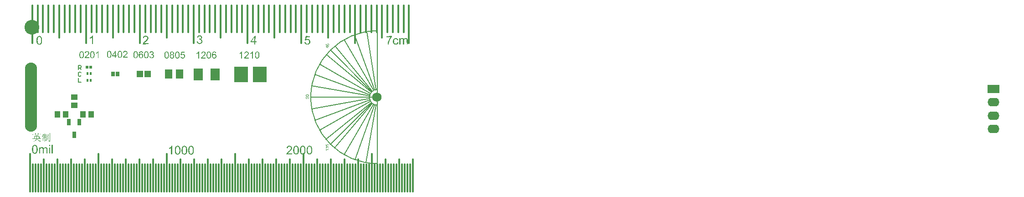
<source format=gts>
G04*
G04 #@! TF.GenerationSoftware,Altium Limited,Altium Designer,19.0.4 (130)*
G04*
G04 Layer_Color=8388736*
%FSLAX25Y25*%
%MOIN*%
G70*
G01*
G75*
%ADD29C,0.00697*%
%ADD30C,0.00590*%
%ADD31C,0.01181*%
%ADD32C,0.01378*%
%ADD33C,0.00500*%
%ADD34R,0.01817X0.01975*%
%ADD35R,0.03162X0.04737*%
%ADD36R,0.04461X0.04658*%
%ADD37R,0.04658X0.04461*%
%ADD38R,0.07100X0.08674*%
%ADD39R,0.09856X0.11430*%
%ADD40R,0.02178X0.02400*%
%ADD41R,0.02180X0.02400*%
%ADD42R,0.03162X0.03358*%
%ADD43R,0.04737X0.05131*%
%ADD44R,0.05367X0.06509*%
%ADD45C,0.10800*%
%ADD46O,0.08674X0.06312*%
%ADD47R,0.08674X0.06312*%
%ADD48O,0.08800X0.50800*%
%ADD49C,0.06800*%
G36*
X27414Y77416D02*
X27191Y77217D01*
Y76226D01*
X27829D01*
X28128Y76556D01*
X28628Y76064D01*
X27191D01*
Y75235D01*
X28182D01*
X28512Y75565D01*
X29012Y75074D01*
X27191D01*
Y74329D01*
X28105D01*
X28297Y74605D01*
X28704Y74298D01*
X28489Y74106D01*
Y72762D01*
Y72754D01*
Y72739D01*
Y72716D01*
X28482Y72678D01*
X28466Y72593D01*
X28436Y72486D01*
X28405Y72432D01*
X28374Y72370D01*
X28328Y72317D01*
X28282Y72263D01*
X28221Y72209D01*
X28144Y72155D01*
X28059Y72109D01*
X27967Y72071D01*
Y72086D01*
Y72125D01*
X27952Y72178D01*
X27913Y72247D01*
X27883Y72286D01*
X27852Y72324D01*
X27798Y72370D01*
X27744Y72409D01*
X27675Y72455D01*
X27591Y72493D01*
X27499Y72532D01*
X27384Y72570D01*
Y72678D01*
X27399D01*
X27422Y72670D01*
X27453D01*
X27522Y72662D01*
X27614Y72654D01*
X27714Y72639D01*
X27806Y72632D01*
X27898Y72624D01*
X27983D01*
X28005Y72632D01*
X28036Y72639D01*
X28067Y72662D01*
X28098Y72693D01*
X28128Y72739D01*
X28152Y72808D01*
X28159Y72900D01*
Y74168D01*
X27191D01*
Y72263D01*
Y72255D01*
Y72240D01*
Y72217D01*
Y72186D01*
Y72102D01*
X27199Y71986D01*
Y71864D01*
X27207Y71725D01*
X27215Y71587D01*
X27222Y71449D01*
X26838Y71249D01*
Y71257D01*
Y71288D01*
Y71334D01*
X26846Y71403D01*
Y71472D01*
Y71556D01*
Y71649D01*
X26853Y71748D01*
Y71956D01*
X26861Y72148D01*
Y72240D01*
Y72324D01*
Y72393D01*
Y72455D01*
Y74168D01*
X25901D01*
Y72209D01*
X25540Y72017D01*
Y72025D01*
Y72048D01*
Y72086D01*
X25548Y72140D01*
Y72201D01*
Y72278D01*
X25556Y72363D01*
Y72455D01*
X25563Y72662D01*
Y72885D01*
X25571Y73123D01*
Y73361D01*
Y73369D01*
Y73392D01*
Y73422D01*
Y73469D01*
Y73522D01*
Y73592D01*
Y73668D01*
Y73753D01*
X25563Y73929D01*
X25556Y74129D01*
X25548Y74344D01*
X25540Y74551D01*
X25932Y74329D01*
X26861D01*
Y75074D01*
X25894D01*
X25824Y75066D01*
X25740D01*
X25640Y75051D01*
X25525Y75035D01*
X25410Y75020D01*
X25295Y74989D01*
X25049Y75235D01*
X26861D01*
Y76064D01*
X25870D01*
Y76057D01*
X25855Y76041D01*
X25848Y76018D01*
X25824Y75988D01*
X25771Y75903D01*
X25701Y75796D01*
X25617Y75673D01*
X25525Y75542D01*
X25425Y75412D01*
X25325Y75289D01*
X25241Y75319D01*
Y75327D01*
X25256Y75343D01*
X25264Y75373D01*
X25287Y75419D01*
X25310Y75465D01*
X25333Y75527D01*
X25394Y75665D01*
X25464Y75819D01*
X25533Y75988D01*
X25602Y76164D01*
X25655Y76333D01*
Y76341D01*
X25663Y76356D01*
X25671Y76379D01*
X25679Y76410D01*
X25701Y76487D01*
X25725Y76594D01*
X25755Y76710D01*
X25778Y76832D01*
X25801Y76963D01*
X25817Y77078D01*
X26339Y76802D01*
X26331Y76794D01*
X26308Y76779D01*
X26270Y76748D01*
X26216Y76702D01*
X26155Y76625D01*
X26085Y76525D01*
X26047Y76464D01*
X26009Y76395D01*
X25970Y76310D01*
X25932Y76226D01*
X26861D01*
Y76640D01*
Y76648D01*
Y76671D01*
Y76702D01*
Y76748D01*
Y76802D01*
Y76871D01*
Y77017D01*
X26853Y77178D01*
Y77347D01*
X26846Y77516D01*
X26838Y77662D01*
X27414Y77416D01*
D02*
G37*
G36*
X20663Y77355D02*
X20395Y77186D01*
Y76771D01*
X22069D01*
Y76779D01*
Y76786D01*
Y76809D01*
Y76840D01*
Y76917D01*
Y77017D01*
X22061Y77140D01*
X22053Y77286D01*
X22046Y77439D01*
X22038Y77601D01*
X22699Y77324D01*
X22430Y77155D01*
Y76771D01*
X23421D01*
X23828Y77186D01*
X24411Y76610D01*
X22430D01*
Y75949D01*
X22069Y75811D01*
Y76610D01*
X20395D01*
Y75888D01*
X20034Y75750D01*
Y76610D01*
X18928D01*
X18859Y76602D01*
X18774D01*
X18667Y76587D01*
X18559Y76571D01*
X18444Y76556D01*
X18329Y76525D01*
X18083Y76771D01*
X20034D01*
Y76779D01*
Y76786D01*
Y76809D01*
Y76840D01*
Y76925D01*
Y77032D01*
X20026Y77163D01*
X20018Y77309D01*
X20011Y77470D01*
X20003Y77631D01*
X20663Y77355D01*
D02*
G37*
G36*
X21577Y76003D02*
X21355Y75811D01*
Y75235D01*
X22676D01*
X22898Y75534D01*
X23359Y75204D01*
X23113Y75012D01*
Y73615D01*
X23444D01*
X23858Y73998D01*
X24381Y73453D01*
X21577D01*
X21585Y73446D01*
X21600Y73422D01*
X21631Y73377D01*
X21669Y73323D01*
X21716Y73261D01*
X21777Y73185D01*
X21846Y73100D01*
X21923Y73015D01*
X22015Y72923D01*
X22107Y72824D01*
X22215Y72724D01*
X22330Y72624D01*
X22453Y72524D01*
X22591Y72432D01*
X22729Y72347D01*
X22875Y72263D01*
X22883Y72255D01*
X22914Y72247D01*
X22952Y72224D01*
X23013Y72201D01*
X23083Y72171D01*
X23167Y72132D01*
X23259Y72094D01*
X23359Y72056D01*
X23589Y71979D01*
X23828Y71910D01*
X24081Y71856D01*
X24204Y71841D01*
X24327Y71833D01*
Y71718D01*
X24311D01*
X24258Y71702D01*
X24189Y71679D01*
X24112Y71641D01*
X24020Y71587D01*
X23943Y71526D01*
X23874Y71441D01*
X23851Y71387D01*
X23828Y71334D01*
X23820D01*
X23805Y71341D01*
X23774Y71349D01*
X23735Y71372D01*
X23682Y71387D01*
X23628Y71410D01*
X23559Y71449D01*
X23474Y71479D01*
X23390Y71526D01*
X23298Y71572D01*
X23083Y71687D01*
X22852Y71833D01*
X22722Y71917D01*
X22591Y72009D01*
X22583Y72017D01*
X22560Y72032D01*
X22522Y72063D01*
X22476Y72102D01*
X22414Y72155D01*
X22345Y72217D01*
X22261Y72294D01*
X22176Y72378D01*
X22092Y72478D01*
X22000Y72585D01*
X21900Y72701D01*
X21808Y72831D01*
X21708Y72969D01*
X21616Y73123D01*
X21524Y73284D01*
X21439Y73453D01*
X21216D01*
X21209Y73438D01*
X21201Y73407D01*
X21178Y73353D01*
X21147Y73284D01*
X21109Y73192D01*
X21063Y73100D01*
X21001Y72985D01*
X20932Y72870D01*
X20855Y72747D01*
X20771Y72624D01*
X20671Y72493D01*
X20571Y72370D01*
X20456Y72247D01*
X20325Y72140D01*
X20187Y72032D01*
X20041Y71940D01*
X20034Y71933D01*
X20003Y71917D01*
X19957Y71894D01*
X19903Y71864D01*
X19826Y71825D01*
X19734Y71779D01*
X19627Y71733D01*
X19512Y71679D01*
X19381Y71625D01*
X19243Y71564D01*
X19089Y71510D01*
X18936Y71449D01*
X18767Y71395D01*
X18590Y71341D01*
X18221Y71249D01*
X18191Y71334D01*
X18206Y71341D01*
X18237Y71349D01*
X18298Y71372D01*
X18375Y71403D01*
X18467Y71441D01*
X18567Y71479D01*
X18690Y71533D01*
X18813Y71587D01*
X19089Y71718D01*
X19373Y71864D01*
X19650Y72032D01*
X19780Y72117D01*
X19895Y72209D01*
X19903Y72217D01*
X19926Y72232D01*
X19957Y72263D01*
X19995Y72301D01*
X20049Y72347D01*
X20103Y72409D01*
X20164Y72478D01*
X20233Y72555D01*
X20310Y72639D01*
X20387Y72731D01*
X20456Y72831D01*
X20533Y72946D01*
X20679Y73185D01*
X20802Y73453D01*
X18843D01*
X18774Y73446D01*
X18690D01*
X18590Y73430D01*
X18475Y73415D01*
X18360Y73400D01*
X18244Y73369D01*
X17999Y73615D01*
X19212D01*
Y73622D01*
Y73630D01*
Y73676D01*
Y73753D01*
Y73853D01*
Y73968D01*
Y74098D01*
Y74244D01*
Y74398D01*
X19204Y74713D01*
Y74866D01*
X19197Y75020D01*
Y75158D01*
X19189Y75281D01*
Y75396D01*
X19181Y75481D01*
X19565Y75235D01*
X20971D01*
Y75243D01*
Y75250D01*
Y75273D01*
Y75304D01*
Y75343D01*
Y75389D01*
Y75442D01*
Y75504D01*
X20963Y75573D01*
Y75650D01*
Y75734D01*
X20955Y75826D01*
Y75926D01*
X20948Y76041D01*
X20940Y76279D01*
X21577Y76003D01*
D02*
G37*
G36*
X29949Y76372D02*
X29726Y76203D01*
Y73668D01*
Y73661D01*
Y73630D01*
Y73584D01*
Y73522D01*
X29733Y73446D01*
Y73346D01*
X29741Y73230D01*
X29749Y73092D01*
X29365Y72870D01*
Y72877D01*
Y72900D01*
Y72931D01*
X29373Y72977D01*
Y73039D01*
Y73115D01*
X29380Y73207D01*
Y73307D01*
Y73422D01*
X29388Y73553D01*
Y73699D01*
Y73860D01*
X29396Y74037D01*
Y74221D01*
Y74429D01*
Y74644D01*
Y74659D01*
Y74697D01*
Y74759D01*
Y74843D01*
Y74943D01*
Y75066D01*
Y75197D01*
Y75343D01*
X29388Y75496D01*
Y75657D01*
X29380Y75995D01*
X29373Y76326D01*
Y76487D01*
X29365Y76640D01*
X29949Y76372D01*
D02*
G37*
G36*
X31185Y77416D02*
X30993Y77224D01*
Y72071D01*
Y72063D01*
Y72048D01*
Y72017D01*
X30985Y71979D01*
Y71933D01*
X30970Y71879D01*
X30939Y71756D01*
X30909Y71687D01*
X30878Y71618D01*
X30832Y71549D01*
X30786Y71487D01*
X30724Y71418D01*
X30648Y71357D01*
X30563Y71303D01*
X30471Y71249D01*
Y71257D01*
X30463Y71272D01*
Y71295D01*
X30448Y71318D01*
X30432Y71357D01*
X30409Y71395D01*
X30371Y71441D01*
X30333Y71487D01*
X30286Y71541D01*
X30217Y71587D01*
X30148Y71633D01*
X30056Y71687D01*
X29956Y71725D01*
X29841Y71771D01*
X29711Y71802D01*
X29557Y71833D01*
Y71940D01*
X29641D01*
X29688Y71933D01*
X29856D01*
X29979Y71925D01*
X30117D01*
X30240Y71917D01*
X30371D01*
X30402Y71925D01*
X30440Y71933D01*
X30494Y71948D01*
X30548Y71979D01*
X30586Y72025D01*
X30617Y72094D01*
X30632Y72178D01*
Y76832D01*
Y76840D01*
Y76855D01*
Y76878D01*
Y76909D01*
Y76994D01*
Y77109D01*
X30624Y77240D01*
X30617Y77385D01*
X30609Y77539D01*
X30601Y77693D01*
X31185Y77416D01*
D02*
G37*
G36*
X30926Y68053D02*
X30147D01*
Y68937D01*
X30926D01*
Y68053D01*
D02*
G37*
G36*
X27706Y67294D02*
X27764D01*
X27831Y67284D01*
X27975Y67255D01*
X28148Y67207D01*
X28321Y67140D01*
X28484Y67044D01*
X28638Y66919D01*
X28657Y66900D01*
X28696Y66852D01*
X28754Y66756D01*
X28831Y66631D01*
X28898Y66467D01*
X28955Y66275D01*
X28994Y66035D01*
X29013Y65900D01*
Y65756D01*
Y62623D01*
X28235D01*
Y65497D01*
Y65506D01*
Y65516D01*
Y65574D01*
Y65660D01*
X28225Y65756D01*
X28206Y65977D01*
X28187Y66083D01*
X28158Y66169D01*
Y66179D01*
X28139Y66208D01*
X28119Y66246D01*
X28091Y66294D01*
X28052Y66342D01*
X28004Y66400D01*
X27946Y66458D01*
X27879Y66506D01*
X27869Y66515D01*
X27841Y66525D01*
X27802Y66544D01*
X27754Y66573D01*
X27687Y66592D01*
X27600Y66611D01*
X27514Y66621D01*
X27418Y66631D01*
X27341D01*
X27245Y66611D01*
X27139Y66592D01*
X27014Y66554D01*
X26880Y66496D01*
X26735Y66410D01*
X26611Y66304D01*
X26601Y66285D01*
X26562Y66246D01*
X26515Y66169D01*
X26457Y66054D01*
X26390Y65910D01*
X26342Y65737D01*
X26303Y65526D01*
X26294Y65276D01*
Y62623D01*
X25515D01*
Y65593D01*
Y65602D01*
Y65612D01*
Y65641D01*
Y65679D01*
X25505Y65775D01*
X25496Y65881D01*
X25467Y66016D01*
X25438Y66141D01*
X25390Y66265D01*
X25323Y66371D01*
X25313Y66381D01*
X25284Y66410D01*
X25246Y66458D01*
X25179Y66506D01*
X25092Y66544D01*
X24986Y66592D01*
X24862Y66621D01*
X24708Y66631D01*
X24650D01*
X24592Y66621D01*
X24506Y66611D01*
X24419Y66592D01*
X24314Y66554D01*
X24208Y66515D01*
X24102Y66458D01*
X24093Y66448D01*
X24054Y66429D01*
X24006Y66381D01*
X23949Y66333D01*
X23881Y66256D01*
X23814Y66169D01*
X23756Y66064D01*
X23699Y65948D01*
X23689Y65929D01*
X23679Y65891D01*
X23660Y65814D01*
X23641Y65708D01*
X23612Y65574D01*
X23593Y65410D01*
X23583Y65218D01*
X23574Y64997D01*
Y62623D01*
X22795D01*
Y67198D01*
X23487D01*
Y66554D01*
X23497Y66573D01*
X23526Y66611D01*
X23574Y66669D01*
X23641Y66746D01*
X23718Y66833D01*
X23814Y66919D01*
X23929Y67015D01*
X24054Y67092D01*
X24074Y67102D01*
X24122Y67121D01*
X24198Y67159D01*
X24295Y67198D01*
X24419Y67236D01*
X24554Y67274D01*
X24717Y67294D01*
X24881Y67303D01*
X24967D01*
X25063Y67294D01*
X25179Y67274D01*
X25304Y67255D01*
X25448Y67217D01*
X25582Y67159D01*
X25707Y67092D01*
X25727Y67082D01*
X25765Y67054D01*
X25823Y67005D01*
X25890Y66938D01*
X25967Y66852D01*
X26044Y66756D01*
X26111Y66631D01*
X26169Y66496D01*
X26178Y66506D01*
X26197Y66535D01*
X26226Y66573D01*
X26265Y66621D01*
X26322Y66688D01*
X26390Y66756D01*
X26466Y66823D01*
X26553Y66900D01*
X26649Y66977D01*
X26755Y67044D01*
X27005Y67178D01*
X27139Y67226D01*
X27283Y67265D01*
X27427Y67294D01*
X27591Y67303D01*
X27658D01*
X27706Y67294D01*
D02*
G37*
G36*
X32867Y62623D02*
X32088D01*
Y68937D01*
X32867D01*
Y62623D01*
D02*
G37*
G36*
X30926D02*
X30147D01*
Y67198D01*
X30926D01*
Y62623D01*
D02*
G37*
G36*
X19922Y68956D02*
X20037Y68937D01*
X20172Y68918D01*
X20326Y68879D01*
X20479Y68822D01*
X20624Y68755D01*
X20643Y68745D01*
X20691Y68716D01*
X20758Y68668D01*
X20854Y68610D01*
X20950Y68524D01*
X21056Y68418D01*
X21162Y68303D01*
X21258Y68168D01*
X21267Y68149D01*
X21296Y68101D01*
X21344Y68015D01*
X21402Y67909D01*
X21460Y67774D01*
X21527Y67611D01*
X21594Y67428D01*
X21652Y67226D01*
Y67217D01*
X21661Y67198D01*
Y67169D01*
X21671Y67121D01*
X21690Y67073D01*
X21700Y67005D01*
X21710Y66919D01*
X21729Y66833D01*
X21738Y66727D01*
X21748Y66621D01*
X21767Y66496D01*
X21777Y66362D01*
X21786Y66217D01*
Y66073D01*
X21796Y65737D01*
Y65727D01*
Y65689D01*
Y65631D01*
Y65554D01*
X21786Y65458D01*
Y65352D01*
X21777Y65228D01*
X21767Y65093D01*
X21738Y64805D01*
X21700Y64507D01*
X21642Y64209D01*
X21604Y64074D01*
X21565Y63940D01*
Y63930D01*
X21556Y63911D01*
X21546Y63873D01*
X21527Y63824D01*
X21498Y63767D01*
X21469Y63709D01*
X21392Y63556D01*
X21296Y63383D01*
X21181Y63209D01*
X21046Y63037D01*
X20883Y62883D01*
X20873D01*
X20864Y62863D01*
X20835Y62854D01*
X20806Y62825D01*
X20700Y62767D01*
X20575Y62700D01*
X20403Y62633D01*
X20210Y62575D01*
X19989Y62537D01*
X19739Y62518D01*
X19653D01*
X19586Y62527D01*
X19509Y62537D01*
X19422Y62556D01*
X19326Y62575D01*
X19220Y62594D01*
X18990Y62671D01*
X18865Y62729D01*
X18750Y62787D01*
X18625Y62863D01*
X18509Y62950D01*
X18404Y63046D01*
X18298Y63161D01*
X18288Y63171D01*
X18269Y63200D01*
X18240Y63248D01*
X18202Y63315D01*
X18154Y63402D01*
X18106Y63507D01*
X18048Y63632D01*
X17990Y63786D01*
X17933Y63950D01*
X17875Y64142D01*
X17827Y64353D01*
X17779Y64584D01*
X17741Y64843D01*
X17712Y65112D01*
X17693Y65420D01*
X17683Y65737D01*
Y65747D01*
Y65785D01*
Y65843D01*
Y65920D01*
X17693Y66016D01*
Y66121D01*
X17702Y66246D01*
X17712Y66381D01*
X17741Y66669D01*
X17779Y66967D01*
X17827Y67265D01*
X17865Y67400D01*
X17904Y67534D01*
Y67544D01*
X17913Y67563D01*
X17933Y67601D01*
X17952Y67649D01*
X17971Y67707D01*
X18000Y67774D01*
X18077Y67928D01*
X18173Y68101D01*
X18288Y68274D01*
X18423Y68437D01*
X18586Y68591D01*
X18596D01*
X18606Y68610D01*
X18634Y68629D01*
X18673Y68649D01*
X18769Y68706D01*
X18903Y68783D01*
X19067Y68851D01*
X19268Y68908D01*
X19490Y68947D01*
X19739Y68966D01*
X19826D01*
X19922Y68956D01*
D02*
G37*
G36*
X120176Y61963D02*
X119398D01*
Y66903D01*
X119388Y66893D01*
X119350Y66855D01*
X119283Y66807D01*
X119196Y66739D01*
X119091Y66653D01*
X118966Y66566D01*
X118822Y66461D01*
X118658Y66365D01*
X118649D01*
X118639Y66355D01*
X118581Y66317D01*
X118495Y66269D01*
X118389Y66211D01*
X118264Y66144D01*
X118130Y66086D01*
X117985Y66019D01*
X117851Y65961D01*
Y66720D01*
X117860D01*
X117880Y66730D01*
X117918Y66749D01*
X117957Y66778D01*
X118014Y66807D01*
X118081Y66836D01*
X118235Y66922D01*
X118408Y67028D01*
X118600Y67153D01*
X118793Y67297D01*
X118975Y67451D01*
X118985Y67460D01*
X118994Y67470D01*
X119052Y67528D01*
X119139Y67614D01*
X119244Y67720D01*
X119360Y67854D01*
X119475Y67998D01*
X119581Y68152D01*
X119667Y68306D01*
X120176D01*
Y61963D01*
D02*
G37*
G36*
X134197Y68296D02*
X134313Y68277D01*
X134447Y68258D01*
X134601Y68219D01*
X134755Y68162D01*
X134899Y68094D01*
X134918Y68085D01*
X134966Y68056D01*
X135034Y68008D01*
X135130Y67950D01*
X135226Y67864D01*
X135331Y67758D01*
X135437Y67643D01*
X135533Y67508D01*
X135543Y67489D01*
X135572Y67441D01*
X135620Y67355D01*
X135677Y67249D01*
X135735Y67114D01*
X135802Y66951D01*
X135870Y66768D01*
X135927Y66566D01*
Y66557D01*
X135937Y66538D01*
Y66509D01*
X135947Y66461D01*
X135966Y66413D01*
X135975Y66346D01*
X135985Y66259D01*
X136004Y66172D01*
X136014Y66067D01*
X136023Y65961D01*
X136043Y65836D01*
X136052Y65702D01*
X136062Y65557D01*
Y65413D01*
X136072Y65077D01*
Y65067D01*
Y65029D01*
Y64971D01*
Y64894D01*
X136062Y64798D01*
Y64692D01*
X136052Y64568D01*
X136043Y64433D01*
X136014Y64145D01*
X135975Y63847D01*
X135918Y63549D01*
X135879Y63414D01*
X135841Y63280D01*
Y63270D01*
X135831Y63251D01*
X135822Y63213D01*
X135802Y63165D01*
X135774Y63107D01*
X135745Y63049D01*
X135668Y62896D01*
X135572Y62722D01*
X135456Y62550D01*
X135322Y62376D01*
X135159Y62223D01*
X135149D01*
X135139Y62204D01*
X135110Y62194D01*
X135082Y62165D01*
X134976Y62107D01*
X134851Y62040D01*
X134678Y61973D01*
X134486Y61915D01*
X134265Y61877D01*
X134015Y61858D01*
X133928D01*
X133861Y61867D01*
X133784Y61877D01*
X133698Y61896D01*
X133602Y61915D01*
X133496Y61935D01*
X133265Y62011D01*
X133140Y62069D01*
X133025Y62127D01*
X132900Y62204D01*
X132785Y62290D01*
X132679Y62386D01*
X132573Y62502D01*
X132564Y62511D01*
X132545Y62540D01*
X132516Y62588D01*
X132477Y62655D01*
X132429Y62742D01*
X132381Y62847D01*
X132324Y62972D01*
X132266Y63126D01*
X132208Y63289D01*
X132151Y63482D01*
X132103Y63693D01*
X132054Y63924D01*
X132016Y64183D01*
X131987Y64452D01*
X131968Y64760D01*
X131958Y65077D01*
Y65087D01*
Y65125D01*
Y65183D01*
Y65259D01*
X131968Y65356D01*
Y65461D01*
X131978Y65586D01*
X131987Y65721D01*
X132016Y66009D01*
X132054Y66307D01*
X132103Y66605D01*
X132141Y66739D01*
X132179Y66874D01*
Y66884D01*
X132189Y66903D01*
X132208Y66941D01*
X132228Y66989D01*
X132247Y67047D01*
X132275Y67114D01*
X132352Y67268D01*
X132448Y67441D01*
X132564Y67614D01*
X132698Y67777D01*
X132862Y67931D01*
X132871D01*
X132881Y67950D01*
X132910Y67970D01*
X132948Y67989D01*
X133044Y68046D01*
X133179Y68123D01*
X133342Y68191D01*
X133544Y68248D01*
X133765Y68287D01*
X134015Y68306D01*
X134101D01*
X134197Y68296D01*
D02*
G37*
G36*
X129296D02*
X129412Y68277D01*
X129546Y68258D01*
X129700Y68219D01*
X129854Y68162D01*
X129998Y68094D01*
X130017Y68085D01*
X130065Y68056D01*
X130132Y68008D01*
X130229Y67950D01*
X130325Y67864D01*
X130430Y67758D01*
X130536Y67643D01*
X130632Y67508D01*
X130642Y67489D01*
X130671Y67441D01*
X130719Y67355D01*
X130776Y67249D01*
X130834Y67114D01*
X130901Y66951D01*
X130969Y66768D01*
X131026Y66566D01*
Y66557D01*
X131036Y66538D01*
Y66509D01*
X131045Y66461D01*
X131065Y66413D01*
X131074Y66346D01*
X131084Y66259D01*
X131103Y66172D01*
X131113Y66067D01*
X131122Y65961D01*
X131141Y65836D01*
X131151Y65702D01*
X131161Y65557D01*
Y65413D01*
X131170Y65077D01*
Y65067D01*
Y65029D01*
Y64971D01*
Y64894D01*
X131161Y64798D01*
Y64692D01*
X131151Y64568D01*
X131141Y64433D01*
X131113Y64145D01*
X131074Y63847D01*
X131017Y63549D01*
X130978Y63414D01*
X130940Y63280D01*
Y63270D01*
X130930Y63251D01*
X130921Y63213D01*
X130901Y63165D01*
X130872Y63107D01*
X130844Y63049D01*
X130767Y62896D01*
X130671Y62722D01*
X130555Y62550D01*
X130421Y62376D01*
X130257Y62223D01*
X130248D01*
X130238Y62204D01*
X130209Y62194D01*
X130181Y62165D01*
X130075Y62107D01*
X129950Y62040D01*
X129777Y61973D01*
X129585Y61915D01*
X129364Y61877D01*
X129114Y61858D01*
X129027D01*
X128960Y61867D01*
X128883Y61877D01*
X128797Y61896D01*
X128701Y61915D01*
X128595Y61935D01*
X128364Y62011D01*
X128239Y62069D01*
X128124Y62127D01*
X127999Y62204D01*
X127884Y62290D01*
X127778Y62386D01*
X127672Y62502D01*
X127663Y62511D01*
X127644Y62540D01*
X127615Y62588D01*
X127576Y62655D01*
X127528Y62742D01*
X127480Y62847D01*
X127422Y62972D01*
X127365Y63126D01*
X127307Y63289D01*
X127250Y63482D01*
X127201Y63693D01*
X127153Y63924D01*
X127115Y64183D01*
X127086Y64452D01*
X127067Y64760D01*
X127057Y65077D01*
Y65087D01*
Y65125D01*
Y65183D01*
Y65259D01*
X127067Y65356D01*
Y65461D01*
X127076Y65586D01*
X127086Y65721D01*
X127115Y66009D01*
X127153Y66307D01*
X127201Y66605D01*
X127240Y66739D01*
X127278Y66874D01*
Y66884D01*
X127288Y66903D01*
X127307Y66941D01*
X127326Y66989D01*
X127346Y67047D01*
X127374Y67114D01*
X127451Y67268D01*
X127547Y67441D01*
X127663Y67614D01*
X127797Y67777D01*
X127961Y67931D01*
X127970D01*
X127980Y67950D01*
X128009Y67970D01*
X128047Y67989D01*
X128143Y68046D01*
X128278Y68123D01*
X128441Y68191D01*
X128643Y68248D01*
X128864Y68287D01*
X129114Y68306D01*
X129200D01*
X129296Y68296D01*
D02*
G37*
G36*
X124395D02*
X124511Y68277D01*
X124645Y68258D01*
X124799Y68219D01*
X124953Y68162D01*
X125097Y68094D01*
X125116Y68085D01*
X125164Y68056D01*
X125231Y68008D01*
X125328Y67950D01*
X125424Y67864D01*
X125529Y67758D01*
X125635Y67643D01*
X125731Y67508D01*
X125741Y67489D01*
X125769Y67441D01*
X125818Y67355D01*
X125875Y67249D01*
X125933Y67114D01*
X126000Y66951D01*
X126067Y66768D01*
X126125Y66566D01*
Y66557D01*
X126135Y66538D01*
Y66509D01*
X126144Y66461D01*
X126164Y66413D01*
X126173Y66346D01*
X126183Y66259D01*
X126202Y66172D01*
X126212Y66067D01*
X126221Y65961D01*
X126240Y65836D01*
X126250Y65702D01*
X126260Y65557D01*
Y65413D01*
X126269Y65077D01*
Y65067D01*
Y65029D01*
Y64971D01*
Y64894D01*
X126260Y64798D01*
Y64692D01*
X126250Y64568D01*
X126240Y64433D01*
X126212Y64145D01*
X126173Y63847D01*
X126116Y63549D01*
X126077Y63414D01*
X126039Y63280D01*
Y63270D01*
X126029Y63251D01*
X126019Y63213D01*
X126000Y63165D01*
X125971Y63107D01*
X125943Y63049D01*
X125866Y62896D01*
X125769Y62722D01*
X125654Y62550D01*
X125520Y62376D01*
X125356Y62223D01*
X125347D01*
X125337Y62204D01*
X125308Y62194D01*
X125279Y62165D01*
X125174Y62107D01*
X125049Y62040D01*
X124876Y61973D01*
X124684Y61915D01*
X124463Y61877D01*
X124213Y61858D01*
X124126D01*
X124059Y61867D01*
X123982Y61877D01*
X123896Y61896D01*
X123800Y61915D01*
X123694Y61935D01*
X123463Y62011D01*
X123338Y62069D01*
X123223Y62127D01*
X123098Y62204D01*
X122983Y62290D01*
X122877Y62386D01*
X122771Y62502D01*
X122762Y62511D01*
X122742Y62540D01*
X122714Y62588D01*
X122675Y62655D01*
X122627Y62742D01*
X122579Y62847D01*
X122521Y62972D01*
X122464Y63126D01*
X122406Y63289D01*
X122348Y63482D01*
X122300Y63693D01*
X122252Y63924D01*
X122214Y64183D01*
X122185Y64452D01*
X122166Y64760D01*
X122156Y65077D01*
Y65087D01*
Y65125D01*
Y65183D01*
Y65259D01*
X122166Y65356D01*
Y65461D01*
X122175Y65586D01*
X122185Y65721D01*
X122214Y66009D01*
X122252Y66307D01*
X122300Y66605D01*
X122339Y66739D01*
X122377Y66874D01*
Y66884D01*
X122387Y66903D01*
X122406Y66941D01*
X122425Y66989D01*
X122444Y67047D01*
X122473Y67114D01*
X122550Y67268D01*
X122646Y67441D01*
X122762Y67614D01*
X122896Y67777D01*
X123059Y67931D01*
X123069D01*
X123079Y67950D01*
X123108Y67970D01*
X123146Y67989D01*
X123242Y68046D01*
X123377Y68123D01*
X123540Y68191D01*
X123742Y68248D01*
X123963Y68287D01*
X124213Y68306D01*
X124299D01*
X124395Y68296D01*
D02*
G37*
G36*
X206093Y68383D02*
X206170Y68374D01*
X206257Y68364D01*
X206353Y68354D01*
X206458Y68326D01*
X206689Y68268D01*
X206929Y68182D01*
X207054Y68124D01*
X207170Y68057D01*
X207275Y67970D01*
X207381Y67884D01*
X207391Y67874D01*
X207400Y67864D01*
X207429Y67835D01*
X207468Y67797D01*
X207506Y67739D01*
X207554Y67682D01*
X207650Y67538D01*
X207746Y67355D01*
X207833Y67144D01*
X207900Y66903D01*
X207910Y66769D01*
X207919Y66634D01*
Y66615D01*
Y66567D01*
X207910Y66490D01*
X207900Y66394D01*
X207881Y66279D01*
X207852Y66154D01*
X207814Y66019D01*
X207756Y65885D01*
X207746Y65865D01*
X207727Y65817D01*
X207689Y65750D01*
X207631Y65654D01*
X207564Y65539D01*
X207477Y65404D01*
X207362Y65270D01*
X207237Y65116D01*
X207218Y65097D01*
X207170Y65039D01*
X207083Y64952D01*
X207026Y64895D01*
X206958Y64828D01*
X206881Y64751D01*
X206785Y64664D01*
X206689Y64578D01*
X206583Y64472D01*
X206468Y64366D01*
X206334Y64251D01*
X206199Y64136D01*
X206045Y64001D01*
X206036Y63991D01*
X206016Y63972D01*
X205978Y63943D01*
X205930Y63905D01*
X205815Y63809D01*
X205670Y63684D01*
X205526Y63550D01*
X205373Y63415D01*
X205248Y63300D01*
X205200Y63252D01*
X205152Y63204D01*
X205142Y63194D01*
X205123Y63165D01*
X205084Y63127D01*
X205036Y63069D01*
X204930Y62944D01*
X204825Y62790D01*
X207929D01*
Y62050D01*
X203748D01*
Y62060D01*
Y62098D01*
Y62156D01*
X203758Y62223D01*
X203768Y62300D01*
X203777Y62387D01*
X203806Y62483D01*
X203835Y62579D01*
Y62589D01*
X203845Y62598D01*
X203864Y62656D01*
X203902Y62733D01*
X203960Y62848D01*
X204027Y62973D01*
X204123Y63117D01*
X204219Y63261D01*
X204344Y63415D01*
Y63424D01*
X204364Y63434D01*
X204412Y63492D01*
X204488Y63578D01*
X204604Y63694D01*
X204748Y63828D01*
X204921Y63991D01*
X205132Y64174D01*
X205363Y64376D01*
X205373Y64385D01*
X205411Y64414D01*
X205459Y64453D01*
X205526Y64520D01*
X205613Y64587D01*
X205709Y64674D01*
X205920Y64856D01*
X206151Y65077D01*
X206382Y65298D01*
X206497Y65404D01*
X206593Y65510D01*
X206680Y65616D01*
X206756Y65712D01*
Y65721D01*
X206776Y65731D01*
X206795Y65760D01*
X206814Y65798D01*
X206872Y65894D01*
X206939Y66019D01*
X207006Y66163D01*
X207064Y66317D01*
X207102Y66490D01*
X207122Y66654D01*
Y66663D01*
Y66673D01*
X207112Y66730D01*
X207102Y66817D01*
X207083Y66923D01*
X207035Y67048D01*
X206978Y67172D01*
X206901Y67307D01*
X206785Y67432D01*
X206766Y67441D01*
X206728Y67480D01*
X206651Y67528D01*
X206555Y67595D01*
X206430Y67653D01*
X206286Y67701D01*
X206113Y67739D01*
X205920Y67749D01*
X205863D01*
X205824Y67739D01*
X205728Y67730D01*
X205603Y67711D01*
X205459Y67663D01*
X205305Y67605D01*
X205161Y67518D01*
X205027Y67403D01*
X205017Y67384D01*
X204979Y67345D01*
X204921Y67269D01*
X204863Y67163D01*
X204796Y67028D01*
X204748Y66874D01*
X204710Y66692D01*
X204690Y66480D01*
X203893Y66567D01*
Y66577D01*
Y66605D01*
X203902Y66654D01*
X203912Y66711D01*
X203931Y66788D01*
X203941Y66874D01*
X203998Y67067D01*
X204075Y67288D01*
X204181Y67509D01*
X204325Y67730D01*
X204402Y67826D01*
X204498Y67922D01*
X204508Y67932D01*
X204527Y67941D01*
X204556Y67970D01*
X204594Y67999D01*
X204652Y68028D01*
X204719Y68076D01*
X204796Y68114D01*
X204883Y68162D01*
X204979Y68201D01*
X205084Y68249D01*
X205209Y68287D01*
X205334Y68316D01*
X205623Y68374D01*
X205776Y68383D01*
X205940Y68393D01*
X206026D01*
X206093Y68383D01*
D02*
G37*
G36*
X220797D02*
X220912Y68364D01*
X221046Y68345D01*
X221200Y68306D01*
X221354Y68249D01*
X221498Y68182D01*
X221517Y68172D01*
X221566Y68143D01*
X221633Y68095D01*
X221729Y68037D01*
X221825Y67951D01*
X221931Y67845D01*
X222036Y67730D01*
X222132Y67595D01*
X222142Y67576D01*
X222171Y67528D01*
X222219Y67441D01*
X222277Y67336D01*
X222334Y67201D01*
X222401Y67038D01*
X222469Y66855D01*
X222527Y66654D01*
Y66644D01*
X222536Y66625D01*
Y66596D01*
X222546Y66548D01*
X222565Y66500D01*
X222574Y66432D01*
X222584Y66346D01*
X222603Y66259D01*
X222613Y66154D01*
X222623Y66048D01*
X222642Y65923D01*
X222651Y65789D01*
X222661Y65644D01*
Y65500D01*
X222671Y65164D01*
Y65154D01*
Y65116D01*
Y65058D01*
Y64981D01*
X222661Y64885D01*
Y64780D01*
X222651Y64655D01*
X222642Y64520D01*
X222613Y64232D01*
X222574Y63934D01*
X222517Y63636D01*
X222478Y63501D01*
X222440Y63367D01*
Y63357D01*
X222430Y63338D01*
X222421Y63300D01*
X222401Y63252D01*
X222373Y63194D01*
X222344Y63136D01*
X222267Y62982D01*
X222171Y62809D01*
X222056Y62637D01*
X221921Y62463D01*
X221758Y62310D01*
X221748D01*
X221738Y62291D01*
X221710Y62281D01*
X221681Y62252D01*
X221575Y62194D01*
X221450Y62127D01*
X221277Y62060D01*
X221085Y62002D01*
X220864Y61964D01*
X220614Y61945D01*
X220528D01*
X220460Y61954D01*
X220383Y61964D01*
X220297Y61983D01*
X220201Y62002D01*
X220095Y62021D01*
X219865Y62098D01*
X219740Y62156D01*
X219624Y62214D01*
X219499Y62291D01*
X219384Y62377D01*
X219278Y62473D01*
X219173Y62589D01*
X219163Y62598D01*
X219144Y62627D01*
X219115Y62675D01*
X219076Y62742D01*
X219028Y62829D01*
X218980Y62934D01*
X218923Y63059D01*
X218865Y63213D01*
X218807Y63376D01*
X218750Y63569D01*
X218702Y63780D01*
X218654Y64011D01*
X218615Y64270D01*
X218586Y64539D01*
X218567Y64847D01*
X218558Y65164D01*
Y65174D01*
Y65212D01*
Y65270D01*
Y65346D01*
X218567Y65443D01*
Y65548D01*
X218577Y65673D01*
X218586Y65808D01*
X218615Y66096D01*
X218654Y66394D01*
X218702Y66692D01*
X218740Y66826D01*
X218778Y66961D01*
Y66971D01*
X218788Y66990D01*
X218807Y67028D01*
X218827Y67076D01*
X218846Y67134D01*
X218875Y67201D01*
X218952Y67355D01*
X219048Y67528D01*
X219163Y67701D01*
X219298Y67864D01*
X219461Y68018D01*
X219471D01*
X219480Y68037D01*
X219509Y68057D01*
X219547Y68076D01*
X219643Y68133D01*
X219778Y68210D01*
X219941Y68278D01*
X220143Y68335D01*
X220364Y68374D01*
X220614Y68393D01*
X220701D01*
X220797Y68383D01*
D02*
G37*
G36*
X215896D02*
X216011Y68364D01*
X216145Y68345D01*
X216299Y68306D01*
X216453Y68249D01*
X216597Y68182D01*
X216616Y68172D01*
X216664Y68143D01*
X216732Y68095D01*
X216828Y68037D01*
X216924Y67951D01*
X217030Y67845D01*
X217135Y67730D01*
X217231Y67595D01*
X217241Y67576D01*
X217270Y67528D01*
X217318Y67441D01*
X217375Y67336D01*
X217433Y67201D01*
X217500Y67038D01*
X217568Y66855D01*
X217625Y66654D01*
Y66644D01*
X217635Y66625D01*
Y66596D01*
X217645Y66548D01*
X217664Y66500D01*
X217673Y66432D01*
X217683Y66346D01*
X217702Y66259D01*
X217712Y66154D01*
X217722Y66048D01*
X217741Y65923D01*
X217750Y65789D01*
X217760Y65644D01*
Y65500D01*
X217770Y65164D01*
Y65154D01*
Y65116D01*
Y65058D01*
Y64981D01*
X217760Y64885D01*
Y64780D01*
X217750Y64655D01*
X217741Y64520D01*
X217712Y64232D01*
X217673Y63934D01*
X217616Y63636D01*
X217577Y63501D01*
X217539Y63367D01*
Y63357D01*
X217529Y63338D01*
X217520Y63300D01*
X217500Y63252D01*
X217472Y63194D01*
X217443Y63136D01*
X217366Y62982D01*
X217270Y62809D01*
X217155Y62637D01*
X217020Y62463D01*
X216857Y62310D01*
X216847D01*
X216837Y62291D01*
X216809Y62281D01*
X216780Y62252D01*
X216674Y62194D01*
X216549Y62127D01*
X216376Y62060D01*
X216184Y62002D01*
X215963Y61964D01*
X215713Y61945D01*
X215627D01*
X215559Y61954D01*
X215482Y61964D01*
X215396Y61983D01*
X215300Y62002D01*
X215194Y62021D01*
X214963Y62098D01*
X214839Y62156D01*
X214723Y62214D01*
X214598Y62291D01*
X214483Y62377D01*
X214377Y62473D01*
X214271Y62589D01*
X214262Y62598D01*
X214243Y62627D01*
X214214Y62675D01*
X214175Y62742D01*
X214127Y62829D01*
X214079Y62934D01*
X214022Y63059D01*
X213964Y63213D01*
X213906Y63376D01*
X213849Y63569D01*
X213801Y63780D01*
X213753Y64011D01*
X213714Y64270D01*
X213685Y64539D01*
X213666Y64847D01*
X213656Y65164D01*
Y65174D01*
Y65212D01*
Y65270D01*
Y65346D01*
X213666Y65443D01*
Y65548D01*
X213676Y65673D01*
X213685Y65808D01*
X213714Y66096D01*
X213753Y66394D01*
X213801Y66692D01*
X213839Y66826D01*
X213877Y66961D01*
Y66971D01*
X213887Y66990D01*
X213906Y67028D01*
X213926Y67076D01*
X213945Y67134D01*
X213973Y67201D01*
X214050Y67355D01*
X214146Y67528D01*
X214262Y67701D01*
X214396Y67864D01*
X214560Y68018D01*
X214569D01*
X214579Y68037D01*
X214608Y68057D01*
X214646Y68076D01*
X214742Y68133D01*
X214877Y68210D01*
X215040Y68278D01*
X215242Y68335D01*
X215463Y68374D01*
X215713Y68393D01*
X215799D01*
X215896Y68383D01*
D02*
G37*
G36*
X210995D02*
X211110Y68364D01*
X211244Y68345D01*
X211398Y68306D01*
X211552Y68249D01*
X211696Y68182D01*
X211715Y68172D01*
X211763Y68143D01*
X211830Y68095D01*
X211927Y68037D01*
X212023Y67951D01*
X212128Y67845D01*
X212234Y67730D01*
X212330Y67595D01*
X212340Y67576D01*
X212369Y67528D01*
X212417Y67441D01*
X212474Y67336D01*
X212532Y67201D01*
X212599Y67038D01*
X212667Y66855D01*
X212724Y66654D01*
Y66644D01*
X212734Y66625D01*
Y66596D01*
X212743Y66548D01*
X212763Y66500D01*
X212772Y66432D01*
X212782Y66346D01*
X212801Y66259D01*
X212811Y66154D01*
X212820Y66048D01*
X212840Y65923D01*
X212849Y65789D01*
X212859Y65644D01*
Y65500D01*
X212868Y65164D01*
Y65154D01*
Y65116D01*
Y65058D01*
Y64981D01*
X212859Y64885D01*
Y64780D01*
X212849Y64655D01*
X212840Y64520D01*
X212811Y64232D01*
X212772Y63934D01*
X212715Y63636D01*
X212676Y63501D01*
X212638Y63367D01*
Y63357D01*
X212628Y63338D01*
X212618Y63300D01*
X212599Y63252D01*
X212571Y63194D01*
X212542Y63136D01*
X212465Y62982D01*
X212369Y62809D01*
X212253Y62637D01*
X212119Y62463D01*
X211955Y62310D01*
X211946D01*
X211936Y62291D01*
X211907Y62281D01*
X211879Y62252D01*
X211773Y62194D01*
X211648Y62127D01*
X211475Y62060D01*
X211283Y62002D01*
X211062Y61964D01*
X210812Y61945D01*
X210725D01*
X210658Y61954D01*
X210581Y61964D01*
X210495Y61983D01*
X210399Y62002D01*
X210293Y62021D01*
X210062Y62098D01*
X209937Y62156D01*
X209822Y62214D01*
X209697Y62291D01*
X209582Y62377D01*
X209476Y62473D01*
X209370Y62589D01*
X209361Y62598D01*
X209342Y62627D01*
X209313Y62675D01*
X209274Y62742D01*
X209226Y62829D01*
X209178Y62934D01*
X209120Y63059D01*
X209063Y63213D01*
X209005Y63376D01*
X208947Y63569D01*
X208899Y63780D01*
X208851Y64011D01*
X208813Y64270D01*
X208784Y64539D01*
X208765Y64847D01*
X208755Y65164D01*
Y65174D01*
Y65212D01*
Y65270D01*
Y65346D01*
X208765Y65443D01*
Y65548D01*
X208774Y65673D01*
X208784Y65808D01*
X208813Y66096D01*
X208851Y66394D01*
X208899Y66692D01*
X208938Y66826D01*
X208976Y66961D01*
Y66971D01*
X208986Y66990D01*
X209005Y67028D01*
X209024Y67076D01*
X209044Y67134D01*
X209072Y67201D01*
X209149Y67355D01*
X209245Y67528D01*
X209361Y67701D01*
X209495Y67864D01*
X209659Y68018D01*
X209668D01*
X209678Y68037D01*
X209707Y68057D01*
X209745Y68076D01*
X209841Y68133D01*
X209976Y68210D01*
X210139Y68278D01*
X210341Y68335D01*
X210562Y68374D01*
X210812Y68393D01*
X210898D01*
X210995Y68383D01*
D02*
G37*
G36*
X234219Y143300D02*
X234246Y143297D01*
X234276Y143293D01*
X234310Y143290D01*
X234348Y143283D01*
X234429Y143260D01*
X234514Y143229D01*
X234562Y143209D01*
X234606Y143185D01*
X234650Y143157D01*
X234691Y143127D01*
X234695Y143123D01*
X234701Y143117D01*
X234715Y143103D01*
X234732Y143086D01*
X234752Y143066D01*
X234776Y143038D01*
X234800Y143008D01*
X234824Y142971D01*
X234851Y142933D01*
X234875Y142889D01*
X234899Y142838D01*
X234919Y142787D01*
X234936Y142729D01*
X234950Y142671D01*
X234956Y142607D01*
X234960Y142539D01*
Y142508D01*
X234956Y142488D01*
X234953Y142464D01*
X234950Y142433D01*
X234946Y142399D01*
X234939Y142362D01*
X234919Y142284D01*
X234888Y142202D01*
X234868Y142161D01*
X234844Y142121D01*
X234820Y142080D01*
X234790Y142042D01*
X234786Y142039D01*
X234783Y142035D01*
X234773Y142025D01*
X234759Y142012D01*
X234742Y141998D01*
X234722Y141981D01*
X234698Y141964D01*
X234671Y141944D01*
X234606Y141906D01*
X234528Y141869D01*
X234440Y141842D01*
X234389Y141832D01*
X234338Y141825D01*
X234317Y142114D01*
X234321D01*
X234327D01*
X234338Y142117D01*
X234351Y142121D01*
X234389Y142131D01*
X234436Y142144D01*
X234487Y142161D01*
X234538Y142189D01*
X234589Y142219D01*
X234633Y142260D01*
X234637Y142267D01*
X234650Y142280D01*
X234664Y142304D01*
X234684Y142338D01*
X234701Y142379D01*
X234718Y142427D01*
X234732Y142481D01*
X234735Y142539D01*
Y142559D01*
X234732Y142573D01*
X234729Y142610D01*
X234718Y142658D01*
X234698Y142709D01*
X234674Y142766D01*
X234637Y142821D01*
X234616Y142848D01*
X234589Y142875D01*
X234586D01*
X234582Y142882D01*
X234562Y142896D01*
X234528Y142920D01*
X234484Y142943D01*
X234426Y142967D01*
X234358Y142991D01*
X234280Y143005D01*
X234191Y143011D01*
X234188D01*
X234181D01*
X234168D01*
X234154Y143008D01*
X234134D01*
X234110Y143005D01*
X234055Y142994D01*
X233998Y142981D01*
X233936Y142957D01*
X233875Y142923D01*
X233821Y142879D01*
X233814Y142872D01*
X233800Y142855D01*
X233777Y142828D01*
X233753Y142787D01*
X233729Y142739D01*
X233705Y142678D01*
X233692Y142610D01*
X233685Y142535D01*
Y142511D01*
X233688Y142488D01*
X233692Y142454D01*
X233702Y142416D01*
X233712Y142376D01*
X233729Y142335D01*
X233749Y142294D01*
X233753Y142290D01*
X233760Y142277D01*
X233773Y142256D01*
X233790Y142233D01*
X233814Y142209D01*
X233841Y142182D01*
X233872Y142155D01*
X233906Y142131D01*
X233868Y141872D01*
X232723Y142090D01*
Y143198D01*
X232984D01*
Y142307D01*
X233586Y142185D01*
X233583Y142189D01*
X233579Y142195D01*
X233573Y142206D01*
X233562Y142219D01*
X233552Y142239D01*
X233542Y142260D01*
X233515Y142314D01*
X233488Y142376D01*
X233467Y142447D01*
X233450Y142525D01*
X233443Y142607D01*
Y142634D01*
X233447Y142654D01*
X233450Y142682D01*
X233454Y142709D01*
X233460Y142743D01*
X233467Y142777D01*
X233494Y142855D01*
X233508Y142896D01*
X233528Y142937D01*
X233552Y142981D01*
X233579Y143022D01*
X233610Y143062D01*
X233647Y143100D01*
X233651Y143103D01*
X233658Y143110D01*
X233668Y143120D01*
X233685Y143130D01*
X233705Y143147D01*
X233729Y143164D01*
X233756Y143181D01*
X233787Y143202D01*
X233824Y143222D01*
X233862Y143239D01*
X233906Y143256D01*
X233950Y143273D01*
X234001Y143283D01*
X234052Y143293D01*
X234110Y143300D01*
X234168Y143304D01*
X234171D01*
X234181D01*
X234198D01*
X234219Y143300D01*
D02*
G37*
G36*
X234389Y141243D02*
X234922D01*
Y140968D01*
X234389D01*
Y139999D01*
X234137D01*
X232692Y141019D01*
Y141243D01*
X234137D01*
Y141546D01*
X234389D01*
Y141243D01*
D02*
G37*
G36*
X219186Y106052D02*
X219224D01*
X219269Y106049D01*
X219317Y106045D01*
X219421Y106035D01*
X219528Y106021D01*
X219635Y106001D01*
X219683Y105987D01*
X219731Y105973D01*
X219735D01*
X219741Y105970D01*
X219755Y105966D01*
X219773Y105959D01*
X219793Y105949D01*
X219814Y105938D01*
X219869Y105911D01*
X219931Y105876D01*
X219993Y105835D01*
X220055Y105787D01*
X220111Y105728D01*
Y105725D01*
X220117Y105721D01*
X220121Y105711D01*
X220131Y105700D01*
X220152Y105663D01*
X220176Y105618D01*
X220200Y105555D01*
X220221Y105487D01*
X220235Y105407D01*
X220242Y105317D01*
Y105286D01*
X220238Y105262D01*
X220235Y105235D01*
X220228Y105204D01*
X220221Y105169D01*
X220214Y105131D01*
X220186Y105048D01*
X220166Y105003D01*
X220145Y104962D01*
X220117Y104917D01*
X220087Y104876D01*
X220052Y104838D01*
X220011Y104800D01*
X220007Y104797D01*
X219997Y104790D01*
X219980Y104779D01*
X219955Y104765D01*
X219924Y104748D01*
X219886Y104731D01*
X219842Y104710D01*
X219786Y104690D01*
X219728Y104669D01*
X219659Y104648D01*
X219583Y104631D01*
X219500Y104614D01*
X219407Y104600D01*
X219310Y104589D01*
X219200Y104583D01*
X219086Y104579D01*
X219082D01*
X219069D01*
X219048D01*
X219020D01*
X218986Y104583D01*
X218948D01*
X218903Y104586D01*
X218855Y104589D01*
X218751Y104600D01*
X218644Y104614D01*
X218537Y104631D01*
X218489Y104645D01*
X218441Y104658D01*
X218437D01*
X218430Y104662D01*
X218417Y104669D01*
X218399Y104676D01*
X218379Y104683D01*
X218355Y104693D01*
X218299Y104721D01*
X218237Y104755D01*
X218175Y104797D01*
X218116Y104845D01*
X218061Y104903D01*
Y104907D01*
X218054Y104910D01*
X218047Y104921D01*
X218041Y104935D01*
X218020Y104969D01*
X217992Y105017D01*
X217968Y105076D01*
X217947Y105148D01*
X217934Y105228D01*
X217927Y105317D01*
Y105349D01*
X217930Y105383D01*
X217937Y105424D01*
X217944Y105473D01*
X217958Y105528D01*
X217979Y105583D01*
X218003Y105635D01*
X218006Y105642D01*
X218016Y105659D01*
X218034Y105683D01*
X218054Y105718D01*
X218085Y105752D01*
X218123Y105790D01*
X218165Y105828D01*
X218213Y105863D01*
X218220Y105866D01*
X218237Y105876D01*
X218268Y105894D01*
X218306Y105914D01*
X218355Y105935D01*
X218413Y105959D01*
X218479Y105983D01*
X218551Y106004D01*
X218555D01*
X218562Y106008D01*
X218572D01*
X218589Y106011D01*
X218606Y106018D01*
X218631Y106021D01*
X218662Y106025D01*
X218693Y106032D01*
X218731Y106035D01*
X218769Y106038D01*
X218813Y106045D01*
X218862Y106049D01*
X218914Y106052D01*
X218965D01*
X219086Y106056D01*
X219089D01*
X219103D01*
X219124D01*
X219151D01*
X219186Y106052D01*
D02*
G37*
G36*
X219131Y104307D02*
X219176D01*
X219220Y104303D01*
X219272Y104300D01*
X219383Y104286D01*
X219500Y104269D01*
X219614Y104244D01*
X219666Y104231D01*
X219717Y104214D01*
X219721D01*
X219728Y104210D01*
X219741Y104203D01*
X219759Y104196D01*
X219783Y104186D01*
X219807Y104175D01*
X219862Y104145D01*
X219928Y104103D01*
X219993Y104055D01*
X220055Y104000D01*
X220111Y103934D01*
Y103931D01*
X220117Y103927D01*
X220121Y103917D01*
X220131Y103900D01*
X220142Y103882D01*
X220152Y103862D01*
X220176Y103810D01*
X220200Y103744D01*
X220221Y103672D01*
X220235Y103586D01*
X220242Y103496D01*
Y103472D01*
X220238Y103451D01*
Y103430D01*
X220235Y103403D01*
X220224Y103341D01*
X220207Y103272D01*
X220180Y103199D01*
X220145Y103130D01*
X220097Y103061D01*
X220093Y103058D01*
X220090Y103054D01*
X220069Y103034D01*
X220035Y103006D01*
X219990Y102971D01*
X219931Y102937D01*
X219859Y102906D01*
X219776Y102878D01*
X219679Y102861D01*
X219659Y103127D01*
X219662D01*
X219666D01*
X219676Y103130D01*
X219690Y103134D01*
X219724Y103140D01*
X219762Y103154D01*
X219807Y103172D01*
X219852Y103192D01*
X219897Y103220D01*
X219931Y103254D01*
X219935Y103258D01*
X219945Y103272D01*
X219959Y103292D01*
X219973Y103323D01*
X219986Y103358D01*
X220000Y103399D01*
X220011Y103448D01*
X220014Y103503D01*
Y103524D01*
X220011Y103548D01*
X220007Y103579D01*
X220000Y103613D01*
X219990Y103651D01*
X219976Y103689D01*
X219955Y103727D01*
X219952Y103730D01*
X219945Y103744D01*
X219931Y103761D01*
X219914Y103782D01*
X219893Y103810D01*
X219866Y103834D01*
X219835Y103862D01*
X219800Y103886D01*
X219797Y103889D01*
X219783Y103896D01*
X219759Y103906D01*
X219728Y103924D01*
X219690Y103937D01*
X219645Y103955D01*
X219593Y103972D01*
X219534Y103989D01*
X219531D01*
X219528Y103993D01*
X219517D01*
X219507Y103996D01*
X219472Y104003D01*
X219427Y104010D01*
X219376Y104017D01*
X219321Y104024D01*
X219258Y104031D01*
X219193D01*
X219189D01*
X219179D01*
X219162D01*
X219138D01*
X219145Y104027D01*
X219158Y104013D01*
X219186Y103996D01*
X219214Y103969D01*
X219248Y103937D01*
X219286Y103896D01*
X219321Y103851D01*
X219355Y103799D01*
X219358Y103793D01*
X219369Y103775D01*
X219379Y103744D01*
X219393Y103706D01*
X219410Y103662D01*
X219421Y103610D01*
X219431Y103551D01*
X219434Y103489D01*
Y103461D01*
X219431Y103441D01*
X219427Y103417D01*
X219424Y103389D01*
X219410Y103323D01*
X219386Y103247D01*
X219369Y103209D01*
X219348Y103168D01*
X219324Y103130D01*
X219296Y103089D01*
X219265Y103051D01*
X219231Y103013D01*
X219227Y103009D01*
X219220Y103006D01*
X219210Y102996D01*
X219193Y102982D01*
X219172Y102968D01*
X219148Y102951D01*
X219120Y102934D01*
X219086Y102916D01*
X219052Y102899D01*
X219010Y102882D01*
X218965Y102865D01*
X218917Y102851D01*
X218865Y102837D01*
X218813Y102827D01*
X218755Y102823D01*
X218693Y102820D01*
X218689D01*
X218679D01*
X218658D01*
X218634Y102823D01*
X218606Y102827D01*
X218572Y102830D01*
X218534Y102837D01*
X218493Y102844D01*
X218406Y102868D01*
X218358Y102885D01*
X218313Y102906D01*
X218265Y102927D01*
X218220Y102954D01*
X218179Y102985D01*
X218137Y103020D01*
X218134Y103023D01*
X218127Y103030D01*
X218116Y103041D01*
X218103Y103058D01*
X218089Y103075D01*
X218072Y103099D01*
X218051Y103127D01*
X218030Y103161D01*
X218013Y103196D01*
X217992Y103234D01*
X217958Y103320D01*
X217947Y103368D01*
X217937Y103420D01*
X217930Y103475D01*
X217927Y103530D01*
Y103551D01*
X217930Y103568D01*
Y103586D01*
X217934Y103610D01*
X217940Y103665D01*
X217958Y103727D01*
X217979Y103793D01*
X218006Y103865D01*
X218047Y103934D01*
Y103937D01*
X218054Y103941D01*
X218061Y103951D01*
X218068Y103965D01*
X218096Y103996D01*
X218134Y104037D01*
X218185Y104082D01*
X218241Y104131D01*
X218310Y104175D01*
X218389Y104214D01*
X218392D01*
X218399Y104217D01*
X218413Y104224D01*
X218430Y104227D01*
X218451Y104238D01*
X218479Y104244D01*
X218513Y104251D01*
X218551Y104262D01*
X218593Y104272D01*
X218641Y104279D01*
X218693Y104289D01*
X218748Y104296D01*
X218810Y104300D01*
X218876Y104307D01*
X218948Y104310D01*
X219024D01*
X219027D01*
X219044D01*
X219065D01*
X219096D01*
X219131Y104307D01*
D02*
G37*
G36*
X234017Y69336D02*
X234027Y69336D01*
X234044Y69336D01*
X234063Y69332D01*
X234089Y69328D01*
X234119Y69325D01*
X234152Y69321D01*
X234188Y69314D01*
X234266Y69289D01*
X234347Y69258D01*
X234393Y69238D01*
X234435Y69214D01*
X234477Y69187D01*
X234516Y69157D01*
X234519Y69154D01*
X234526Y69147D01*
X234539Y69134D01*
X234555Y69117D01*
X234574Y69097D01*
X234597Y69070D01*
X234619Y69040D01*
X234641Y69004D01*
X234667Y68967D01*
X234689Y68924D01*
X234711Y68875D01*
X234730Y68825D01*
X234746Y68769D01*
X234758Y68713D01*
X234763Y68651D01*
X234765Y68585D01*
X234765Y68555D01*
X234761Y68536D01*
X234757Y68513D01*
X234754Y68484D01*
X234750Y68451D01*
X234743Y68415D01*
X234722Y68340D01*
X234691Y68262D01*
X234670Y68223D01*
X234647Y68184D01*
X234623Y68145D01*
X234593Y68109D01*
X234590Y68106D01*
X234586Y68103D01*
X234576Y68093D01*
X234563Y68080D01*
X234546Y68067D01*
X234526Y68051D01*
X234503Y68035D01*
X234476Y68016D01*
X234414Y67981D01*
X234337Y67946D01*
X234252Y67922D01*
X234202Y67913D01*
X234153Y67907D01*
X234138Y68186D01*
X234142Y68186D01*
X234148Y68186D01*
X234158Y68189D01*
X234171Y68192D01*
X234208Y68201D01*
X234254Y68213D01*
X234303Y68229D01*
X234353Y68254D01*
X234402Y68283D01*
X234446Y68322D01*
X234449Y68328D01*
X234462Y68341D01*
X234476Y68364D01*
X234496Y68396D01*
X234513Y68435D01*
X234530Y68481D01*
X234545Y68533D01*
X234549Y68589D01*
X234549Y68608D01*
X234546Y68622D01*
X234543Y68658D01*
X234534Y68704D01*
X234516Y68753D01*
X234494Y68810D01*
X234458Y68863D01*
X234439Y68889D01*
X234414Y68916D01*
X234410Y68916D01*
X234407Y68923D01*
X234388Y68936D01*
X234355Y68960D01*
X234313Y68983D01*
X234258Y69007D01*
X234192Y69031D01*
X234117Y69046D01*
X234032Y69054D01*
X234029Y69054D01*
X234022Y69054D01*
X234009Y69054D01*
X233996Y69051D01*
X233976Y69051D01*
X233953Y69049D01*
X233901Y69040D01*
X233845Y69028D01*
X233785Y69006D01*
X233726Y68974D01*
X233672Y68932D01*
X233666Y68926D01*
X233652Y68910D01*
X233629Y68884D01*
X233605Y68845D01*
X233581Y68799D01*
X233558Y68741D01*
X233543Y68675D01*
X233535Y68603D01*
X233535Y68580D01*
X233538Y68557D01*
X233541Y68524D01*
X233550Y68488D01*
X233559Y68449D01*
X233575Y68409D01*
X233594Y68369D01*
X233597Y68366D01*
X233603Y68353D01*
X233616Y68333D01*
X233632Y68310D01*
X233654Y68286D01*
X233680Y68260D01*
X233709Y68233D01*
X233742Y68209D01*
X233701Y67961D01*
X232600Y68190D01*
X232618Y69259D01*
X232871Y69254D01*
X232856Y68395D01*
X233434Y68267D01*
X233431Y68270D01*
X233428Y68277D01*
X233422Y68287D01*
X233412Y68300D01*
X233402Y68320D01*
X233393Y68340D01*
X233368Y68393D01*
X233343Y68452D01*
X233324Y68522D01*
X233309Y68597D01*
X233304Y68676D01*
X233304Y68702D01*
X233308Y68722D01*
X233312Y68748D01*
X233315Y68774D01*
X233322Y68807D01*
X233330Y68840D01*
X233357Y68915D01*
X233371Y68954D01*
X233391Y68993D01*
X233415Y69035D01*
X233442Y69074D01*
X233472Y69113D01*
X233509Y69148D01*
X233512Y69152D01*
X233519Y69158D01*
X233529Y69168D01*
X233545Y69177D01*
X233565Y69193D01*
X233589Y69209D01*
X233615Y69225D01*
X233645Y69244D01*
X233681Y69263D01*
X233718Y69279D01*
X233761Y69295D01*
X233804Y69310D01*
X233853Y69319D01*
X233902Y69328D01*
X233958Y69334D01*
X234014Y69336D01*
X234017Y69336D01*
D02*
G37*
G36*
X234080Y67646D02*
X234089Y67646D01*
X234103Y67645D01*
X234122Y67642D01*
X234148Y67638D01*
X234175Y67634D01*
X234207Y67627D01*
X234240Y67617D01*
X234315Y67592D01*
X234357Y67575D01*
X234396Y67551D01*
X234435Y67528D01*
X234474Y67501D01*
X234513Y67467D01*
X234552Y67431D01*
X234555Y67427D01*
X234561Y67421D01*
X234568Y67411D01*
X234580Y67394D01*
X234596Y67374D01*
X234612Y67348D01*
X234628Y67318D01*
X234644Y67288D01*
X234663Y67252D01*
X234679Y67212D01*
X234695Y67169D01*
X234710Y67123D01*
X234722Y67074D01*
X234728Y67021D01*
X234734Y66965D01*
X234736Y66909D01*
X234736Y66883D01*
X234732Y66863D01*
X234728Y66837D01*
X234724Y66811D01*
X234721Y66778D01*
X234714Y66746D01*
X234693Y66671D01*
X234658Y66592D01*
X234641Y66553D01*
X234618Y66518D01*
X234591Y66479D01*
X234561Y66443D01*
X234557Y66440D01*
X234554Y66437D01*
X234544Y66427D01*
X234530Y66414D01*
X234511Y66401D01*
X234491Y66385D01*
X234467Y66366D01*
X234441Y66350D01*
X234375Y66312D01*
X234299Y66280D01*
X234213Y66252D01*
X234167Y66243D01*
X234117Y66238D01*
X234086Y66504D01*
X234089Y66504D01*
X234096Y66507D01*
X234109Y66507D01*
X234122Y66513D01*
X234162Y66522D01*
X234211Y66538D01*
X234264Y66557D01*
X234320Y66582D01*
X234370Y66614D01*
X234413Y66649D01*
X234417Y66656D01*
X234430Y66668D01*
X234443Y66691D01*
X234464Y66724D01*
X234481Y66760D01*
X234498Y66805D01*
X234512Y66857D01*
X234516Y66913D01*
X234517Y66933D01*
X234514Y66946D01*
X234511Y66979D01*
X234502Y67022D01*
X234486Y67074D01*
X234468Y67127D01*
X234436Y67180D01*
X234394Y67230D01*
X234387Y67237D01*
X234371Y67250D01*
X234345Y67270D01*
X234307Y67297D01*
X234261Y67321D01*
X234206Y67342D01*
X234143Y67356D01*
X234075Y67364D01*
X234071Y67364D01*
X234068Y67364D01*
X234058Y67364D01*
X234045Y67361D01*
X234012Y67358D01*
X233969Y67349D01*
X233923Y67337D01*
X233871Y67315D01*
X233821Y67286D01*
X233774Y67247D01*
X233768Y67241D01*
X233754Y67228D01*
X233737Y67202D01*
X233714Y67167D01*
X233690Y67124D01*
X233673Y67072D01*
X233659Y67017D01*
X233651Y66951D01*
X233650Y66922D01*
X233653Y66899D01*
X233656Y66872D01*
X233659Y66839D01*
X233665Y66803D01*
X233674Y66764D01*
X233442Y66797D01*
X233442Y66814D01*
X233445Y66827D01*
X233446Y66869D01*
X233443Y66899D01*
X233437Y66942D01*
X233429Y66988D01*
X233413Y67037D01*
X233394Y67090D01*
X233366Y67143D01*
X233362Y67150D01*
X233350Y67166D01*
X233327Y67186D01*
X233298Y67213D01*
X233262Y67240D01*
X233217Y67260D01*
X233161Y67278D01*
X233096Y67286D01*
X233092Y67286D01*
X233089Y67286D01*
X233073Y67286D01*
X233047Y67280D01*
X233010Y67274D01*
X232974Y67265D01*
X232934Y67246D01*
X232891Y67224D01*
X232855Y67191D01*
X232851Y67188D01*
X232838Y67175D01*
X232821Y67153D01*
X232804Y67123D01*
X232784Y67088D01*
X232770Y67045D01*
X232756Y66996D01*
X232752Y66941D01*
X232751Y66914D01*
X232757Y66885D01*
X232763Y66852D01*
X232772Y66809D01*
X232791Y66766D01*
X232814Y66723D01*
X232846Y66680D01*
X232849Y66676D01*
X232862Y66663D01*
X232885Y66646D01*
X232917Y66626D01*
X232956Y66602D01*
X233005Y66582D01*
X233064Y66561D01*
X233132Y66547D01*
X233082Y66282D01*
X233078Y66282D01*
X233068Y66286D01*
X233055Y66289D01*
X233039Y66293D01*
X233016Y66299D01*
X232990Y66307D01*
X232931Y66330D01*
X232866Y66358D01*
X232798Y66399D01*
X232733Y66445D01*
X232675Y66506D01*
X232672Y66509D01*
X232669Y66512D01*
X232663Y66522D01*
X232653Y66539D01*
X232643Y66555D01*
X232631Y66575D01*
X232602Y66625D01*
X232577Y66688D01*
X232555Y66764D01*
X232540Y66846D01*
X232535Y66892D01*
X232536Y66967D01*
X232540Y67000D01*
X232547Y67043D01*
X232558Y67092D01*
X232572Y67147D01*
X232592Y67203D01*
X232620Y67258D01*
X232620Y67261D01*
X232623Y67264D01*
X232633Y67284D01*
X232650Y67310D01*
X232674Y67342D01*
X232704Y67378D01*
X232740Y67416D01*
X232784Y67452D01*
X232830Y67484D01*
X232837Y67487D01*
X232853Y67497D01*
X232880Y67509D01*
X232913Y67522D01*
X232956Y67534D01*
X233002Y67546D01*
X233051Y67555D01*
X233107Y67558D01*
X233114Y67558D01*
X233130Y67557D01*
X233156Y67554D01*
X233189Y67546D01*
X233228Y67536D01*
X233271Y67522D01*
X233316Y67505D01*
X233358Y67478D01*
X233365Y67474D01*
X233378Y67464D01*
X233397Y67444D01*
X233423Y67421D01*
X233452Y67388D01*
X233481Y67351D01*
X233513Y67304D01*
X233538Y67252D01*
X233538Y67255D01*
X233541Y67261D01*
X233542Y67271D01*
X233548Y67284D01*
X233559Y67317D01*
X233579Y67359D01*
X233603Y67405D01*
X233637Y67453D01*
X233677Y67502D01*
X233727Y67544D01*
X233734Y67547D01*
X233753Y67559D01*
X233783Y67575D01*
X233823Y67598D01*
X233873Y67616D01*
X233932Y67632D01*
X234001Y67644D01*
X234076Y67646D01*
X234080Y67646D01*
D02*
G37*
G36*
X234676Y65549D02*
X234672Y65283D01*
X232986Y65313D01*
X232989Y65309D01*
X233002Y65296D01*
X233018Y65273D01*
X233040Y65243D01*
X233069Y65206D01*
X233098Y65163D01*
X233133Y65113D01*
X233165Y65057D01*
X233165Y65054D01*
X233168Y65050D01*
X233181Y65030D01*
X233197Y65001D01*
X233216Y64964D01*
X233238Y64921D01*
X233257Y64875D01*
X233279Y64825D01*
X233298Y64779D01*
X233039Y64784D01*
X233039Y64787D01*
X233036Y64793D01*
X233030Y64807D01*
X233020Y64820D01*
X233010Y64840D01*
X233001Y64863D01*
X232972Y64916D01*
X232937Y64976D01*
X232896Y65042D01*
X232848Y65108D01*
X232796Y65172D01*
X232793Y65175D01*
X232790Y65178D01*
X232771Y65198D01*
X232742Y65228D01*
X232706Y65265D01*
X232661Y65305D01*
X232612Y65345D01*
X232561Y65382D01*
X232509Y65413D01*
X232512Y65587D01*
X234676Y65549D01*
D02*
G37*
G36*
X181150Y149138D02*
X181008Y145057D01*
X181863Y145027D01*
X181838Y144316D01*
X180983Y144346D01*
X180930Y142838D01*
X180152Y142865D01*
X180205Y144373D01*
X177468Y144469D01*
X177493Y145179D01*
X180517Y149161D01*
X181150Y149138D01*
D02*
G37*
G36*
X179192Y132500D02*
X178570D01*
Y136448D01*
X178562Y136440D01*
X178532Y136409D01*
X178478Y136371D01*
X178409Y136317D01*
X178324Y136248D01*
X178225Y136179D01*
X178109Y136094D01*
X177979Y136017D01*
X177971D01*
X177963Y136010D01*
X177917Y135979D01*
X177848Y135941D01*
X177764Y135895D01*
X177664Y135841D01*
X177556Y135795D01*
X177441Y135741D01*
X177334Y135695D01*
Y136302D01*
X177341D01*
X177357Y136309D01*
X177387Y136325D01*
X177418Y136348D01*
X177464Y136371D01*
X177518Y136394D01*
X177641Y136463D01*
X177779Y136547D01*
X177933Y136647D01*
X178086Y136762D01*
X178232Y136885D01*
X178240Y136893D01*
X178247Y136901D01*
X178294Y136947D01*
X178363Y137016D01*
X178447Y137100D01*
X178539Y137208D01*
X178631Y137323D01*
X178716Y137446D01*
X178785Y137569D01*
X179192D01*
Y132500D01*
D02*
G37*
G36*
X174730Y137561D02*
X174792Y137553D01*
X174861Y137546D01*
X174937Y137538D01*
X175022Y137515D01*
X175206Y137469D01*
X175398Y137400D01*
X175498Y137354D01*
X175590Y137300D01*
X175675Y137231D01*
X175759Y137162D01*
X175767Y137154D01*
X175775Y137146D01*
X175798Y137123D01*
X175828Y137093D01*
X175859Y137047D01*
X175897Y137001D01*
X175974Y136885D01*
X176051Y136739D01*
X176120Y136570D01*
X176174Y136378D01*
X176182Y136271D01*
X176189Y136163D01*
Y136148D01*
Y136110D01*
X176182Y136048D01*
X176174Y135971D01*
X176159Y135879D01*
X176136Y135779D01*
X176105Y135672D01*
X176059Y135564D01*
X176051Y135549D01*
X176036Y135511D01*
X176005Y135457D01*
X175959Y135380D01*
X175905Y135288D01*
X175836Y135180D01*
X175744Y135073D01*
X175644Y134950D01*
X175629Y134935D01*
X175590Y134889D01*
X175521Y134819D01*
X175475Y134773D01*
X175421Y134720D01*
X175360Y134658D01*
X175283Y134589D01*
X175206Y134520D01*
X175122Y134435D01*
X175030Y134351D01*
X174922Y134259D01*
X174815Y134167D01*
X174692Y134059D01*
X174684Y134051D01*
X174669Y134036D01*
X174638Y134013D01*
X174600Y133982D01*
X174507Y133905D01*
X174392Y133806D01*
X174277Y133698D01*
X174154Y133591D01*
X174054Y133498D01*
X174016Y133460D01*
X173977Y133422D01*
X173970Y133414D01*
X173954Y133391D01*
X173924Y133360D01*
X173885Y133314D01*
X173801Y133214D01*
X173716Y133091D01*
X176197D01*
Y132500D01*
X172856D01*
Y132508D01*
Y132538D01*
Y132585D01*
X172864Y132638D01*
X172871Y132700D01*
X172879Y132769D01*
X172902Y132846D01*
X172925Y132922D01*
Y132930D01*
X172933Y132938D01*
X172948Y132984D01*
X172979Y133045D01*
X173025Y133137D01*
X173079Y133237D01*
X173156Y133352D01*
X173232Y133468D01*
X173332Y133591D01*
Y133598D01*
X173348Y133606D01*
X173386Y133652D01*
X173448Y133721D01*
X173540Y133813D01*
X173655Y133921D01*
X173793Y134051D01*
X173962Y134197D01*
X174146Y134359D01*
X174154Y134366D01*
X174185Y134389D01*
X174223Y134420D01*
X174277Y134474D01*
X174346Y134528D01*
X174423Y134597D01*
X174592Y134743D01*
X174776Y134919D01*
X174960Y135096D01*
X175053Y135180D01*
X175129Y135265D01*
X175199Y135349D01*
X175260Y135426D01*
Y135434D01*
X175275Y135441D01*
X175291Y135465D01*
X175306Y135495D01*
X175352Y135572D01*
X175406Y135672D01*
X175460Y135787D01*
X175506Y135910D01*
X175537Y136048D01*
X175552Y136179D01*
Y136186D01*
Y136194D01*
X175544Y136240D01*
X175537Y136309D01*
X175521Y136394D01*
X175483Y136494D01*
X175437Y136593D01*
X175375Y136701D01*
X175283Y136801D01*
X175268Y136809D01*
X175237Y136839D01*
X175175Y136878D01*
X175099Y136931D01*
X174999Y136977D01*
X174884Y137016D01*
X174745Y137047D01*
X174592Y137054D01*
X174546D01*
X174515Y137047D01*
X174438Y137039D01*
X174338Y137023D01*
X174223Y136985D01*
X174100Y136939D01*
X173985Y136870D01*
X173878Y136778D01*
X173870Y136762D01*
X173839Y136732D01*
X173793Y136670D01*
X173747Y136586D01*
X173693Y136478D01*
X173655Y136355D01*
X173624Y136209D01*
X173609Y136040D01*
X172971Y136110D01*
Y136117D01*
Y136140D01*
X172979Y136179D01*
X172987Y136225D01*
X173002Y136286D01*
X173010Y136355D01*
X173056Y136509D01*
X173117Y136686D01*
X173202Y136862D01*
X173317Y137039D01*
X173378Y137116D01*
X173455Y137192D01*
X173463Y137200D01*
X173478Y137208D01*
X173501Y137231D01*
X173532Y137254D01*
X173578Y137277D01*
X173632Y137315D01*
X173693Y137346D01*
X173762Y137384D01*
X173839Y137415D01*
X173924Y137454D01*
X174023Y137484D01*
X174123Y137507D01*
X174354Y137553D01*
X174477Y137561D01*
X174607Y137569D01*
X174676D01*
X174730Y137561D01*
D02*
G37*
G36*
X171359Y132500D02*
X170737D01*
Y136448D01*
X170729Y136440D01*
X170698Y136409D01*
X170644Y136371D01*
X170575Y136317D01*
X170491Y136248D01*
X170391Y136179D01*
X170276Y136094D01*
X170145Y136017D01*
X170137D01*
X170130Y136010D01*
X170084Y135979D01*
X170015Y135941D01*
X169930Y135895D01*
X169830Y135841D01*
X169723Y135795D01*
X169607Y135741D01*
X169500Y135695D01*
Y136302D01*
X169508D01*
X169523Y136309D01*
X169554Y136325D01*
X169585Y136348D01*
X169631Y136371D01*
X169684Y136394D01*
X169807Y136463D01*
X169945Y136547D01*
X170099Y136647D01*
X170253Y136762D01*
X170399Y136885D01*
X170406Y136893D01*
X170414Y136901D01*
X170460Y136947D01*
X170529Y137016D01*
X170614Y137100D01*
X170706Y137208D01*
X170798Y137323D01*
X170882Y137446D01*
X170951Y137569D01*
X171359D01*
Y132500D01*
D02*
G37*
G36*
X182564Y137561D02*
X182656Y137546D01*
X182763Y137530D01*
X182886Y137500D01*
X183009Y137454D01*
X183124Y137400D01*
X183140Y137392D01*
X183178Y137369D01*
X183232Y137331D01*
X183309Y137285D01*
X183385Y137215D01*
X183470Y137131D01*
X183554Y137039D01*
X183631Y136931D01*
X183639Y136916D01*
X183662Y136878D01*
X183700Y136809D01*
X183746Y136724D01*
X183792Y136617D01*
X183846Y136486D01*
X183900Y136340D01*
X183946Y136179D01*
Y136171D01*
X183954Y136156D01*
Y136133D01*
X183961Y136094D01*
X183977Y136056D01*
X183984Y136002D01*
X183992Y135933D01*
X184008Y135864D01*
X184015Y135779D01*
X184023Y135695D01*
X184038Y135595D01*
X184046Y135487D01*
X184054Y135372D01*
Y135257D01*
X184061Y134988D01*
Y134981D01*
Y134950D01*
Y134904D01*
Y134842D01*
X184054Y134766D01*
Y134681D01*
X184046Y134581D01*
X184038Y134474D01*
X184015Y134243D01*
X183984Y134005D01*
X183938Y133767D01*
X183908Y133660D01*
X183877Y133552D01*
Y133545D01*
X183869Y133529D01*
X183862Y133498D01*
X183846Y133460D01*
X183823Y133414D01*
X183800Y133368D01*
X183739Y133245D01*
X183662Y133107D01*
X183570Y132968D01*
X183462Y132830D01*
X183332Y132707D01*
X183324D01*
X183316Y132692D01*
X183293Y132684D01*
X183270Y132661D01*
X183186Y132615D01*
X183086Y132561D01*
X182948Y132508D01*
X182794Y132462D01*
X182617Y132431D01*
X182418Y132415D01*
X182349D01*
X182295Y132423D01*
X182233Y132431D01*
X182164Y132446D01*
X182088Y132462D01*
X182003Y132477D01*
X181819Y132538D01*
X181719Y132585D01*
X181627Y132631D01*
X181527Y132692D01*
X181435Y132761D01*
X181350Y132838D01*
X181266Y132930D01*
X181258Y132938D01*
X181243Y132961D01*
X181220Y132999D01*
X181189Y133053D01*
X181151Y133122D01*
X181112Y133207D01*
X181066Y133306D01*
X181020Y133429D01*
X180974Y133560D01*
X180928Y133713D01*
X180889Y133882D01*
X180851Y134067D01*
X180820Y134274D01*
X180797Y134489D01*
X180782Y134735D01*
X180774Y134988D01*
Y134996D01*
Y135027D01*
Y135073D01*
Y135134D01*
X180782Y135211D01*
Y135295D01*
X180790Y135395D01*
X180797Y135503D01*
X180820Y135733D01*
X180851Y135971D01*
X180889Y136209D01*
X180920Y136317D01*
X180951Y136425D01*
Y136432D01*
X180959Y136448D01*
X180974Y136478D01*
X180989Y136517D01*
X181005Y136563D01*
X181028Y136617D01*
X181089Y136739D01*
X181166Y136878D01*
X181258Y137016D01*
X181366Y137146D01*
X181496Y137269D01*
X181504D01*
X181511Y137285D01*
X181535Y137300D01*
X181565Y137315D01*
X181642Y137361D01*
X181750Y137423D01*
X181880Y137477D01*
X182041Y137523D01*
X182218Y137553D01*
X182418Y137569D01*
X182487D01*
X182564Y137561D01*
D02*
G37*
G36*
X151156D02*
X151202D01*
X151263Y137553D01*
X151402Y137530D01*
X151555Y137484D01*
X151716Y137423D01*
X151878Y137346D01*
X151955Y137292D01*
X152031Y137231D01*
X152039D01*
X152047Y137215D01*
X152093Y137169D01*
X152154Y137093D01*
X152231Y136993D01*
X152315Y136862D01*
X152385Y136709D01*
X152454Y136524D01*
X152492Y136317D01*
X151878Y136271D01*
Y136279D01*
Y136286D01*
X151862Y136332D01*
X151839Y136394D01*
X151816Y136471D01*
X151740Y136647D01*
X151693Y136724D01*
X151640Y136793D01*
X151632Y136809D01*
X151594Y136839D01*
X151540Y136878D01*
X151471Y136931D01*
X151379Y136977D01*
X151271Y137023D01*
X151148Y137054D01*
X151018Y137062D01*
X150964D01*
X150910Y137054D01*
X150841Y137039D01*
X150757Y137023D01*
X150664Y136993D01*
X150580Y136947D01*
X150488Y136893D01*
X150472Y136885D01*
X150442Y136855D01*
X150388Y136801D01*
X150326Y136732D01*
X150250Y136647D01*
X150173Y136540D01*
X150096Y136409D01*
X150027Y136263D01*
Y136256D01*
X150019Y136248D01*
X150012Y136217D01*
X150004Y136186D01*
X149988Y136148D01*
X149973Y136094D01*
X149958Y136033D01*
X149942Y135964D01*
X149927Y135887D01*
X149912Y135802D01*
X149896Y135703D01*
X149881Y135603D01*
X149873Y135487D01*
X149866Y135365D01*
X149858Y135234D01*
Y135103D01*
X149866Y135111D01*
X149896Y135150D01*
X149942Y135211D01*
X150012Y135288D01*
X150088Y135372D01*
X150180Y135457D01*
X150288Y135534D01*
X150403Y135603D01*
X150419Y135610D01*
X150457Y135626D01*
X150526Y135656D01*
X150611Y135687D01*
X150710Y135718D01*
X150826Y135749D01*
X150949Y135764D01*
X151079Y135772D01*
X151140D01*
X151187Y135764D01*
X151240Y135756D01*
X151302Y135749D01*
X151448Y135718D01*
X151609Y135656D01*
X151701Y135626D01*
X151786Y135580D01*
X151878Y135526D01*
X151970Y135465D01*
X152054Y135395D01*
X152139Y135311D01*
X152147Y135303D01*
X152154Y135288D01*
X152177Y135265D01*
X152208Y135226D01*
X152239Y135180D01*
X152277Y135127D01*
X152315Y135065D01*
X152362Y134996D01*
X152400Y134912D01*
X152438Y134827D01*
X152477Y134727D01*
X152507Y134627D01*
X152538Y134512D01*
X152561Y134397D01*
X152569Y134266D01*
X152577Y134136D01*
Y134128D01*
Y134113D01*
Y134090D01*
Y134059D01*
X152569Y134013D01*
Y133967D01*
X152554Y133844D01*
X152523Y133713D01*
X152492Y133560D01*
X152438Y133406D01*
X152369Y133253D01*
Y133245D01*
X152362Y133237D01*
X152346Y133214D01*
X152331Y133184D01*
X152285Y133114D01*
X152223Y133022D01*
X152139Y132922D01*
X152039Y132823D01*
X151932Y132723D01*
X151801Y132631D01*
X151786Y132623D01*
X151740Y132600D01*
X151663Y132561D01*
X151571Y132523D01*
X151448Y132485D01*
X151309Y132446D01*
X151156Y132423D01*
X150995Y132415D01*
X150964D01*
X150918Y132423D01*
X150864D01*
X150803Y132431D01*
X150726Y132446D01*
X150641Y132462D01*
X150549Y132485D01*
X150449Y132515D01*
X150342Y132554D01*
X150242Y132600D01*
X150134Y132654D01*
X150027Y132723D01*
X149919Y132799D01*
X149820Y132884D01*
X149727Y132984D01*
X149720Y132992D01*
X149704Y133015D01*
X149681Y133045D01*
X149651Y133091D01*
X149612Y133153D01*
X149574Y133230D01*
X149528Y133322D01*
X149489Y133429D01*
X149443Y133552D01*
X149397Y133690D01*
X149359Y133844D01*
X149320Y134013D01*
X149290Y134197D01*
X149267Y134405D01*
X149251Y134620D01*
X149243Y134858D01*
Y134865D01*
Y134873D01*
Y134896D01*
Y134919D01*
Y134996D01*
X149251Y135096D01*
X149259Y135219D01*
X149274Y135357D01*
X149290Y135511D01*
X149313Y135672D01*
X149336Y135848D01*
X149374Y136025D01*
X149420Y136202D01*
X149474Y136371D01*
X149535Y136547D01*
X149604Y136701D01*
X149689Y136855D01*
X149781Y136985D01*
X149789Y136993D01*
X149804Y137008D01*
X149827Y137039D01*
X149866Y137077D01*
X149919Y137123D01*
X149973Y137169D01*
X150042Y137223D01*
X150119Y137277D01*
X150204Y137331D01*
X150303Y137384D01*
X150403Y137431D01*
X150518Y137477D01*
X150641Y137515D01*
X150772Y137546D01*
X150910Y137561D01*
X151056Y137569D01*
X151110D01*
X151156Y137561D01*
D02*
G37*
G36*
X143230D02*
X143291Y137553D01*
X143361Y137546D01*
X143437Y137538D01*
X143522Y137515D01*
X143706Y137469D01*
X143898Y137400D01*
X143998Y137354D01*
X144090Y137300D01*
X144175Y137231D01*
X144259Y137162D01*
X144267Y137154D01*
X144275Y137146D01*
X144298Y137123D01*
X144328Y137093D01*
X144359Y137047D01*
X144397Y137001D01*
X144474Y136885D01*
X144551Y136739D01*
X144620Y136570D01*
X144674Y136378D01*
X144682Y136271D01*
X144689Y136163D01*
Y136148D01*
Y136110D01*
X144682Y136048D01*
X144674Y135971D01*
X144659Y135879D01*
X144635Y135779D01*
X144605Y135672D01*
X144559Y135564D01*
X144551Y135549D01*
X144536Y135511D01*
X144505Y135457D01*
X144459Y135380D01*
X144405Y135288D01*
X144336Y135180D01*
X144244Y135073D01*
X144144Y134950D01*
X144129Y134935D01*
X144090Y134889D01*
X144021Y134819D01*
X143975Y134773D01*
X143921Y134720D01*
X143860Y134658D01*
X143783Y134589D01*
X143706Y134520D01*
X143622Y134435D01*
X143530Y134351D01*
X143422Y134259D01*
X143315Y134167D01*
X143192Y134059D01*
X143184Y134051D01*
X143169Y134036D01*
X143138Y134013D01*
X143099Y133982D01*
X143007Y133905D01*
X142892Y133806D01*
X142777Y133698D01*
X142654Y133591D01*
X142554Y133498D01*
X142516Y133460D01*
X142477Y133422D01*
X142470Y133414D01*
X142454Y133391D01*
X142424Y133360D01*
X142385Y133314D01*
X142301Y133214D01*
X142216Y133091D01*
X144697D01*
Y132500D01*
X141356D01*
Y132508D01*
Y132538D01*
Y132585D01*
X141364Y132638D01*
X141372Y132700D01*
X141379Y132769D01*
X141402Y132846D01*
X141425Y132922D01*
Y132930D01*
X141433Y132938D01*
X141448Y132984D01*
X141479Y133045D01*
X141525Y133137D01*
X141579Y133237D01*
X141656Y133352D01*
X141733Y133468D01*
X141832Y133591D01*
Y133598D01*
X141848Y133606D01*
X141886Y133652D01*
X141947Y133721D01*
X142040Y133813D01*
X142155Y133921D01*
X142293Y134051D01*
X142462Y134197D01*
X142646Y134359D01*
X142654Y134366D01*
X142685Y134389D01*
X142723Y134420D01*
X142777Y134474D01*
X142846Y134528D01*
X142923Y134597D01*
X143092Y134743D01*
X143276Y134919D01*
X143461Y135096D01*
X143553Y135180D01*
X143629Y135265D01*
X143699Y135349D01*
X143760Y135426D01*
Y135434D01*
X143775Y135441D01*
X143791Y135465D01*
X143806Y135495D01*
X143852Y135572D01*
X143906Y135672D01*
X143960Y135787D01*
X144006Y135910D01*
X144036Y136048D01*
X144052Y136179D01*
Y136186D01*
Y136194D01*
X144044Y136240D01*
X144036Y136309D01*
X144021Y136394D01*
X143983Y136494D01*
X143937Y136593D01*
X143875Y136701D01*
X143783Y136801D01*
X143768Y136809D01*
X143737Y136839D01*
X143675Y136878D01*
X143599Y136931D01*
X143499Y136977D01*
X143384Y137016D01*
X143245Y137047D01*
X143092Y137054D01*
X143046D01*
X143015Y137047D01*
X142938Y137039D01*
X142838Y137023D01*
X142723Y136985D01*
X142600Y136939D01*
X142485Y136870D01*
X142378Y136778D01*
X142370Y136762D01*
X142339Y136732D01*
X142293Y136670D01*
X142247Y136586D01*
X142193Y136478D01*
X142155Y136355D01*
X142124Y136209D01*
X142109Y136040D01*
X141471Y136110D01*
Y136117D01*
Y136140D01*
X141479Y136179D01*
X141487Y136225D01*
X141502Y136286D01*
X141510Y136355D01*
X141556Y136509D01*
X141617Y136686D01*
X141702Y136862D01*
X141817Y137039D01*
X141878Y137116D01*
X141955Y137192D01*
X141963Y137200D01*
X141978Y137208D01*
X142001Y137231D01*
X142032Y137254D01*
X142078Y137277D01*
X142132Y137315D01*
X142193Y137346D01*
X142262Y137384D01*
X142339Y137415D01*
X142424Y137454D01*
X142524Y137484D01*
X142623Y137507D01*
X142854Y137553D01*
X142977Y137561D01*
X143107Y137569D01*
X143176D01*
X143230Y137561D01*
D02*
G37*
G36*
X139859Y132500D02*
X139236D01*
Y136448D01*
X139229Y136440D01*
X139198Y136409D01*
X139144Y136371D01*
X139075Y136317D01*
X138991Y136248D01*
X138891Y136179D01*
X138776Y136094D01*
X138645Y136017D01*
X138637D01*
X138630Y136010D01*
X138584Y135979D01*
X138515Y135941D01*
X138430Y135895D01*
X138330Y135841D01*
X138223Y135795D01*
X138108Y135741D01*
X138000Y135695D01*
Y136302D01*
X138008D01*
X138023Y136309D01*
X138054Y136325D01*
X138084Y136348D01*
X138131Y136371D01*
X138184Y136394D01*
X138307Y136463D01*
X138445Y136547D01*
X138599Y136647D01*
X138753Y136762D01*
X138899Y136885D01*
X138906Y136893D01*
X138914Y136901D01*
X138960Y136947D01*
X139029Y137016D01*
X139114Y137100D01*
X139206Y137208D01*
X139298Y137323D01*
X139382Y137446D01*
X139452Y137569D01*
X139859D01*
Y132500D01*
D02*
G37*
G36*
X147147Y137561D02*
X147239Y137546D01*
X147347Y137530D01*
X147469Y137500D01*
X147592Y137454D01*
X147707Y137400D01*
X147723Y137392D01*
X147761Y137369D01*
X147815Y137331D01*
X147892Y137285D01*
X147969Y137215D01*
X148053Y137131D01*
X148138Y137039D01*
X148214Y136931D01*
X148222Y136916D01*
X148245Y136878D01*
X148284Y136809D01*
X148330Y136724D01*
X148376Y136617D01*
X148429Y136486D01*
X148483Y136340D01*
X148529Y136179D01*
Y136171D01*
X148537Y136156D01*
Y136133D01*
X148545Y136094D01*
X148560Y136056D01*
X148568Y136002D01*
X148575Y135933D01*
X148591Y135864D01*
X148598Y135779D01*
X148606Y135695D01*
X148621Y135595D01*
X148629Y135487D01*
X148637Y135372D01*
Y135257D01*
X148644Y134988D01*
Y134981D01*
Y134950D01*
Y134904D01*
Y134842D01*
X148637Y134766D01*
Y134681D01*
X148629Y134581D01*
X148621Y134474D01*
X148598Y134243D01*
X148568Y134005D01*
X148522Y133767D01*
X148491Y133660D01*
X148460Y133552D01*
Y133545D01*
X148452Y133529D01*
X148445Y133498D01*
X148429Y133460D01*
X148406Y133414D01*
X148383Y133368D01*
X148322Y133245D01*
X148245Y133107D01*
X148153Y132968D01*
X148045Y132830D01*
X147915Y132707D01*
X147907D01*
X147899Y132692D01*
X147877Y132684D01*
X147853Y132661D01*
X147769Y132615D01*
X147669Y132561D01*
X147531Y132508D01*
X147377Y132462D01*
X147201Y132431D01*
X147001Y132415D01*
X146932D01*
X146878Y132423D01*
X146817Y132431D01*
X146748Y132446D01*
X146671Y132462D01*
X146586Y132477D01*
X146402Y132538D01*
X146302Y132585D01*
X146210Y132631D01*
X146110Y132692D01*
X146018Y132761D01*
X145933Y132838D01*
X145849Y132930D01*
X145841Y132938D01*
X145826Y132961D01*
X145803Y132999D01*
X145772Y133053D01*
X145734Y133122D01*
X145695Y133207D01*
X145649Y133306D01*
X145603Y133429D01*
X145557Y133560D01*
X145511Y133713D01*
X145473Y133882D01*
X145434Y134067D01*
X145404Y134274D01*
X145380Y134489D01*
X145365Y134735D01*
X145357Y134988D01*
Y134996D01*
Y135027D01*
Y135073D01*
Y135134D01*
X145365Y135211D01*
Y135295D01*
X145373Y135395D01*
X145380Y135503D01*
X145404Y135733D01*
X145434Y135971D01*
X145473Y136209D01*
X145503Y136317D01*
X145534Y136425D01*
Y136432D01*
X145542Y136448D01*
X145557Y136478D01*
X145572Y136517D01*
X145588Y136563D01*
X145611Y136617D01*
X145672Y136739D01*
X145749Y136878D01*
X145841Y137016D01*
X145949Y137146D01*
X146079Y137269D01*
X146087D01*
X146095Y137285D01*
X146118Y137300D01*
X146149Y137315D01*
X146225Y137361D01*
X146333Y137423D01*
X146463Y137477D01*
X146625Y137523D01*
X146801Y137553D01*
X147001Y137569D01*
X147070D01*
X147147Y137561D01*
D02*
G37*
G36*
X129353Y136878D02*
X127341D01*
X127065Y135518D01*
X127072Y135526D01*
X127087Y135534D01*
X127111Y135549D01*
X127141Y135572D01*
X127187Y135595D01*
X127233Y135618D01*
X127356Y135679D01*
X127495Y135741D01*
X127656Y135787D01*
X127832Y135825D01*
X128017Y135841D01*
X128078D01*
X128124Y135833D01*
X128186Y135825D01*
X128247Y135818D01*
X128324Y135802D01*
X128401Y135787D01*
X128577Y135726D01*
X128670Y135695D01*
X128762Y135649D01*
X128862Y135595D01*
X128954Y135534D01*
X129046Y135465D01*
X129130Y135380D01*
X129138Y135372D01*
X129153Y135357D01*
X129176Y135334D01*
X129200Y135295D01*
X129238Y135249D01*
X129276Y135196D01*
X129315Y135134D01*
X129361Y135065D01*
X129407Y134981D01*
X129445Y134896D01*
X129484Y134796D01*
X129522Y134696D01*
X129545Y134581D01*
X129568Y134466D01*
X129584Y134335D01*
X129591Y134205D01*
Y134197D01*
Y134174D01*
Y134136D01*
X129584Y134090D01*
X129576Y134028D01*
X129568Y133959D01*
X129560Y133882D01*
X129545Y133798D01*
X129491Y133614D01*
X129422Y133422D01*
X129376Y133314D01*
X129322Y133214D01*
X129261Y133114D01*
X129192Y133022D01*
X129184Y133015D01*
X129169Y132999D01*
X129138Y132968D01*
X129100Y132930D01*
X129054Y132884D01*
X128992Y132830D01*
X128923Y132776D01*
X128839Y132723D01*
X128754Y132661D01*
X128654Y132607D01*
X128539Y132554D01*
X128424Y132508D01*
X128293Y132469D01*
X128163Y132439D01*
X128017Y132423D01*
X127863Y132415D01*
X127794D01*
X127748Y132423D01*
X127694Y132431D01*
X127625Y132439D01*
X127548Y132446D01*
X127464Y132462D01*
X127287Y132508D01*
X127103Y132577D01*
X127011Y132623D01*
X126919Y132677D01*
X126826Y132730D01*
X126742Y132799D01*
X126734Y132807D01*
X126727Y132815D01*
X126704Y132838D01*
X126673Y132869D01*
X126642Y132907D01*
X126604Y132953D01*
X126565Y133007D01*
X126519Y133068D01*
X126435Y133214D01*
X126350Y133391D01*
X126289Y133591D01*
X126266Y133706D01*
X126250Y133821D01*
X126903Y133867D01*
Y133859D01*
Y133844D01*
X126911Y133821D01*
X126919Y133790D01*
X126942Y133706D01*
X126972Y133598D01*
X127011Y133483D01*
X127072Y133368D01*
X127141Y133253D01*
X127233Y133153D01*
X127249Y133145D01*
X127279Y133114D01*
X127333Y133084D01*
X127410Y133038D01*
X127502Y132999D01*
X127610Y132961D01*
X127733Y132930D01*
X127863Y132922D01*
X127909D01*
X127940Y132930D01*
X128024Y132938D01*
X128132Y132961D01*
X128247Y133007D01*
X128378Y133061D01*
X128501Y133145D01*
X128562Y133191D01*
X128623Y133253D01*
Y133260D01*
X128639Y133268D01*
X128670Y133314D01*
X128723Y133391D01*
X128777Y133491D01*
X128831Y133621D01*
X128885Y133775D01*
X128915Y133951D01*
X128931Y134151D01*
Y134159D01*
Y134174D01*
Y134205D01*
X128923Y134236D01*
Y134282D01*
X128915Y134335D01*
X128892Y134458D01*
X128862Y134589D01*
X128808Y134727D01*
X128731Y134865D01*
X128631Y134988D01*
X128616Y135004D01*
X128577Y135034D01*
X128516Y135088D01*
X128424Y135142D01*
X128316Y135196D01*
X128178Y135249D01*
X128024Y135280D01*
X127856Y135295D01*
X127802D01*
X127748Y135288D01*
X127671Y135280D01*
X127587Y135257D01*
X127495Y135234D01*
X127402Y135196D01*
X127310Y135150D01*
X127303Y135142D01*
X127272Y135127D01*
X127226Y135096D01*
X127172Y135057D01*
X127118Y135004D01*
X127057Y134942D01*
X126995Y134873D01*
X126942Y134796D01*
X126358Y134881D01*
X126849Y137469D01*
X129353D01*
Y136878D01*
D02*
G37*
G36*
X124123Y137561D02*
X124215Y137546D01*
X124323Y137530D01*
X124446Y137500D01*
X124568Y137454D01*
X124684Y137400D01*
X124699Y137392D01*
X124737Y137369D01*
X124791Y137331D01*
X124868Y137285D01*
X124945Y137215D01*
X125029Y137131D01*
X125114Y137039D01*
X125191Y136931D01*
X125198Y136916D01*
X125221Y136878D01*
X125260Y136809D01*
X125306Y136724D01*
X125352Y136617D01*
X125406Y136486D01*
X125459Y136340D01*
X125505Y136179D01*
Y136171D01*
X125513Y136156D01*
Y136133D01*
X125521Y136094D01*
X125536Y136056D01*
X125544Y136002D01*
X125551Y135933D01*
X125567Y135864D01*
X125575Y135779D01*
X125582Y135695D01*
X125598Y135595D01*
X125605Y135487D01*
X125613Y135372D01*
Y135257D01*
X125621Y134988D01*
Y134981D01*
Y134950D01*
Y134904D01*
Y134842D01*
X125613Y134766D01*
Y134681D01*
X125605Y134581D01*
X125598Y134474D01*
X125575Y134243D01*
X125544Y134005D01*
X125498Y133767D01*
X125467Y133660D01*
X125436Y133552D01*
Y133545D01*
X125429Y133529D01*
X125421Y133498D01*
X125406Y133460D01*
X125383Y133414D01*
X125359Y133368D01*
X125298Y133245D01*
X125221Y133107D01*
X125129Y132968D01*
X125022Y132830D01*
X124891Y132707D01*
X124883D01*
X124876Y132692D01*
X124853Y132684D01*
X124830Y132661D01*
X124745Y132615D01*
X124645Y132561D01*
X124507Y132508D01*
X124353Y132462D01*
X124177Y132431D01*
X123977Y132415D01*
X123908D01*
X123854Y132423D01*
X123793Y132431D01*
X123724Y132446D01*
X123647Y132462D01*
X123562Y132477D01*
X123378Y132538D01*
X123278Y132585D01*
X123186Y132631D01*
X123086Y132692D01*
X122994Y132761D01*
X122910Y132838D01*
X122825Y132930D01*
X122817Y132938D01*
X122802Y132961D01*
X122779Y132999D01*
X122748Y133053D01*
X122710Y133122D01*
X122671Y133207D01*
X122625Y133306D01*
X122579Y133429D01*
X122533Y133560D01*
X122487Y133713D01*
X122449Y133882D01*
X122410Y134067D01*
X122380Y134274D01*
X122357Y134489D01*
X122341Y134735D01*
X122334Y134988D01*
Y134996D01*
Y135027D01*
Y135073D01*
Y135134D01*
X122341Y135211D01*
Y135295D01*
X122349Y135395D01*
X122357Y135503D01*
X122380Y135733D01*
X122410Y135971D01*
X122449Y136209D01*
X122479Y136317D01*
X122510Y136425D01*
Y136432D01*
X122518Y136448D01*
X122533Y136478D01*
X122549Y136517D01*
X122564Y136563D01*
X122587Y136617D01*
X122649Y136739D01*
X122725Y136878D01*
X122817Y137016D01*
X122925Y137146D01*
X123056Y137269D01*
X123063D01*
X123071Y137285D01*
X123094Y137300D01*
X123125Y137315D01*
X123201Y137361D01*
X123309Y137423D01*
X123440Y137477D01*
X123601Y137523D01*
X123777Y137553D01*
X123977Y137569D01*
X124046D01*
X124123Y137561D01*
D02*
G37*
G36*
X120160D02*
X120222D01*
X120283Y137546D01*
X120437Y137523D01*
X120606Y137477D01*
X120782Y137408D01*
X120874Y137361D01*
X120959Y137315D01*
X121043Y137254D01*
X121120Y137185D01*
X121128Y137177D01*
X121135Y137169D01*
X121159Y137146D01*
X121182Y137116D01*
X121212Y137077D01*
X121251Y137031D01*
X121327Y136924D01*
X121397Y136785D01*
X121466Y136624D01*
X121512Y136448D01*
X121519Y136348D01*
X121527Y136248D01*
Y136232D01*
Y136186D01*
X121519Y136125D01*
X121504Y136040D01*
X121481Y135941D01*
X121450Y135841D01*
X121404Y135733D01*
X121343Y135633D01*
X121335Y135626D01*
X121312Y135595D01*
X121266Y135549D01*
X121205Y135487D01*
X121128Y135426D01*
X121028Y135365D01*
X120913Y135295D01*
X120782Y135242D01*
X120790D01*
X120805Y135234D01*
X120828Y135226D01*
X120859Y135211D01*
X120943Y135173D01*
X121043Y135127D01*
X121159Y135057D01*
X121274Y134973D01*
X121389Y134865D01*
X121489Y134750D01*
X121496Y134735D01*
X121527Y134689D01*
X121566Y134620D01*
X121612Y134520D01*
X121658Y134405D01*
X121696Y134266D01*
X121727Y134113D01*
X121735Y133944D01*
Y133936D01*
Y133913D01*
Y133882D01*
X121727Y133836D01*
X121719Y133783D01*
X121712Y133713D01*
X121681Y133560D01*
X121619Y133391D01*
X121589Y133299D01*
X121543Y133207D01*
X121489Y133114D01*
X121427Y133022D01*
X121358Y132938D01*
X121274Y132853D01*
X121266Y132846D01*
X121251Y132838D01*
X121228Y132815D01*
X121189Y132784D01*
X121143Y132753D01*
X121089Y132715D01*
X121028Y132677D01*
X120951Y132638D01*
X120867Y132592D01*
X120775Y132554D01*
X120675Y132515D01*
X120567Y132485D01*
X120460Y132454D01*
X120337Y132431D01*
X120206Y132423D01*
X120068Y132415D01*
X119999D01*
X119945Y132423D01*
X119884Y132431D01*
X119807Y132439D01*
X119730Y132454D01*
X119638Y132469D01*
X119446Y132523D01*
X119346Y132561D01*
X119246Y132600D01*
X119146Y132654D01*
X119047Y132707D01*
X118954Y132776D01*
X118862Y132853D01*
X118855Y132861D01*
X118839Y132876D01*
X118824Y132899D01*
X118793Y132930D01*
X118755Y132976D01*
X118716Y133030D01*
X118678Y133091D01*
X118640Y133160D01*
X118593Y133237D01*
X118555Y133322D01*
X118478Y133506D01*
X118447Y133614D01*
X118432Y133721D01*
X118417Y133836D01*
X118409Y133959D01*
Y133967D01*
Y133982D01*
Y134005D01*
X118417Y134044D01*
Y134082D01*
X118424Y134136D01*
X118440Y134243D01*
X118471Y134374D01*
X118517Y134512D01*
X118570Y134650D01*
X118655Y134781D01*
Y134789D01*
X118670Y134796D01*
X118701Y134835D01*
X118762Y134896D01*
X118839Y134965D01*
X118939Y135042D01*
X119062Y135119D01*
X119208Y135188D01*
X119369Y135242D01*
X119361D01*
X119354Y135249D01*
X119308Y135265D01*
X119239Y135303D01*
X119154Y135342D01*
X119054Y135403D01*
X118962Y135472D01*
X118870Y135549D01*
X118793Y135641D01*
X118785Y135656D01*
X118762Y135687D01*
X118732Y135741D01*
X118701Y135818D01*
X118670Y135910D01*
X118640Y136017D01*
X118616Y136133D01*
X118609Y136263D01*
Y136271D01*
Y136286D01*
Y136317D01*
X118616Y136355D01*
X118624Y136401D01*
X118632Y136455D01*
X118655Y136586D01*
X118701Y136732D01*
X118778Y136885D01*
X118816Y136970D01*
X118870Y137047D01*
X118931Y137123D01*
X119000Y137192D01*
X119008Y137200D01*
X119016Y137208D01*
X119039Y137231D01*
X119070Y137254D01*
X119116Y137277D01*
X119162Y137315D01*
X119216Y137346D01*
X119285Y137384D01*
X119431Y137454D01*
X119615Y137507D01*
X119822Y137553D01*
X119930Y137561D01*
X120053Y137569D01*
X120114D01*
X120160Y137561D01*
D02*
G37*
G36*
X116289D02*
X116382Y137546D01*
X116489Y137530D01*
X116612Y137500D01*
X116735Y137454D01*
X116850Y137400D01*
X116865Y137392D01*
X116904Y137369D01*
X116958Y137331D01*
X117034Y137285D01*
X117111Y137215D01*
X117196Y137131D01*
X117280Y137039D01*
X117357Y136931D01*
X117365Y136916D01*
X117388Y136878D01*
X117426Y136809D01*
X117472Y136724D01*
X117518Y136617D01*
X117572Y136486D01*
X117626Y136340D01*
X117672Y136179D01*
Y136171D01*
X117680Y136156D01*
Y136133D01*
X117687Y136094D01*
X117703Y136056D01*
X117710Y136002D01*
X117718Y135933D01*
X117733Y135864D01*
X117741Y135779D01*
X117749Y135695D01*
X117764Y135595D01*
X117772Y135487D01*
X117779Y135372D01*
Y135257D01*
X117787Y134988D01*
Y134981D01*
Y134950D01*
Y134904D01*
Y134842D01*
X117779Y134766D01*
Y134681D01*
X117772Y134581D01*
X117764Y134474D01*
X117741Y134243D01*
X117710Y134005D01*
X117664Y133767D01*
X117633Y133660D01*
X117603Y133552D01*
Y133545D01*
X117595Y133529D01*
X117587Y133498D01*
X117572Y133460D01*
X117549Y133414D01*
X117526Y133368D01*
X117464Y133245D01*
X117388Y133107D01*
X117296Y132968D01*
X117188Y132830D01*
X117057Y132707D01*
X117050D01*
X117042Y132692D01*
X117019Y132684D01*
X116996Y132661D01*
X116911Y132615D01*
X116812Y132561D01*
X116673Y132508D01*
X116520Y132462D01*
X116343Y132431D01*
X116144Y132415D01*
X116074D01*
X116021Y132423D01*
X115959Y132431D01*
X115890Y132446D01*
X115813Y132462D01*
X115729Y132477D01*
X115544Y132538D01*
X115445Y132585D01*
X115352Y132631D01*
X115253Y132692D01*
X115161Y132761D01*
X115076Y132838D01*
X114991Y132930D01*
X114984Y132938D01*
X114969Y132961D01*
X114945Y132999D01*
X114915Y133053D01*
X114876Y133122D01*
X114838Y133207D01*
X114792Y133306D01*
X114746Y133429D01*
X114700Y133560D01*
X114654Y133713D01*
X114615Y133882D01*
X114577Y134067D01*
X114546Y134274D01*
X114523Y134489D01*
X114508Y134735D01*
X114500Y134988D01*
Y134996D01*
Y135027D01*
Y135073D01*
Y135134D01*
X114508Y135211D01*
Y135295D01*
X114515Y135395D01*
X114523Y135503D01*
X114546Y135733D01*
X114577Y135971D01*
X114615Y136209D01*
X114646Y136317D01*
X114677Y136425D01*
Y136432D01*
X114684Y136448D01*
X114700Y136478D01*
X114715Y136517D01*
X114730Y136563D01*
X114753Y136617D01*
X114815Y136739D01*
X114892Y136878D01*
X114984Y137016D01*
X115091Y137146D01*
X115222Y137269D01*
X115230D01*
X115237Y137285D01*
X115260Y137300D01*
X115291Y137315D01*
X115368Y137361D01*
X115475Y137423D01*
X115606Y137477D01*
X115767Y137523D01*
X115944Y137553D01*
X116144Y137569D01*
X116213D01*
X116289Y137561D01*
D02*
G37*
G36*
X97621Y137758D02*
X97667D01*
X97729Y137751D01*
X97867Y137728D01*
X98021Y137682D01*
X98182Y137620D01*
X98343Y137543D01*
X98420Y137490D01*
X98497Y137428D01*
X98504D01*
X98512Y137413D01*
X98558Y137367D01*
X98620Y137290D01*
X98696Y137190D01*
X98781Y137059D01*
X98850Y136906D01*
X98919Y136722D01*
X98958Y136514D01*
X98343Y136468D01*
Y136476D01*
Y136484D01*
X98328Y136530D01*
X98305Y136591D01*
X98282Y136668D01*
X98205Y136845D01*
X98159Y136921D01*
X98105Y136990D01*
X98097Y137006D01*
X98059Y137037D01*
X98005Y137075D01*
X97936Y137129D01*
X97844Y137175D01*
X97736Y137221D01*
X97614Y137251D01*
X97483Y137259D01*
X97429D01*
X97375Y137251D01*
X97306Y137236D01*
X97222Y137221D01*
X97130Y137190D01*
X97045Y137144D01*
X96953Y137090D01*
X96938Y137083D01*
X96907Y137052D01*
X96853Y136998D01*
X96792Y136929D01*
X96715Y136845D01*
X96638Y136737D01*
X96561Y136606D01*
X96492Y136460D01*
Y136453D01*
X96485Y136445D01*
X96477Y136414D01*
X96469Y136384D01*
X96454Y136345D01*
X96438Y136292D01*
X96423Y136230D01*
X96408Y136161D01*
X96392Y136084D01*
X96377Y136000D01*
X96362Y135900D01*
X96346Y135800D01*
X96339Y135685D01*
X96331Y135562D01*
X96323Y135431D01*
Y135301D01*
X96331Y135309D01*
X96362Y135347D01*
X96408Y135408D01*
X96477Y135485D01*
X96554Y135570D01*
X96646Y135654D01*
X96753Y135731D01*
X96869Y135800D01*
X96884Y135808D01*
X96922Y135823D01*
X96991Y135854D01*
X97076Y135884D01*
X97176Y135915D01*
X97291Y135946D01*
X97414Y135961D01*
X97544Y135969D01*
X97606D01*
X97652Y135961D01*
X97706Y135954D01*
X97767Y135946D01*
X97913Y135915D01*
X98074Y135854D01*
X98167Y135823D01*
X98251Y135777D01*
X98343Y135723D01*
X98435Y135662D01*
X98520Y135593D01*
X98604Y135508D01*
X98612Y135501D01*
X98620Y135485D01*
X98643Y135462D01*
X98673Y135424D01*
X98704Y135378D01*
X98743Y135324D01*
X98781Y135262D01*
X98827Y135193D01*
X98865Y135109D01*
X98904Y135024D01*
X98942Y134924D01*
X98973Y134825D01*
X99004Y134710D01*
X99027Y134594D01*
X99034Y134464D01*
X99042Y134333D01*
Y134326D01*
Y134310D01*
Y134287D01*
Y134256D01*
X99034Y134210D01*
Y134164D01*
X99019Y134041D01*
X98988Y133911D01*
X98958Y133757D01*
X98904Y133604D01*
X98835Y133450D01*
Y133442D01*
X98827Y133435D01*
X98812Y133412D01*
X98796Y133381D01*
X98750Y133312D01*
X98689Y133220D01*
X98604Y133120D01*
X98504Y133020D01*
X98397Y132920D01*
X98266Y132828D01*
X98251Y132820D01*
X98205Y132797D01*
X98128Y132759D01*
X98036Y132720D01*
X97913Y132682D01*
X97775Y132643D01*
X97621Y132621D01*
X97460Y132613D01*
X97429D01*
X97383Y132621D01*
X97329D01*
X97268Y132628D01*
X97191Y132643D01*
X97107Y132659D01*
X97014Y132682D01*
X96915Y132713D01*
X96807Y132751D01*
X96707Y132797D01*
X96600Y132851D01*
X96492Y132920D01*
X96385Y132997D01*
X96285Y133081D01*
X96193Y133181D01*
X96185Y133189D01*
X96170Y133212D01*
X96147Y133243D01*
X96116Y133289D01*
X96078Y133350D01*
X96039Y133427D01*
X95993Y133519D01*
X95955Y133627D01*
X95909Y133749D01*
X95863Y133888D01*
X95824Y134041D01*
X95786Y134210D01*
X95755Y134395D01*
X95732Y134602D01*
X95717Y134817D01*
X95709Y135055D01*
Y135063D01*
Y135070D01*
Y135093D01*
Y135117D01*
Y135193D01*
X95717Y135293D01*
X95724Y135416D01*
X95740Y135554D01*
X95755Y135708D01*
X95778Y135869D01*
X95801Y136046D01*
X95839Y136222D01*
X95885Y136399D01*
X95939Y136568D01*
X96001Y136745D01*
X96070Y136898D01*
X96154Y137052D01*
X96246Y137182D01*
X96254Y137190D01*
X96270Y137206D01*
X96293Y137236D01*
X96331Y137275D01*
X96385Y137321D01*
X96438Y137367D01*
X96508Y137420D01*
X96584Y137474D01*
X96669Y137528D01*
X96769Y137582D01*
X96869Y137628D01*
X96984Y137674D01*
X97107Y137712D01*
X97237Y137743D01*
X97375Y137758D01*
X97521Y137766D01*
X97575D01*
X97621Y137758D01*
D02*
G37*
G36*
X105301D02*
X105401Y137743D01*
X105516Y137720D01*
X105647Y137689D01*
X105777Y137643D01*
X105908Y137582D01*
X105916D01*
X105923Y137574D01*
X105969Y137551D01*
X106031Y137513D01*
X106108Y137459D01*
X106192Y137390D01*
X106284Y137305D01*
X106369Y137206D01*
X106446Y137098D01*
X106453Y137083D01*
X106476Y137044D01*
X106507Y136983D01*
X106538Y136906D01*
X106568Y136806D01*
X106599Y136699D01*
X106622Y136583D01*
X106630Y136453D01*
Y136437D01*
Y136399D01*
X106622Y136338D01*
X106607Y136261D01*
X106584Y136169D01*
X106553Y136069D01*
X106515Y135961D01*
X106453Y135862D01*
X106446Y135846D01*
X106422Y135815D01*
X106376Y135769D01*
X106323Y135708D01*
X106246Y135639D01*
X106161Y135570D01*
X106054Y135493D01*
X105931Y135431D01*
X105939D01*
X105954Y135424D01*
X105977D01*
X106008Y135408D01*
X106085Y135385D01*
X106184Y135339D01*
X106292Y135285D01*
X106407Y135209D01*
X106522Y135117D01*
X106622Y135001D01*
X106630Y134986D01*
X106661Y134940D01*
X106699Y134871D01*
X106753Y134779D01*
X106799Y134663D01*
X106837Y134525D01*
X106868Y134364D01*
X106876Y134187D01*
Y134179D01*
Y134157D01*
Y134126D01*
X106868Y134080D01*
X106860Y134018D01*
X106853Y133957D01*
X106837Y133880D01*
X106814Y133803D01*
X106760Y133627D01*
X106722Y133527D01*
X106668Y133435D01*
X106614Y133342D01*
X106553Y133250D01*
X106476Y133158D01*
X106392Y133066D01*
X106384Y133058D01*
X106369Y133043D01*
X106346Y133028D01*
X106307Y132997D01*
X106261Y132958D01*
X106200Y132920D01*
X106131Y132882D01*
X106061Y132843D01*
X105977Y132797D01*
X105885Y132759D01*
X105785Y132720D01*
X105677Y132682D01*
X105562Y132651D01*
X105439Y132636D01*
X105309Y132621D01*
X105178Y132613D01*
X105117D01*
X105071Y132621D01*
X105009Y132628D01*
X104948Y132636D01*
X104871Y132643D01*
X104794Y132659D01*
X104618Y132705D01*
X104433Y132782D01*
X104341Y132820D01*
X104257Y132874D01*
X104165Y132935D01*
X104080Y133004D01*
X104072Y133012D01*
X104065Y133020D01*
X104042Y133043D01*
X104011Y133074D01*
X103980Y133120D01*
X103942Y133166D01*
X103896Y133220D01*
X103857Y133281D01*
X103765Y133435D01*
X103688Y133611D01*
X103619Y133811D01*
X103596Y133918D01*
X103581Y134034D01*
X104203Y134118D01*
Y134110D01*
X104211Y134095D01*
Y134064D01*
X104226Y134034D01*
X104249Y133941D01*
X104287Y133826D01*
X104333Y133703D01*
X104395Y133573D01*
X104472Y133458D01*
X104556Y133358D01*
X104572Y133350D01*
X104602Y133319D01*
X104656Y133289D01*
X104733Y133243D01*
X104817Y133204D01*
X104925Y133166D01*
X105048Y133135D01*
X105178Y133127D01*
X105224D01*
X105255Y133135D01*
X105332Y133143D01*
X105432Y133166D01*
X105555Y133204D01*
X105677Y133250D01*
X105800Y133327D01*
X105916Y133427D01*
X105931Y133442D01*
X105962Y133481D01*
X106008Y133542D01*
X106069Y133634D01*
X106123Y133742D01*
X106169Y133872D01*
X106200Y134018D01*
X106215Y134179D01*
Y134187D01*
Y134195D01*
Y134218D01*
X106207Y134249D01*
X106200Y134326D01*
X106177Y134425D01*
X106146Y134533D01*
X106092Y134656D01*
X106023Y134771D01*
X105931Y134878D01*
X105916Y134894D01*
X105885Y134924D01*
X105823Y134963D01*
X105739Y135017D01*
X105639Y135070D01*
X105516Y135109D01*
X105386Y135140D01*
X105232Y135155D01*
X105163D01*
X105109Y135147D01*
X105048Y135140D01*
X104971Y135132D01*
X104886Y135117D01*
X104794Y135093D01*
X104863Y135639D01*
X104902D01*
X104933Y135631D01*
X105032D01*
X105102Y135639D01*
X105201Y135654D01*
X105309Y135677D01*
X105424Y135715D01*
X105547Y135762D01*
X105670Y135831D01*
X105685Y135838D01*
X105724Y135869D01*
X105770Y135923D01*
X105831Y135992D01*
X105893Y136076D01*
X105939Y136184D01*
X105977Y136315D01*
X105992Y136468D01*
Y136476D01*
Y136484D01*
Y136522D01*
X105977Y136583D01*
X105962Y136668D01*
X105939Y136752D01*
X105893Y136845D01*
X105839Y136944D01*
X105762Y137029D01*
X105754Y137037D01*
X105724Y137067D01*
X105670Y137106D01*
X105601Y137144D01*
X105516Y137190D01*
X105416Y137221D01*
X105301Y137251D01*
X105171Y137259D01*
X105109D01*
X105040Y137244D01*
X104963Y137229D01*
X104863Y137206D01*
X104764Y137159D01*
X104664Y137106D01*
X104564Y137029D01*
X104556Y137021D01*
X104525Y136990D01*
X104487Y136937D01*
X104441Y136860D01*
X104387Y136768D01*
X104341Y136653D01*
X104295Y136514D01*
X104264Y136353D01*
X103642Y136460D01*
Y136468D01*
X103650Y136491D01*
X103658Y136522D01*
X103665Y136560D01*
X103681Y136614D01*
X103696Y136676D01*
X103750Y136814D01*
X103811Y136967D01*
X103903Y137129D01*
X104011Y137282D01*
X104149Y137420D01*
X104157Y137428D01*
X104165Y137436D01*
X104188Y137451D01*
X104226Y137474D01*
X104264Y137497D01*
X104311Y137528D01*
X104426Y137597D01*
X104572Y137659D01*
X104748Y137712D01*
X104940Y137751D01*
X105048Y137766D01*
X105224D01*
X105301Y137758D01*
D02*
G37*
G36*
X101446D02*
X101538Y137743D01*
X101646Y137728D01*
X101768Y137697D01*
X101891Y137651D01*
X102006Y137597D01*
X102022Y137590D01*
X102060Y137566D01*
X102114Y137528D01*
X102191Y137482D01*
X102268Y137413D01*
X102352Y137328D01*
X102437Y137236D01*
X102513Y137129D01*
X102521Y137113D01*
X102544Y137075D01*
X102583Y137006D01*
X102629Y136921D01*
X102675Y136814D01*
X102728Y136683D01*
X102782Y136537D01*
X102828Y136376D01*
Y136368D01*
X102836Y136353D01*
Y136330D01*
X102844Y136292D01*
X102859Y136253D01*
X102867Y136199D01*
X102874Y136130D01*
X102890Y136061D01*
X102897Y135977D01*
X102905Y135892D01*
X102920Y135792D01*
X102928Y135685D01*
X102936Y135570D01*
Y135454D01*
X102943Y135186D01*
Y135178D01*
Y135147D01*
Y135101D01*
Y135040D01*
X102936Y134963D01*
Y134878D01*
X102928Y134779D01*
X102920Y134671D01*
X102897Y134441D01*
X102867Y134203D01*
X102821Y133965D01*
X102790Y133857D01*
X102759Y133749D01*
Y133742D01*
X102751Y133726D01*
X102744Y133696D01*
X102728Y133657D01*
X102705Y133611D01*
X102682Y133565D01*
X102621Y133442D01*
X102544Y133304D01*
X102452Y133166D01*
X102344Y133028D01*
X102214Y132905D01*
X102206D01*
X102199Y132889D01*
X102175Y132882D01*
X102152Y132859D01*
X102068Y132812D01*
X101968Y132759D01*
X101830Y132705D01*
X101676Y132659D01*
X101500Y132628D01*
X101300Y132613D01*
X101231D01*
X101177Y132621D01*
X101116Y132628D01*
X101047Y132643D01*
X100970Y132659D01*
X100885Y132674D01*
X100701Y132736D01*
X100601Y132782D01*
X100509Y132828D01*
X100409Y132889D01*
X100317Y132958D01*
X100232Y133035D01*
X100148Y133127D01*
X100140Y133135D01*
X100125Y133158D01*
X100102Y133196D01*
X100071Y133250D01*
X100033Y133319D01*
X99994Y133404D01*
X99948Y133504D01*
X99902Y133627D01*
X99856Y133757D01*
X99810Y133911D01*
X99772Y134080D01*
X99733Y134264D01*
X99703Y134471D01*
X99679Y134686D01*
X99664Y134932D01*
X99656Y135186D01*
Y135193D01*
Y135224D01*
Y135270D01*
Y135331D01*
X99664Y135408D01*
Y135493D01*
X99672Y135593D01*
X99679Y135700D01*
X99703Y135931D01*
X99733Y136169D01*
X99772Y136407D01*
X99802Y136514D01*
X99833Y136622D01*
Y136629D01*
X99841Y136645D01*
X99856Y136676D01*
X99871Y136714D01*
X99887Y136760D01*
X99910Y136814D01*
X99971Y136937D01*
X100048Y137075D01*
X100140Y137213D01*
X100248Y137344D01*
X100378Y137467D01*
X100386D01*
X100394Y137482D01*
X100417Y137497D01*
X100447Y137513D01*
X100524Y137559D01*
X100632Y137620D01*
X100762Y137674D01*
X100924Y137720D01*
X101100Y137751D01*
X101300Y137766D01*
X101369D01*
X101446Y137758D01*
D02*
G37*
G36*
X93612D02*
X93704Y137743D01*
X93812Y137728D01*
X93935Y137697D01*
X94058Y137651D01*
X94173Y137597D01*
X94188Y137590D01*
X94227Y137566D01*
X94280Y137528D01*
X94357Y137482D01*
X94434Y137413D01*
X94519Y137328D01*
X94603Y137236D01*
X94680Y137129D01*
X94687Y137113D01*
X94710Y137075D01*
X94749Y137006D01*
X94795Y136921D01*
X94841Y136814D01*
X94895Y136683D01*
X94949Y136537D01*
X94995Y136376D01*
Y136368D01*
X95002Y136353D01*
Y136330D01*
X95010Y136292D01*
X95025Y136253D01*
X95033Y136199D01*
X95041Y136130D01*
X95056Y136061D01*
X95064Y135977D01*
X95071Y135892D01*
X95087Y135792D01*
X95095Y135685D01*
X95102Y135570D01*
Y135454D01*
X95110Y135186D01*
Y135178D01*
Y135147D01*
Y135101D01*
Y135040D01*
X95102Y134963D01*
Y134878D01*
X95095Y134779D01*
X95087Y134671D01*
X95064Y134441D01*
X95033Y134203D01*
X94987Y133965D01*
X94956Y133857D01*
X94925Y133749D01*
Y133742D01*
X94918Y133726D01*
X94910Y133696D01*
X94895Y133657D01*
X94872Y133611D01*
X94849Y133565D01*
X94787Y133442D01*
X94710Y133304D01*
X94618Y133166D01*
X94511Y133028D01*
X94380Y132905D01*
X94373D01*
X94365Y132889D01*
X94342Y132882D01*
X94319Y132859D01*
X94234Y132812D01*
X94134Y132759D01*
X93996Y132705D01*
X93843Y132659D01*
X93666Y132628D01*
X93466Y132613D01*
X93397D01*
X93343Y132621D01*
X93282Y132628D01*
X93213Y132643D01*
X93136Y132659D01*
X93052Y132674D01*
X92867Y132736D01*
X92767Y132782D01*
X92675Y132828D01*
X92575Y132889D01*
X92483Y132958D01*
X92399Y133035D01*
X92314Y133127D01*
X92307Y133135D01*
X92291Y133158D01*
X92268Y133196D01*
X92238Y133250D01*
X92199Y133319D01*
X92161Y133404D01*
X92115Y133504D01*
X92069Y133627D01*
X92023Y133757D01*
X91976Y133911D01*
X91938Y134080D01*
X91900Y134264D01*
X91869Y134471D01*
X91846Y134686D01*
X91830Y134932D01*
X91823Y135186D01*
Y135193D01*
Y135224D01*
Y135270D01*
Y135331D01*
X91830Y135408D01*
Y135493D01*
X91838Y135593D01*
X91846Y135700D01*
X91869Y135931D01*
X91900Y136169D01*
X91938Y136407D01*
X91969Y136514D01*
X91999Y136622D01*
Y136629D01*
X92007Y136645D01*
X92023Y136676D01*
X92038Y136714D01*
X92053Y136760D01*
X92076Y136814D01*
X92138Y136937D01*
X92215Y137075D01*
X92307Y137213D01*
X92414Y137344D01*
X92545Y137467D01*
X92552D01*
X92560Y137482D01*
X92583Y137497D01*
X92614Y137513D01*
X92691Y137559D01*
X92798Y137620D01*
X92929Y137674D01*
X93090Y137720D01*
X93267Y137751D01*
X93466Y137766D01*
X93535D01*
X93612Y137758D01*
D02*
G37*
G36*
X86040Y138061D02*
X86101Y138053D01*
X86170Y138046D01*
X86247Y138038D01*
X86332Y138015D01*
X86516Y137969D01*
X86708Y137900D01*
X86808Y137854D01*
X86900Y137800D01*
X86984Y137731D01*
X87069Y137662D01*
X87077Y137654D01*
X87084Y137646D01*
X87107Y137623D01*
X87138Y137593D01*
X87169Y137547D01*
X87207Y137501D01*
X87284Y137385D01*
X87361Y137239D01*
X87430Y137070D01*
X87484Y136878D01*
X87491Y136771D01*
X87499Y136663D01*
Y136648D01*
Y136610D01*
X87491Y136548D01*
X87484Y136471D01*
X87468Y136379D01*
X87445Y136279D01*
X87415Y136172D01*
X87369Y136064D01*
X87361Y136049D01*
X87345Y136011D01*
X87315Y135957D01*
X87269Y135880D01*
X87215Y135788D01*
X87146Y135680D01*
X87054Y135573D01*
X86954Y135450D01*
X86938Y135435D01*
X86900Y135389D01*
X86831Y135319D01*
X86785Y135273D01*
X86731Y135220D01*
X86670Y135158D01*
X86593Y135089D01*
X86516Y135020D01*
X86431Y134935D01*
X86339Y134851D01*
X86232Y134759D01*
X86124Y134667D01*
X86001Y134559D01*
X85994Y134551D01*
X85978Y134536D01*
X85948Y134513D01*
X85909Y134482D01*
X85817Y134405D01*
X85702Y134306D01*
X85587Y134198D01*
X85464Y134091D01*
X85364Y133998D01*
X85326Y133960D01*
X85287Y133922D01*
X85280Y133914D01*
X85264Y133891D01*
X85233Y133860D01*
X85195Y133814D01*
X85111Y133714D01*
X85026Y133591D01*
X87507D01*
Y133000D01*
X84166D01*
Y133008D01*
Y133038D01*
Y133084D01*
X84174Y133138D01*
X84181Y133200D01*
X84189Y133269D01*
X84212Y133346D01*
X84235Y133422D01*
Y133430D01*
X84243Y133438D01*
X84258Y133484D01*
X84289Y133545D01*
X84335Y133637D01*
X84389Y133737D01*
X84465Y133853D01*
X84542Y133968D01*
X84642Y134091D01*
Y134098D01*
X84657Y134106D01*
X84696Y134152D01*
X84757Y134221D01*
X84849Y134313D01*
X84965Y134421D01*
X85103Y134551D01*
X85272Y134697D01*
X85456Y134859D01*
X85464Y134866D01*
X85495Y134889D01*
X85533Y134920D01*
X85587Y134974D01*
X85656Y135028D01*
X85733Y135097D01*
X85902Y135243D01*
X86086Y135419D01*
X86270Y135596D01*
X86362Y135680D01*
X86439Y135765D01*
X86508Y135849D01*
X86570Y135926D01*
Y135934D01*
X86585Y135941D01*
X86601Y135965D01*
X86616Y135995D01*
X86662Y136072D01*
X86716Y136172D01*
X86769Y136287D01*
X86816Y136410D01*
X86846Y136548D01*
X86862Y136679D01*
Y136686D01*
Y136694D01*
X86854Y136740D01*
X86846Y136809D01*
X86831Y136894D01*
X86792Y136994D01*
X86746Y137093D01*
X86685Y137201D01*
X86593Y137301D01*
X86577Y137309D01*
X86547Y137339D01*
X86485Y137378D01*
X86409Y137431D01*
X86309Y137477D01*
X86193Y137516D01*
X86055Y137547D01*
X85902Y137554D01*
X85856D01*
X85825Y137547D01*
X85748Y137539D01*
X85648Y137523D01*
X85533Y137485D01*
X85410Y137439D01*
X85295Y137370D01*
X85187Y137278D01*
X85180Y137262D01*
X85149Y137232D01*
X85103Y137170D01*
X85057Y137086D01*
X85003Y136978D01*
X84965Y136855D01*
X84934Y136709D01*
X84919Y136540D01*
X84281Y136610D01*
Y136617D01*
Y136640D01*
X84289Y136679D01*
X84297Y136725D01*
X84312Y136786D01*
X84320Y136855D01*
X84366Y137009D01*
X84427Y137186D01*
X84512Y137362D01*
X84627Y137539D01*
X84688Y137616D01*
X84765Y137692D01*
X84773Y137700D01*
X84788Y137708D01*
X84811Y137731D01*
X84842Y137754D01*
X84888Y137777D01*
X84942Y137815D01*
X85003Y137846D01*
X85072Y137884D01*
X85149Y137915D01*
X85233Y137954D01*
X85333Y137984D01*
X85433Y138007D01*
X85663Y138053D01*
X85786Y138061D01*
X85917Y138069D01*
X85986D01*
X86040Y138061D01*
D02*
G37*
G36*
X79020Y134774D02*
X79704D01*
Y134206D01*
X79020D01*
Y133000D01*
X78398D01*
Y134206D01*
X76209D01*
Y134774D01*
X78513Y138038D01*
X79020D01*
Y134774D01*
D02*
G37*
G36*
X82123Y138061D02*
X82215Y138046D01*
X82323Y138030D01*
X82446Y138000D01*
X82569Y137954D01*
X82684Y137900D01*
X82699Y137892D01*
X82737Y137869D01*
X82791Y137831D01*
X82868Y137785D01*
X82945Y137715D01*
X83029Y137631D01*
X83114Y137539D01*
X83191Y137431D01*
X83198Y137416D01*
X83221Y137378D01*
X83260Y137309D01*
X83306Y137224D01*
X83352Y137117D01*
X83406Y136986D01*
X83459Y136840D01*
X83505Y136679D01*
Y136671D01*
X83513Y136656D01*
Y136633D01*
X83521Y136594D01*
X83536Y136556D01*
X83544Y136502D01*
X83552Y136433D01*
X83567Y136364D01*
X83575Y136279D01*
X83582Y136195D01*
X83598Y136095D01*
X83605Y135987D01*
X83613Y135872D01*
Y135757D01*
X83621Y135488D01*
Y135481D01*
Y135450D01*
Y135404D01*
Y135342D01*
X83613Y135266D01*
Y135181D01*
X83605Y135081D01*
X83598Y134974D01*
X83575Y134743D01*
X83544Y134505D01*
X83498Y134267D01*
X83467Y134160D01*
X83436Y134052D01*
Y134045D01*
X83429Y134029D01*
X83421Y133998D01*
X83406Y133960D01*
X83383Y133914D01*
X83359Y133868D01*
X83298Y133745D01*
X83221Y133607D01*
X83129Y133468D01*
X83022Y133330D01*
X82891Y133207D01*
X82883D01*
X82876Y133192D01*
X82853Y133184D01*
X82830Y133161D01*
X82745Y133115D01*
X82645Y133061D01*
X82507Y133008D01*
X82353Y132962D01*
X82177Y132931D01*
X81977Y132915D01*
X81908D01*
X81854Y132923D01*
X81793Y132931D01*
X81724Y132946D01*
X81647Y132962D01*
X81562Y132977D01*
X81378Y133038D01*
X81278Y133084D01*
X81186Y133131D01*
X81086Y133192D01*
X80994Y133261D01*
X80910Y133338D01*
X80825Y133430D01*
X80817Y133438D01*
X80802Y133461D01*
X80779Y133499D01*
X80748Y133553D01*
X80710Y133622D01*
X80672Y133707D01*
X80625Y133806D01*
X80579Y133929D01*
X80533Y134060D01*
X80487Y134213D01*
X80449Y134382D01*
X80410Y134567D01*
X80380Y134774D01*
X80357Y134989D01*
X80341Y135235D01*
X80334Y135488D01*
Y135496D01*
Y135527D01*
Y135573D01*
Y135634D01*
X80341Y135711D01*
Y135795D01*
X80349Y135895D01*
X80357Y136003D01*
X80380Y136233D01*
X80410Y136471D01*
X80449Y136709D01*
X80480Y136817D01*
X80510Y136925D01*
Y136932D01*
X80518Y136948D01*
X80533Y136978D01*
X80549Y137017D01*
X80564Y137063D01*
X80587Y137117D01*
X80648Y137239D01*
X80725Y137378D01*
X80817Y137516D01*
X80925Y137646D01*
X81055Y137769D01*
X81063D01*
X81071Y137785D01*
X81094Y137800D01*
X81125Y137815D01*
X81201Y137861D01*
X81309Y137923D01*
X81440Y137977D01*
X81601Y138023D01*
X81777Y138053D01*
X81977Y138069D01*
X82046D01*
X82123Y138061D01*
D02*
G37*
G36*
X74289D02*
X74382Y138046D01*
X74489Y138030D01*
X74612Y138000D01*
X74735Y137954D01*
X74850Y137900D01*
X74865Y137892D01*
X74904Y137869D01*
X74958Y137831D01*
X75034Y137785D01*
X75111Y137715D01*
X75196Y137631D01*
X75280Y137539D01*
X75357Y137431D01*
X75365Y137416D01*
X75388Y137378D01*
X75426Y137309D01*
X75472Y137224D01*
X75518Y137117D01*
X75572Y136986D01*
X75626Y136840D01*
X75672Y136679D01*
Y136671D01*
X75679Y136656D01*
Y136633D01*
X75687Y136594D01*
X75703Y136556D01*
X75710Y136502D01*
X75718Y136433D01*
X75733Y136364D01*
X75741Y136279D01*
X75749Y136195D01*
X75764Y136095D01*
X75772Y135987D01*
X75779Y135872D01*
Y135757D01*
X75787Y135488D01*
Y135481D01*
Y135450D01*
Y135404D01*
Y135342D01*
X75779Y135266D01*
Y135181D01*
X75772Y135081D01*
X75764Y134974D01*
X75741Y134743D01*
X75710Y134505D01*
X75664Y134267D01*
X75633Y134160D01*
X75603Y134052D01*
Y134045D01*
X75595Y134029D01*
X75587Y133998D01*
X75572Y133960D01*
X75549Y133914D01*
X75526Y133868D01*
X75464Y133745D01*
X75388Y133607D01*
X75296Y133468D01*
X75188Y133330D01*
X75057Y133207D01*
X75050D01*
X75042Y133192D01*
X75019Y133184D01*
X74996Y133161D01*
X74911Y133115D01*
X74812Y133061D01*
X74673Y133008D01*
X74520Y132962D01*
X74343Y132931D01*
X74143Y132915D01*
X74074D01*
X74021Y132923D01*
X73959Y132931D01*
X73890Y132946D01*
X73813Y132962D01*
X73729Y132977D01*
X73545Y133038D01*
X73445Y133084D01*
X73352Y133131D01*
X73253Y133192D01*
X73160Y133261D01*
X73076Y133338D01*
X72992Y133430D01*
X72984Y133438D01*
X72969Y133461D01*
X72945Y133499D01*
X72915Y133553D01*
X72876Y133622D01*
X72838Y133707D01*
X72792Y133806D01*
X72746Y133929D01*
X72700Y134060D01*
X72654Y134213D01*
X72615Y134382D01*
X72577Y134567D01*
X72546Y134774D01*
X72523Y134989D01*
X72508Y135235D01*
X72500Y135488D01*
Y135496D01*
Y135527D01*
Y135573D01*
Y135634D01*
X72508Y135711D01*
Y135795D01*
X72515Y135895D01*
X72523Y136003D01*
X72546Y136233D01*
X72577Y136471D01*
X72615Y136709D01*
X72646Y136817D01*
X72677Y136925D01*
Y136932D01*
X72684Y136948D01*
X72700Y136978D01*
X72715Y137017D01*
X72730Y137063D01*
X72753Y137117D01*
X72815Y137239D01*
X72892Y137378D01*
X72984Y137516D01*
X73091Y137646D01*
X73222Y137769D01*
X73230D01*
X73237Y137785D01*
X73260Y137800D01*
X73291Y137815D01*
X73368Y137861D01*
X73475Y137923D01*
X73606Y137977D01*
X73767Y138023D01*
X73944Y138053D01*
X74143Y138069D01*
X74213D01*
X74289Y138061D01*
D02*
G37*
G36*
X66416Y132697D02*
X65794D01*
Y136645D01*
X65786Y136637D01*
X65755Y136606D01*
X65702Y136568D01*
X65632Y136514D01*
X65548Y136445D01*
X65448Y136376D01*
X65333Y136292D01*
X65202Y136215D01*
X65195D01*
X65187Y136207D01*
X65141Y136176D01*
X65072Y136138D01*
X64987Y136092D01*
X64887Y136038D01*
X64780Y135992D01*
X64665Y135938D01*
X64557Y135892D01*
Y136499D01*
X64565D01*
X64580Y136507D01*
X64611Y136522D01*
X64642Y136545D01*
X64688Y136568D01*
X64741Y136591D01*
X64864Y136660D01*
X65003Y136745D01*
X65156Y136845D01*
X65310Y136960D01*
X65456Y137083D01*
X65463Y137090D01*
X65471Y137098D01*
X65517Y137144D01*
X65586Y137213D01*
X65671Y137298D01*
X65763Y137405D01*
X65855Y137520D01*
X65940Y137643D01*
X66009Y137766D01*
X66416D01*
Y132697D01*
D02*
G37*
G36*
X58037Y137758D02*
X58098Y137751D01*
X58167Y137743D01*
X58244Y137735D01*
X58329Y137712D01*
X58513Y137666D01*
X58705Y137597D01*
X58805Y137551D01*
X58897Y137497D01*
X58982Y137428D01*
X59066Y137359D01*
X59074Y137351D01*
X59081Y137344D01*
X59104Y137321D01*
X59135Y137290D01*
X59166Y137244D01*
X59204Y137198D01*
X59281Y137083D01*
X59358Y136937D01*
X59427Y136768D01*
X59481Y136576D01*
X59488Y136468D01*
X59496Y136361D01*
Y136345D01*
Y136307D01*
X59488Y136246D01*
X59481Y136169D01*
X59465Y136076D01*
X59442Y135977D01*
X59412Y135869D01*
X59365Y135762D01*
X59358Y135746D01*
X59342Y135708D01*
X59312Y135654D01*
X59266Y135577D01*
X59212Y135485D01*
X59143Y135378D01*
X59051Y135270D01*
X58951Y135147D01*
X58935Y135132D01*
X58897Y135086D01*
X58828Y135017D01*
X58782Y134971D01*
X58728Y134917D01*
X58667Y134855D01*
X58590Y134786D01*
X58513Y134717D01*
X58429Y134633D01*
X58336Y134548D01*
X58229Y134456D01*
X58121Y134364D01*
X57998Y134256D01*
X57991Y134249D01*
X57975Y134233D01*
X57945Y134210D01*
X57906Y134179D01*
X57814Y134103D01*
X57699Y134003D01*
X57584Y133895D01*
X57461Y133788D01*
X57361Y133696D01*
X57323Y133657D01*
X57284Y133619D01*
X57276Y133611D01*
X57261Y133588D01*
X57230Y133557D01*
X57192Y133511D01*
X57108Y133412D01*
X57023Y133289D01*
X59504D01*
Y132697D01*
X56163D01*
Y132705D01*
Y132736D01*
Y132782D01*
X56171Y132835D01*
X56178Y132897D01*
X56186Y132966D01*
X56209Y133043D01*
X56232Y133120D01*
Y133127D01*
X56240Y133135D01*
X56255Y133181D01*
X56286Y133243D01*
X56332Y133335D01*
X56386Y133435D01*
X56462Y133550D01*
X56539Y133665D01*
X56639Y133788D01*
Y133795D01*
X56654Y133803D01*
X56693Y133849D01*
X56754Y133918D01*
X56846Y134011D01*
X56962Y134118D01*
X57100Y134249D01*
X57269Y134395D01*
X57453Y134556D01*
X57461Y134564D01*
X57492Y134587D01*
X57530Y134617D01*
X57584Y134671D01*
X57653Y134725D01*
X57730Y134794D01*
X57899Y134940D01*
X58083Y135117D01*
X58267Y135293D01*
X58359Y135378D01*
X58436Y135462D01*
X58505Y135547D01*
X58567Y135623D01*
Y135631D01*
X58582Y135639D01*
X58597Y135662D01*
X58613Y135693D01*
X58659Y135769D01*
X58713Y135869D01*
X58766Y135984D01*
X58812Y136107D01*
X58843Y136246D01*
X58859Y136376D01*
Y136384D01*
Y136391D01*
X58851Y136437D01*
X58843Y136507D01*
X58828Y136591D01*
X58789Y136691D01*
X58743Y136791D01*
X58682Y136898D01*
X58590Y136998D01*
X58574Y137006D01*
X58544Y137037D01*
X58482Y137075D01*
X58406Y137129D01*
X58306Y137175D01*
X58190Y137213D01*
X58052Y137244D01*
X57899Y137251D01*
X57853D01*
X57822Y137244D01*
X57745Y137236D01*
X57645Y137221D01*
X57530Y137182D01*
X57407Y137136D01*
X57292Y137067D01*
X57184Y136975D01*
X57177Y136960D01*
X57146Y136929D01*
X57100Y136867D01*
X57054Y136783D01*
X57000Y136676D01*
X56962Y136553D01*
X56931Y136407D01*
X56916Y136238D01*
X56278Y136307D01*
Y136315D01*
Y136338D01*
X56286Y136376D01*
X56293Y136422D01*
X56309Y136484D01*
X56317Y136553D01*
X56363Y136706D01*
X56424Y136883D01*
X56508Y137059D01*
X56624Y137236D01*
X56685Y137313D01*
X56762Y137390D01*
X56770Y137398D01*
X56785Y137405D01*
X56808Y137428D01*
X56839Y137451D01*
X56885Y137474D01*
X56939Y137513D01*
X57000Y137543D01*
X57069Y137582D01*
X57146Y137612D01*
X57230Y137651D01*
X57330Y137682D01*
X57430Y137705D01*
X57661Y137751D01*
X57783Y137758D01*
X57914Y137766D01*
X57983D01*
X58037Y137758D01*
D02*
G37*
G36*
X61954D02*
X62046Y137743D01*
X62153Y137728D01*
X62276Y137697D01*
X62399Y137651D01*
X62514Y137597D01*
X62530Y137590D01*
X62568Y137566D01*
X62622Y137528D01*
X62699Y137482D01*
X62775Y137413D01*
X62860Y137328D01*
X62944Y137236D01*
X63021Y137129D01*
X63029Y137113D01*
X63052Y137075D01*
X63090Y137006D01*
X63136Y136921D01*
X63182Y136814D01*
X63236Y136683D01*
X63290Y136537D01*
X63336Y136376D01*
Y136368D01*
X63344Y136353D01*
Y136330D01*
X63351Y136292D01*
X63367Y136253D01*
X63374Y136199D01*
X63382Y136130D01*
X63398Y136061D01*
X63405Y135977D01*
X63413Y135892D01*
X63428Y135792D01*
X63436Y135685D01*
X63444Y135570D01*
Y135454D01*
X63451Y135186D01*
Y135178D01*
Y135147D01*
Y135101D01*
Y135040D01*
X63444Y134963D01*
Y134878D01*
X63436Y134779D01*
X63428Y134671D01*
X63405Y134441D01*
X63374Y134203D01*
X63328Y133965D01*
X63298Y133857D01*
X63267Y133749D01*
Y133742D01*
X63259Y133726D01*
X63252Y133696D01*
X63236Y133657D01*
X63213Y133611D01*
X63190Y133565D01*
X63129Y133442D01*
X63052Y133304D01*
X62960Y133166D01*
X62852Y133028D01*
X62722Y132905D01*
X62714D01*
X62706Y132889D01*
X62683Y132882D01*
X62660Y132859D01*
X62576Y132812D01*
X62476Y132759D01*
X62338Y132705D01*
X62184Y132659D01*
X62007Y132628D01*
X61808Y132613D01*
X61739D01*
X61685Y132621D01*
X61623Y132628D01*
X61554Y132643D01*
X61478Y132659D01*
X61393Y132674D01*
X61209Y132736D01*
X61109Y132782D01*
X61017Y132828D01*
X60917Y132889D01*
X60825Y132958D01*
X60740Y133035D01*
X60656Y133127D01*
X60648Y133135D01*
X60633Y133158D01*
X60610Y133196D01*
X60579Y133250D01*
X60540Y133319D01*
X60502Y133404D01*
X60456Y133504D01*
X60410Y133627D01*
X60364Y133757D01*
X60318Y133911D01*
X60279Y134080D01*
X60241Y134264D01*
X60210Y134471D01*
X60187Y134686D01*
X60172Y134932D01*
X60164Y135186D01*
Y135193D01*
Y135224D01*
Y135270D01*
Y135331D01*
X60172Y135408D01*
Y135493D01*
X60180Y135593D01*
X60187Y135700D01*
X60210Y135931D01*
X60241Y136169D01*
X60279Y136407D01*
X60310Y136514D01*
X60341Y136622D01*
Y136629D01*
X60348Y136645D01*
X60364Y136676D01*
X60379Y136714D01*
X60395Y136760D01*
X60418Y136814D01*
X60479Y136937D01*
X60556Y137075D01*
X60648Y137213D01*
X60756Y137344D01*
X60886Y137467D01*
X60894D01*
X60901Y137482D01*
X60925Y137497D01*
X60955Y137513D01*
X61032Y137559D01*
X61140Y137620D01*
X61270Y137674D01*
X61431Y137720D01*
X61608Y137751D01*
X61808Y137766D01*
X61877D01*
X61954Y137758D01*
D02*
G37*
G36*
X54120D02*
X54212Y137743D01*
X54320Y137728D01*
X54443Y137697D01*
X54566Y137651D01*
X54681Y137597D01*
X54696Y137590D01*
X54734Y137566D01*
X54788Y137528D01*
X54865Y137482D01*
X54942Y137413D01*
X55026Y137328D01*
X55111Y137236D01*
X55188Y137129D01*
X55195Y137113D01*
X55218Y137075D01*
X55257Y137006D01*
X55303Y136921D01*
X55349Y136814D01*
X55403Y136683D01*
X55456Y136537D01*
X55502Y136376D01*
Y136368D01*
X55510Y136353D01*
Y136330D01*
X55518Y136292D01*
X55533Y136253D01*
X55541Y136199D01*
X55549Y136130D01*
X55564Y136061D01*
X55572Y135977D01*
X55579Y135892D01*
X55595Y135792D01*
X55602Y135685D01*
X55610Y135570D01*
Y135454D01*
X55618Y135186D01*
Y135178D01*
Y135147D01*
Y135101D01*
Y135040D01*
X55610Y134963D01*
Y134878D01*
X55602Y134779D01*
X55595Y134671D01*
X55572Y134441D01*
X55541Y134203D01*
X55495Y133965D01*
X55464Y133857D01*
X55433Y133749D01*
Y133742D01*
X55426Y133726D01*
X55418Y133696D01*
X55403Y133657D01*
X55380Y133611D01*
X55357Y133565D01*
X55295Y133442D01*
X55218Y133304D01*
X55126Y133166D01*
X55019Y133028D01*
X54888Y132905D01*
X54880D01*
X54873Y132889D01*
X54850Y132882D01*
X54827Y132859D01*
X54742Y132812D01*
X54642Y132759D01*
X54504Y132705D01*
X54350Y132659D01*
X54174Y132628D01*
X53974Y132613D01*
X53905D01*
X53851Y132621D01*
X53790Y132628D01*
X53721Y132643D01*
X53644Y132659D01*
X53559Y132674D01*
X53375Y132736D01*
X53275Y132782D01*
X53183Y132828D01*
X53083Y132889D01*
X52991Y132958D01*
X52907Y133035D01*
X52822Y133127D01*
X52814Y133135D01*
X52799Y133158D01*
X52776Y133196D01*
X52745Y133250D01*
X52707Y133319D01*
X52668Y133404D01*
X52622Y133504D01*
X52576Y133627D01*
X52530Y133757D01*
X52484Y133911D01*
X52446Y134080D01*
X52407Y134264D01*
X52377Y134471D01*
X52354Y134686D01*
X52338Y134932D01*
X52331Y135186D01*
Y135193D01*
Y135224D01*
Y135270D01*
Y135331D01*
X52338Y135408D01*
Y135493D01*
X52346Y135593D01*
X52354Y135700D01*
X52377Y135931D01*
X52407Y136169D01*
X52446Y136407D01*
X52477Y136514D01*
X52507Y136622D01*
Y136629D01*
X52515Y136645D01*
X52530Y136676D01*
X52546Y136714D01*
X52561Y136760D01*
X52584Y136814D01*
X52645Y136937D01*
X52722Y137075D01*
X52814Y137213D01*
X52922Y137344D01*
X53053Y137467D01*
X53060D01*
X53068Y137482D01*
X53091Y137497D01*
X53122Y137513D01*
X53198Y137559D01*
X53306Y137620D01*
X53436Y137674D01*
X53598Y137720D01*
X53774Y137751D01*
X53974Y137766D01*
X54043D01*
X54120Y137758D01*
D02*
G37*
G36*
X291191Y147536D02*
X291249Y147537D01*
X291316Y147528D01*
X291461Y147502D01*
X291635Y147457D01*
X291809Y147393D01*
X291974Y147299D01*
X292130Y147177D01*
X292149Y147158D01*
X292189Y147111D01*
X292248Y147016D01*
X292327Y146892D01*
X292397Y146730D01*
X292458Y146539D01*
X292501Y146299D01*
X292522Y146165D01*
X292525Y146021D01*
X292579Y142889D01*
X291801Y142875D01*
X291751Y145748D01*
X291751Y145758D01*
X291751Y145767D01*
X291750Y145825D01*
X291748Y145911D01*
X291737Y146007D01*
X291714Y146228D01*
X291693Y146333D01*
X291662Y146419D01*
X291662Y146429D01*
X291642Y146457D01*
X291623Y146495D01*
X291593Y146543D01*
X291554Y146590D01*
X291505Y146647D01*
X291446Y146704D01*
X291378Y146751D01*
X291368Y146760D01*
X291339Y146769D01*
X291300Y146788D01*
X291252Y146816D01*
X291184Y146834D01*
X291097Y146852D01*
X291011Y146860D01*
X290915Y146868D01*
X290838Y146866D01*
X290742Y146845D01*
X290636Y146824D01*
X290512Y146784D01*
X290379Y146724D01*
X290236Y146635D01*
X290113Y146527D01*
X290104Y146507D01*
X290066Y146468D01*
X290019Y146391D01*
X289964Y146274D01*
X289899Y146129D01*
X289854Y145955D01*
X289819Y145743D01*
X289814Y145493D01*
X289860Y142841D01*
X289082Y142828D01*
X289030Y145797D01*
X289030Y145806D01*
X289030Y145816D01*
X289029Y145845D01*
X289029Y145883D01*
X289017Y145979D01*
X289006Y146085D01*
X288975Y146219D01*
X288944Y146343D01*
X288894Y146467D01*
X288824Y146572D01*
X288815Y146581D01*
X288785Y146609D01*
X288746Y146657D01*
X288678Y146704D01*
X288591Y146740D01*
X288484Y146787D01*
X288359Y146813D01*
X288205Y146820D01*
X288147Y146819D01*
X288090Y146809D01*
X288003Y146798D01*
X287917Y146777D01*
X287812Y146737D01*
X287707Y146696D01*
X287603Y146637D01*
X287593Y146627D01*
X287555Y146607D01*
X287508Y146558D01*
X287451Y146509D01*
X287385Y146431D01*
X287319Y146344D01*
X287263Y146237D01*
X287208Y146121D01*
X287199Y146101D01*
X287190Y146063D01*
X287172Y145985D01*
X287154Y145879D01*
X287128Y145744D01*
X287112Y145581D01*
X287105Y145388D01*
X287100Y145167D01*
X287141Y142794D01*
X286363Y142780D01*
X286283Y147354D01*
X286975Y147366D01*
X286986Y146722D01*
X286995Y146741D01*
X287023Y146780D01*
X287070Y146839D01*
X287136Y146917D01*
X287212Y147005D01*
X287306Y147093D01*
X287420Y147191D01*
X287543Y147270D01*
X287562Y147280D01*
X287610Y147300D01*
X287686Y147340D01*
X287782Y147380D01*
X287906Y147421D01*
X288040Y147461D01*
X288203Y147483D01*
X288366Y147496D01*
X288453Y147497D01*
X288549Y147490D01*
X288665Y147472D01*
X288790Y147455D01*
X288934Y147419D01*
X289070Y147364D01*
X289196Y147299D01*
X289215Y147290D01*
X289254Y147262D01*
X289313Y147214D01*
X289381Y147148D01*
X289460Y147063D01*
X289538Y146968D01*
X289608Y146845D01*
X289668Y146711D01*
X289677Y146721D01*
X289696Y146750D01*
X289724Y146789D01*
X289762Y146838D01*
X289818Y146906D01*
X289884Y146975D01*
X289960Y147043D01*
X290045Y147122D01*
X290140Y147200D01*
X290244Y147269D01*
X290492Y147408D01*
X290625Y147459D01*
X290769Y147499D01*
X290913Y147531D01*
X291076Y147543D01*
X291143Y147544D01*
X291191Y147536D01*
D02*
G37*
G36*
X283841Y147407D02*
X283908Y147408D01*
X283975Y147400D01*
X284149Y147374D01*
X284342Y147329D01*
X284554Y147266D01*
X284758Y147173D01*
X284943Y147052D01*
X284952Y147052D01*
X284962Y147033D01*
X285021Y146986D01*
X285099Y146901D01*
X285197Y146787D01*
X285306Y146635D01*
X285405Y146454D01*
X285495Y146235D01*
X285566Y145996D01*
X284819Y145867D01*
X284819Y145877D01*
X284809Y145886D01*
X284799Y145944D01*
X284768Y146020D01*
X284728Y146125D01*
X284668Y146240D01*
X284599Y146354D01*
X284520Y146458D01*
X284423Y146552D01*
X284413Y146562D01*
X284374Y146590D01*
X284316Y146627D01*
X284238Y146674D01*
X284141Y146711D01*
X284035Y146748D01*
X283900Y146774D01*
X283765Y146781D01*
X283707Y146780D01*
X283669Y146770D01*
X283564Y146758D01*
X283430Y146727D01*
X283277Y146667D01*
X283124Y146587D01*
X282963Y146488D01*
X282887Y146420D01*
X282821Y146342D01*
X282802Y146322D01*
X282793Y146293D01*
X282765Y146264D01*
X282737Y146215D01*
X282709Y146157D01*
X282681Y146089D01*
X282654Y146012D01*
X282617Y145925D01*
X282590Y145828D01*
X282563Y145713D01*
X282536Y145597D01*
X282510Y145462D01*
X282503Y145317D01*
X282486Y145163D01*
X282489Y145000D01*
X282489Y144991D01*
X282490Y144962D01*
X282490Y144914D01*
X282501Y144846D01*
X282503Y144770D01*
X282514Y144683D01*
X282546Y144492D01*
X282588Y144271D01*
X282650Y144042D01*
X282740Y143842D01*
X282799Y143746D01*
X282858Y143661D01*
X282878Y143642D01*
X282927Y143595D01*
X283005Y143529D01*
X283112Y143464D01*
X283238Y143389D01*
X283402Y143324D01*
X283576Y143279D01*
X283672Y143271D01*
X283778Y143264D01*
X283855Y143265D01*
X283941Y143286D01*
X284047Y143307D01*
X284162Y143338D01*
X284295Y143388D01*
X284419Y143457D01*
X284533Y143556D01*
X284542Y143565D01*
X284580Y143614D01*
X284636Y143673D01*
X284692Y143770D01*
X284757Y143896D01*
X284822Y144041D01*
X284877Y144225D01*
X284911Y144427D01*
X285672Y144335D01*
X285673Y144325D01*
X285664Y144296D01*
X285654Y144258D01*
X285646Y144209D01*
X285628Y144142D01*
X285610Y144065D01*
X285555Y143881D01*
X285472Y143687D01*
X285361Y143474D01*
X285220Y143279D01*
X285050Y143094D01*
X285040Y143094D01*
X285031Y143074D01*
X285003Y143054D01*
X284965Y143025D01*
X284908Y142985D01*
X284851Y142946D01*
X284708Y142867D01*
X284527Y142787D01*
X284307Y142706D01*
X284068Y142654D01*
X283933Y142642D01*
X283799Y142630D01*
X283713Y142628D01*
X283645Y142637D01*
X283568Y142645D01*
X283472Y142653D01*
X283376Y142670D01*
X283260Y142697D01*
X283018Y142760D01*
X282892Y142816D01*
X282766Y142871D01*
X282640Y142936D01*
X282524Y143011D01*
X282407Y143105D01*
X282290Y143209D01*
X282280Y143218D01*
X282260Y143237D01*
X282240Y143275D01*
X282201Y143323D01*
X282152Y143389D01*
X282102Y143465D01*
X282053Y143551D01*
X282003Y143656D01*
X281943Y143770D01*
X281893Y143904D01*
X281842Y144047D01*
X281792Y144209D01*
X281750Y144372D01*
X281728Y144564D01*
X281705Y144756D01*
X281692Y144967D01*
X281692Y144976D01*
X281691Y144996D01*
X281691Y145044D01*
X281690Y145092D01*
X281698Y145159D01*
X281697Y145227D01*
X281713Y145409D01*
X281738Y145612D01*
X281783Y145824D01*
X281836Y146055D01*
X281909Y146268D01*
X281909Y146278D01*
X281919Y146297D01*
X281937Y146326D01*
X281956Y146365D01*
X282012Y146462D01*
X282086Y146589D01*
X282190Y146725D01*
X282312Y146862D01*
X282464Y146999D01*
X282635Y147117D01*
X282644Y147117D01*
X282654Y147127D01*
X282682Y147147D01*
X282720Y147167D01*
X282825Y147207D01*
X282959Y147267D01*
X283112Y147318D01*
X283303Y147369D01*
X283504Y147401D01*
X283716Y147415D01*
X283792Y147416D01*
X283841Y147407D01*
D02*
G37*
G36*
X280874Y148317D02*
X280865Y148307D01*
X280846Y148287D01*
X280818Y148248D01*
X280770Y148199D01*
X280724Y148131D01*
X280658Y148053D01*
X280582Y147956D01*
X280507Y147859D01*
X280423Y147742D01*
X280329Y147606D01*
X280226Y147469D01*
X280132Y147314D01*
X280029Y147149D01*
X279917Y146974D01*
X279815Y146780D01*
X279703Y146585D01*
X279693Y146576D01*
X279675Y146537D01*
X279647Y146479D01*
X279610Y146401D01*
X279564Y146304D01*
X279508Y146188D01*
X279443Y146052D01*
X279378Y145907D01*
X279314Y145752D01*
X279240Y145578D01*
X279166Y145394D01*
X279093Y145200D01*
X278955Y144804D01*
X278828Y144379D01*
X278828Y144369D01*
X278819Y144340D01*
X278810Y144301D01*
X278792Y144244D01*
X278774Y144166D01*
X278757Y144079D01*
X278739Y143974D01*
X278712Y143867D01*
X278695Y143742D01*
X278669Y143607D01*
X278626Y143318D01*
X278593Y142991D01*
X278570Y142644D01*
X277773Y142630D01*
X277772Y142640D01*
X277772Y142669D01*
X277771Y142707D01*
X277780Y142765D01*
X277779Y142832D01*
X277787Y142919D01*
X277795Y143025D01*
X277802Y143131D01*
X277819Y143256D01*
X277836Y143400D01*
X277853Y143545D01*
X277879Y143699D01*
X277905Y143872D01*
X277940Y144046D01*
X278030Y144432D01*
X278029Y144442D01*
X278038Y144480D01*
X278057Y144538D01*
X278074Y144615D01*
X278102Y144712D01*
X278138Y144818D01*
X278174Y144944D01*
X278220Y145089D01*
X278275Y145234D01*
X278330Y145398D01*
X278458Y145747D01*
X278615Y146115D01*
X278791Y146483D01*
X278801Y146493D01*
X278819Y146531D01*
X278848Y146580D01*
X278885Y146648D01*
X278931Y146735D01*
X278987Y146832D01*
X279053Y146939D01*
X279118Y147065D01*
X279286Y147328D01*
X279473Y147610D01*
X279670Y147892D01*
X279887Y148165D01*
X276793Y148111D01*
X276780Y148851D01*
X280863Y148922D01*
X280874Y148317D01*
D02*
G37*
G36*
X221017Y148837D02*
X221004Y148097D01*
X218487Y148141D01*
X218111Y146446D01*
X218121Y146456D01*
X218140Y146465D01*
X218169Y146484D01*
X218208Y146512D01*
X218267Y146540D01*
X218325Y146567D01*
X218480Y146642D01*
X218654Y146715D01*
X218857Y146769D01*
X219079Y146814D01*
X219310Y146829D01*
X219387Y146828D01*
X219444Y146817D01*
X219521Y146806D01*
X219597Y146795D01*
X219693Y146774D01*
X219789Y146753D01*
X220008Y146672D01*
X220123Y146632D01*
X220237Y146572D01*
X220361Y146503D01*
X220475Y146424D01*
X220589Y146336D01*
X220693Y146228D01*
X220702Y146218D01*
X220721Y146199D01*
X220749Y146169D01*
X220777Y146121D01*
X220825Y146062D01*
X220871Y145994D01*
X220918Y145917D01*
X220974Y145829D01*
X221030Y145722D01*
X221076Y145616D01*
X221122Y145490D01*
X221168Y145364D01*
X221194Y145220D01*
X221220Y145075D01*
X221237Y144911D01*
X221244Y144748D01*
X221244Y144738D01*
X221243Y144710D01*
X221242Y144661D01*
X221232Y144604D01*
X221221Y144527D01*
X221210Y144441D01*
X221198Y144345D01*
X221177Y144240D01*
X221106Y144010D01*
X221015Y143772D01*
X220955Y143638D01*
X220886Y143514D01*
X220807Y143391D01*
X220718Y143277D01*
X220708Y143268D01*
X220689Y143249D01*
X220650Y143211D01*
X220601Y143164D01*
X220542Y143107D01*
X220464Y143041D01*
X220376Y142975D01*
X220270Y142910D01*
X220163Y142835D01*
X220037Y142770D01*
X219891Y142705D01*
X219746Y142650D01*
X219582Y142605D01*
X219418Y142569D01*
X219235Y142553D01*
X219043Y142547D01*
X218956Y142548D01*
X218899Y142559D01*
X218832Y142570D01*
X218745Y142581D01*
X218649Y142592D01*
X218544Y142613D01*
X218324Y142675D01*
X218095Y142765D01*
X217981Y142825D01*
X217866Y142894D01*
X217752Y142963D01*
X217648Y143052D01*
X217639Y143062D01*
X217629Y143071D01*
X217601Y143101D01*
X217563Y143140D01*
X217526Y143189D01*
X217479Y143247D01*
X217432Y143315D01*
X217375Y143393D01*
X217273Y143577D01*
X217171Y143800D01*
X217099Y144051D01*
X217072Y144196D01*
X217056Y144340D01*
X217873Y144384D01*
X217873Y144374D01*
X217873Y144355D01*
X217882Y144326D01*
X217891Y144287D01*
X217918Y144181D01*
X217954Y144046D01*
X217999Y143901D01*
X218074Y143756D01*
X218158Y143610D01*
X218271Y143483D01*
X218290Y143473D01*
X218328Y143434D01*
X218394Y143394D01*
X218489Y143335D01*
X218604Y143285D01*
X218738Y143235D01*
X218891Y143193D01*
X219054Y143181D01*
X219111Y143180D01*
X219150Y143189D01*
X219256Y143197D01*
X219391Y143223D01*
X219536Y143278D01*
X219701Y143343D01*
X219856Y143446D01*
X219934Y143502D01*
X220012Y143578D01*
X220012Y143587D01*
X220032Y143596D01*
X220071Y143653D01*
X220140Y143748D01*
X220210Y143872D01*
X220280Y144034D01*
X220350Y144225D01*
X220393Y144446D01*
X220416Y144695D01*
X220416Y144705D01*
X220417Y144724D01*
X220417Y144762D01*
X220408Y144801D01*
X220409Y144859D01*
X220401Y144926D01*
X220375Y145080D01*
X220339Y145244D01*
X220275Y145418D01*
X220182Y145593D01*
X220060Y145749D01*
X220041Y145768D01*
X219993Y145808D01*
X219918Y145876D01*
X219804Y145946D01*
X219670Y146015D01*
X219498Y146086D01*
X219307Y146127D01*
X219096Y146150D01*
X219029Y146151D01*
X218961Y146143D01*
X218865Y146135D01*
X218759Y146108D01*
X218643Y146081D01*
X218527Y146035D01*
X218410Y145980D01*
X218401Y145970D01*
X218362Y145952D01*
X218304Y145914D01*
X218236Y145867D01*
X218167Y145801D01*
X218089Y145726D01*
X218011Y145641D01*
X217942Y145546D01*
X217213Y145664D01*
X217885Y148891D01*
X221017Y148837D01*
D02*
G37*
G36*
X140424Y149526D02*
X140520Y149513D01*
X140644Y149489D01*
X140787Y149455D01*
X140949Y149411D01*
X141110Y149348D01*
X141271Y149265D01*
X141281Y149265D01*
X141290Y149255D01*
X141347Y149224D01*
X141422Y149173D01*
X141515Y149103D01*
X141618Y149013D01*
X141729Y148903D01*
X141831Y148775D01*
X141922Y148637D01*
X141931Y148617D01*
X141958Y148568D01*
X141994Y148490D01*
X142029Y148393D01*
X142063Y148266D01*
X142097Y148131D01*
X142121Y147985D01*
X142124Y147822D01*
X142124Y147803D01*
X142122Y147755D01*
X142110Y147678D01*
X142087Y147583D01*
X142054Y147469D01*
X142012Y147345D01*
X141959Y147212D01*
X141878Y147090D01*
X141867Y147071D01*
X141837Y147034D01*
X141778Y146978D01*
X141708Y146904D01*
X141609Y146821D01*
X141500Y146738D01*
X141362Y146647D01*
X141206Y146575D01*
X141216Y146575D01*
X141234Y146564D01*
X141263Y146563D01*
X141301Y146543D01*
X141396Y146511D01*
X141519Y146449D01*
X141651Y146377D01*
X141792Y146276D01*
X141932Y146156D01*
X142051Y146007D01*
X142060Y145987D01*
X142097Y145929D01*
X142142Y145840D01*
X142205Y145723D01*
X142258Y145577D01*
X142300Y145402D01*
X142331Y145199D01*
X142333Y144978D01*
X142332Y144968D01*
X142332Y144939D01*
X142330Y144901D01*
X142318Y144844D01*
X142306Y144767D01*
X142294Y144691D01*
X142271Y144596D01*
X142239Y144500D01*
X142164Y144282D01*
X142112Y144159D01*
X142041Y144046D01*
X141969Y143933D01*
X141889Y143820D01*
X141788Y143708D01*
X141679Y143597D01*
X141669Y143588D01*
X141649Y143569D01*
X141620Y143551D01*
X141570Y143514D01*
X141511Y143468D01*
X141432Y143423D01*
X141344Y143378D01*
X141256Y143333D01*
X141148Y143279D01*
X141032Y143235D01*
X140905Y143191D01*
X140769Y143148D01*
X140623Y143114D01*
X140469Y143101D01*
X140305Y143087D01*
X140142Y143083D01*
X140065Y143086D01*
X140007Y143097D01*
X139931Y143110D01*
X139854Y143122D01*
X139759Y143135D01*
X139663Y143158D01*
X139444Y143223D01*
X139217Y143327D01*
X139104Y143379D01*
X139000Y143450D01*
X138888Y143531D01*
X138785Y143621D01*
X138776Y143631D01*
X138767Y143641D01*
X138739Y143671D01*
X138702Y143710D01*
X138665Y143769D01*
X138619Y143829D01*
X138564Y143898D01*
X138519Y143976D01*
X138410Y144173D01*
X138322Y144397D01*
X138244Y144650D01*
X138220Y144785D01*
X138206Y144930D01*
X138988Y145008D01*
X138987Y144999D01*
X138996Y144979D01*
X138995Y144941D01*
X139013Y144902D01*
X139038Y144785D01*
X139081Y144640D01*
X139133Y144484D01*
X139204Y144318D01*
X139295Y144170D01*
X139396Y144042D01*
X139415Y144032D01*
X139452Y143992D01*
X139518Y143951D01*
X139612Y143890D01*
X139716Y143839D01*
X139849Y143786D01*
X140001Y143742D01*
X140164Y143727D01*
X140222Y143725D01*
X140260Y143733D01*
X140357Y143739D01*
X140483Y143764D01*
X140638Y143806D01*
X140794Y143859D01*
X140951Y143949D01*
X141099Y144069D01*
X141119Y144088D01*
X141159Y144134D01*
X141219Y144209D01*
X141300Y144322D01*
X141372Y144454D01*
X141436Y144615D01*
X141480Y144796D01*
X141507Y144997D01*
X141507Y145007D01*
X141507Y145016D01*
X141508Y145045D01*
X141500Y145084D01*
X141494Y145180D01*
X141469Y145306D01*
X141436Y145442D01*
X141374Y145598D01*
X141292Y145745D01*
X141182Y145884D01*
X141163Y145904D01*
X141126Y145943D01*
X141051Y145994D01*
X140948Y146065D01*
X140825Y146136D01*
X140673Y146190D01*
X140511Y146234D01*
X140320Y146260D01*
X140233Y146263D01*
X140166Y146256D01*
X140089Y146249D01*
X139992Y146242D01*
X139886Y146227D01*
X139770Y146202D01*
X139880Y146881D01*
X139928Y146879D01*
X139966Y146868D01*
X140091Y146864D01*
X140178Y146871D01*
X140303Y146886D01*
X140439Y146910D01*
X140584Y146953D01*
X140740Y147005D01*
X140897Y147086D01*
X140916Y147095D01*
X140966Y147132D01*
X141026Y147197D01*
X141105Y147281D01*
X141186Y147383D01*
X141248Y147516D01*
X141302Y147678D01*
X141328Y147869D01*
X141328Y147879D01*
X141329Y147888D01*
X141330Y147936D01*
X141314Y148014D01*
X141298Y148120D01*
X141273Y148227D01*
X141220Y148344D01*
X141157Y148471D01*
X141064Y148580D01*
X141055Y148590D01*
X141018Y148630D01*
X140952Y148680D01*
X140868Y148731D01*
X140764Y148793D01*
X140640Y148835D01*
X140498Y148879D01*
X140335Y148894D01*
X140258Y148897D01*
X140171Y148881D01*
X140074Y148865D01*
X139948Y148840D01*
X139822Y148787D01*
X139694Y148724D01*
X139566Y148632D01*
X139556Y148623D01*
X139516Y148586D01*
X139466Y148521D01*
X139405Y148426D01*
X139334Y148314D01*
X139271Y148172D01*
X139207Y148001D01*
X139162Y147800D01*
X138389Y147962D01*
X138389Y147972D01*
X138400Y148000D01*
X138411Y148038D01*
X138422Y148086D01*
X138444Y148152D01*
X138465Y148229D01*
X138539Y148399D01*
X138622Y148589D01*
X138744Y148786D01*
X138886Y148974D01*
X139065Y149140D01*
X139075Y149150D01*
X139084Y149159D01*
X139114Y149177D01*
X139163Y149204D01*
X139212Y149231D01*
X139271Y149268D01*
X139418Y149349D01*
X139603Y149420D01*
X139826Y149479D01*
X140068Y149519D01*
X140203Y149533D01*
X140424Y149526D01*
D02*
G37*
G36*
X100972Y149220D02*
X101049Y149212D01*
X101136Y149204D01*
X101232Y149196D01*
X101338Y149169D01*
X101570Y149116D01*
X101812Y149033D01*
X101938Y148978D01*
X102054Y148912D01*
X102161Y148828D01*
X102269Y148743D01*
X102278Y148734D01*
X102288Y148724D01*
X102317Y148696D01*
X102357Y148658D01*
X102396Y148601D01*
X102445Y148544D01*
X102544Y148402D01*
X102643Y148221D01*
X102733Y148011D01*
X102805Y147772D01*
X102816Y147638D01*
X102828Y147503D01*
X102829Y147484D01*
X102830Y147436D01*
X102821Y147359D01*
X102813Y147263D01*
X102796Y147147D01*
X102769Y147022D01*
X102733Y146887D01*
X102678Y146751D01*
X102669Y146732D01*
X102650Y146683D01*
X102613Y146616D01*
X102557Y146518D01*
X102492Y146402D01*
X102408Y146266D01*
X102295Y146129D01*
X102173Y145973D01*
X102154Y145954D01*
X102107Y145895D01*
X102022Y145807D01*
X101965Y145749D01*
X101899Y145680D01*
X101824Y145602D01*
X101729Y145514D01*
X101634Y145426D01*
X101531Y145318D01*
X101417Y145211D01*
X101285Y145093D01*
X101152Y144975D01*
X101001Y144838D01*
X100991Y144828D01*
X100972Y144809D01*
X100935Y144779D01*
X100887Y144740D01*
X100774Y144642D01*
X100631Y144514D01*
X100490Y144377D01*
X100338Y144240D01*
X100215Y144123D01*
X100168Y144074D01*
X100121Y144025D01*
X100112Y144015D01*
X100093Y143986D01*
X100055Y143947D01*
X100008Y143888D01*
X99905Y143762D01*
X99801Y143606D01*
X102905Y143660D01*
X102918Y142920D01*
X98738Y142847D01*
X98738Y142857D01*
X98738Y142895D01*
X98737Y142953D01*
X98745Y143020D01*
X98753Y143098D01*
X98761Y143184D01*
X98788Y143281D01*
X98816Y143377D01*
X98815Y143387D01*
X98825Y143397D01*
X98843Y143455D01*
X98880Y143532D01*
X98936Y143649D01*
X99001Y143775D01*
X99094Y143921D01*
X99188Y144066D01*
X99310Y144222D01*
X99310Y144232D01*
X99329Y144242D01*
X99376Y144300D01*
X99452Y144388D01*
X99565Y144505D01*
X99707Y144642D01*
X99877Y144809D01*
X100085Y144995D01*
X100312Y145201D01*
X100321Y145211D01*
X100359Y145240D01*
X100407Y145279D01*
X100473Y145348D01*
X100558Y145417D01*
X100653Y145505D01*
X100861Y145691D01*
X101088Y145916D01*
X101314Y146141D01*
X101428Y146249D01*
X101522Y146356D01*
X101607Y146463D01*
X101682Y146561D01*
X101682Y146570D01*
X101701Y146580D01*
X101719Y146609D01*
X101738Y146648D01*
X101794Y146745D01*
X101859Y146871D01*
X101924Y147017D01*
X101979Y147171D01*
X102014Y147345D01*
X102031Y147509D01*
X102030Y147518D01*
X102030Y147528D01*
X102020Y147585D01*
X102008Y147672D01*
X101987Y147777D01*
X101937Y147901D01*
X101877Y148025D01*
X101798Y148158D01*
X101681Y148281D01*
X101661Y148291D01*
X101622Y148328D01*
X101544Y148375D01*
X101447Y148441D01*
X101321Y148496D01*
X101176Y148541D01*
X101003Y148577D01*
X100810Y148583D01*
X100753Y148582D01*
X100715Y148572D01*
X100619Y148561D01*
X100494Y148539D01*
X100351Y148489D01*
X100198Y148428D01*
X100055Y148339D01*
X99923Y148222D01*
X99914Y148202D01*
X99876Y148163D01*
X99819Y148085D01*
X99764Y147979D01*
X99699Y147843D01*
X99653Y147688D01*
X99618Y147505D01*
X99603Y147293D01*
X98804Y147366D01*
X98803Y147376D01*
X98803Y147404D01*
X98812Y147453D01*
X98820Y147510D01*
X98838Y147588D01*
X98846Y147674D01*
X98901Y147867D01*
X98974Y148090D01*
X99075Y148313D01*
X99216Y148536D01*
X99291Y148634D01*
X99385Y148731D01*
X99395Y148741D01*
X99414Y148751D01*
X99442Y148780D01*
X99480Y148810D01*
X99537Y148840D01*
X99604Y148889D01*
X99680Y148929D01*
X99765Y148978D01*
X99861Y149018D01*
X99966Y149068D01*
X100090Y149109D01*
X100214Y149140D01*
X100502Y149203D01*
X100655Y149215D01*
X100818Y149227D01*
X100905Y149229D01*
X100972Y149220D01*
D02*
G37*
G36*
X62385Y143009D02*
X61607D01*
Y147949D01*
X61597Y147939D01*
X61559Y147901D01*
X61492Y147853D01*
X61405Y147785D01*
X61299Y147699D01*
X61174Y147612D01*
X61030Y147507D01*
X60867Y147411D01*
X60857D01*
X60848Y147401D01*
X60790Y147362D01*
X60704Y147314D01*
X60598Y147257D01*
X60473Y147189D01*
X60338Y147132D01*
X60194Y147064D01*
X60060Y147007D01*
Y147766D01*
X60069D01*
X60088Y147776D01*
X60127Y147795D01*
X60165Y147824D01*
X60223Y147853D01*
X60290Y147881D01*
X60444Y147968D01*
X60617Y148074D01*
X60809Y148198D01*
X61001Y148343D01*
X61184Y148496D01*
X61194Y148506D01*
X61203Y148516D01*
X61261Y148573D01*
X61347Y148660D01*
X61453Y148766D01*
X61568Y148900D01*
X61684Y149044D01*
X61790Y149198D01*
X61876Y149352D01*
X62385D01*
Y143009D01*
D02*
G37*
G36*
X23189Y148981D02*
X23305Y148962D01*
X23439Y148943D01*
X23593Y148904D01*
X23747Y148847D01*
X23891Y148779D01*
X23910Y148770D01*
X23958Y148741D01*
X24025Y148693D01*
X24122Y148635D01*
X24218Y148549D01*
X24323Y148443D01*
X24429Y148328D01*
X24525Y148193D01*
X24535Y148174D01*
X24564Y148126D01*
X24612Y148039D01*
X24669Y147934D01*
X24727Y147799D01*
X24794Y147636D01*
X24862Y147453D01*
X24919Y147251D01*
Y147242D01*
X24929Y147223D01*
Y147194D01*
X24938Y147146D01*
X24958Y147098D01*
X24967Y147030D01*
X24977Y146944D01*
X24996Y146858D01*
X25006Y146752D01*
X25015Y146646D01*
X25034Y146521D01*
X25044Y146387D01*
X25054Y146242D01*
Y146098D01*
X25063Y145762D01*
Y145752D01*
Y145714D01*
Y145656D01*
Y145579D01*
X25054Y145483D01*
Y145378D01*
X25044Y145253D01*
X25034Y145118D01*
X25006Y144830D01*
X24967Y144532D01*
X24910Y144234D01*
X24871Y144099D01*
X24833Y143965D01*
Y143955D01*
X24823Y143936D01*
X24814Y143898D01*
X24794Y143850D01*
X24766Y143792D01*
X24737Y143734D01*
X24660Y143580D01*
X24564Y143407D01*
X24448Y143235D01*
X24314Y143061D01*
X24150Y142908D01*
X24141D01*
X24131Y142889D01*
X24102Y142879D01*
X24074Y142850D01*
X23968Y142792D01*
X23843Y142725D01*
X23670Y142658D01*
X23478Y142600D01*
X23257Y142562D01*
X23007Y142543D01*
X22920D01*
X22853Y142552D01*
X22776Y142562D01*
X22690Y142581D01*
X22594Y142600D01*
X22488Y142620D01*
X22257Y142696D01*
X22132Y142754D01*
X22017Y142812D01*
X21892Y142889D01*
X21777Y142975D01*
X21671Y143071D01*
X21565Y143186D01*
X21556Y143196D01*
X21536Y143225D01*
X21508Y143273D01*
X21469Y143340D01*
X21421Y143427D01*
X21373Y143532D01*
X21316Y143657D01*
X21258Y143811D01*
X21200Y143974D01*
X21143Y144167D01*
X21094Y144378D01*
X21046Y144609D01*
X21008Y144868D01*
X20979Y145137D01*
X20960Y145445D01*
X20950Y145762D01*
Y145772D01*
Y145810D01*
Y145868D01*
Y145944D01*
X20960Y146041D01*
Y146146D01*
X20969Y146271D01*
X20979Y146406D01*
X21008Y146694D01*
X21046Y146992D01*
X21094Y147290D01*
X21133Y147424D01*
X21171Y147559D01*
Y147569D01*
X21181Y147588D01*
X21200Y147626D01*
X21219Y147674D01*
X21239Y147732D01*
X21267Y147799D01*
X21344Y147953D01*
X21440Y148126D01*
X21556Y148299D01*
X21690Y148462D01*
X21854Y148616D01*
X21863D01*
X21873Y148635D01*
X21902Y148654D01*
X21940Y148674D01*
X22036Y148731D01*
X22171Y148808D01*
X22334Y148876D01*
X22536Y148933D01*
X22757Y148972D01*
X23007Y148991D01*
X23093D01*
X23189Y148981D01*
D02*
G37*
%LPC*%
G36*
X22760Y75074D02*
X21355D01*
Y75066D01*
Y75043D01*
Y75005D01*
Y74951D01*
Y74889D01*
X21347Y74805D01*
Y74721D01*
X21339Y74621D01*
Y74521D01*
X21332Y74406D01*
X21309Y74160D01*
X21285Y73891D01*
X21247Y73615D01*
X22760D01*
Y75074D01*
D02*
G37*
G36*
X20971D02*
X19565D01*
Y73615D01*
X20832D01*
Y73622D01*
X20840Y73645D01*
Y73676D01*
X20848Y73730D01*
X20855Y73783D01*
X20871Y73860D01*
X20878Y73937D01*
X20894Y74037D01*
X20901Y74137D01*
X20917Y74244D01*
X20925Y74367D01*
X20940Y74498D01*
X20955Y74774D01*
X20971Y75074D01*
D02*
G37*
G36*
X19730Y68322D02*
X19682D01*
X19643Y68312D01*
X19547Y68303D01*
X19422Y68264D01*
X19288Y68207D01*
X19144Y68130D01*
X19000Y68015D01*
X18932Y67938D01*
X18875Y67861D01*
Y67851D01*
X18855Y67832D01*
X18836Y67794D01*
X18817Y67745D01*
X18788Y67678D01*
X18750Y67601D01*
X18711Y67496D01*
X18682Y67380D01*
X18644Y67246D01*
X18606Y67092D01*
X18577Y66919D01*
X18538Y66717D01*
X18519Y66506D01*
X18500Y66275D01*
X18481Y66016D01*
Y65737D01*
Y65718D01*
Y65670D01*
Y65593D01*
X18490Y65487D01*
Y65362D01*
X18500Y65218D01*
X18509Y65055D01*
X18529Y64891D01*
X18567Y64545D01*
X18634Y64199D01*
X18673Y64046D01*
X18721Y63901D01*
X18778Y63767D01*
X18836Y63661D01*
Y63652D01*
X18855Y63642D01*
X18903Y63584D01*
X18980Y63498D01*
X19086Y63411D01*
X19220Y63315D01*
X19374Y63229D01*
X19547Y63171D01*
X19643Y63161D01*
X19739Y63152D01*
X19787D01*
X19826Y63161D01*
X19922Y63181D01*
X20047Y63219D01*
X20191Y63277D01*
X20335Y63363D01*
X20412Y63421D01*
X20489Y63498D01*
X20566Y63575D01*
X20633Y63661D01*
Y63671D01*
X20652Y63690D01*
X20672Y63719D01*
X20691Y63767D01*
X20720Y63824D01*
X20749Y63911D01*
X20777Y64007D01*
X20816Y64113D01*
X20854Y64247D01*
X20883Y64391D01*
X20912Y64565D01*
X20941Y64757D01*
X20969Y64968D01*
X20979Y65199D01*
X20998Y65458D01*
Y65737D01*
Y65756D01*
Y65804D01*
Y65881D01*
X20989Y65987D01*
Y66112D01*
X20979Y66256D01*
X20969Y66410D01*
X20950Y66583D01*
X20912Y66929D01*
X20845Y67265D01*
X20806Y67428D01*
X20758Y67572D01*
X20700Y67697D01*
X20633Y67803D01*
Y67813D01*
X20614Y67822D01*
X20566Y67880D01*
X20489Y67967D01*
X20383Y68063D01*
X20249Y68159D01*
X20095Y68245D01*
X19922Y68303D01*
X19826Y68312D01*
X19730Y68322D01*
D02*
G37*
G36*
X134005Y67662D02*
X133957D01*
X133919Y67652D01*
X133823Y67643D01*
X133698Y67604D01*
X133563Y67547D01*
X133419Y67470D01*
X133275Y67355D01*
X133208Y67278D01*
X133150Y67201D01*
Y67191D01*
X133131Y67172D01*
X133112Y67133D01*
X133092Y67085D01*
X133063Y67018D01*
X133025Y66941D01*
X132987Y66836D01*
X132958Y66720D01*
X132919Y66586D01*
X132881Y66432D01*
X132852Y66259D01*
X132814Y66057D01*
X132794Y65846D01*
X132775Y65615D01*
X132756Y65356D01*
Y65077D01*
Y65058D01*
Y65010D01*
Y64933D01*
X132766Y64827D01*
Y64702D01*
X132775Y64558D01*
X132785Y64395D01*
X132804Y64231D01*
X132843Y63885D01*
X132910Y63539D01*
X132948Y63386D01*
X132996Y63241D01*
X133054Y63107D01*
X133112Y63001D01*
Y62992D01*
X133131Y62982D01*
X133179Y62924D01*
X133256Y62838D01*
X133361Y62751D01*
X133496Y62655D01*
X133650Y62569D01*
X133823Y62511D01*
X133919Y62502D01*
X134015Y62492D01*
X134063D01*
X134101Y62502D01*
X134197Y62521D01*
X134322Y62559D01*
X134467Y62617D01*
X134611Y62703D01*
X134688Y62761D01*
X134765Y62838D01*
X134841Y62915D01*
X134909Y63001D01*
Y63011D01*
X134928Y63030D01*
X134947Y63059D01*
X134966Y63107D01*
X134995Y63165D01*
X135024Y63251D01*
X135053Y63347D01*
X135091Y63453D01*
X135130Y63587D01*
X135159Y63731D01*
X135187Y63905D01*
X135216Y64097D01*
X135245Y64308D01*
X135255Y64539D01*
X135274Y64798D01*
Y65077D01*
Y65096D01*
Y65144D01*
Y65221D01*
X135264Y65327D01*
Y65452D01*
X135255Y65596D01*
X135245Y65750D01*
X135226Y65923D01*
X135187Y66269D01*
X135120Y66605D01*
X135082Y66768D01*
X135034Y66913D01*
X134976Y67037D01*
X134909Y67143D01*
Y67153D01*
X134889Y67162D01*
X134841Y67220D01*
X134765Y67307D01*
X134659Y67403D01*
X134524Y67499D01*
X134371Y67585D01*
X134197Y67643D01*
X134101Y67652D01*
X134005Y67662D01*
D02*
G37*
G36*
X129104D02*
X129056D01*
X129018Y67652D01*
X128922Y67643D01*
X128797Y67604D01*
X128662Y67547D01*
X128518Y67470D01*
X128374Y67355D01*
X128307Y67278D01*
X128249Y67201D01*
Y67191D01*
X128230Y67172D01*
X128210Y67133D01*
X128191Y67085D01*
X128162Y67018D01*
X128124Y66941D01*
X128085Y66836D01*
X128057Y66720D01*
X128018Y66586D01*
X127980Y66432D01*
X127951Y66259D01*
X127913Y66057D01*
X127893Y65846D01*
X127874Y65615D01*
X127855Y65356D01*
Y65077D01*
Y65058D01*
Y65010D01*
Y64933D01*
X127865Y64827D01*
Y64702D01*
X127874Y64558D01*
X127884Y64395D01*
X127903Y64231D01*
X127941Y63885D01*
X128009Y63539D01*
X128047Y63386D01*
X128095Y63241D01*
X128153Y63107D01*
X128210Y63001D01*
Y62992D01*
X128230Y62982D01*
X128278Y62924D01*
X128355Y62838D01*
X128460Y62751D01*
X128595Y62655D01*
X128749Y62569D01*
X128922Y62511D01*
X129018Y62502D01*
X129114Y62492D01*
X129162D01*
X129200Y62502D01*
X129296Y62521D01*
X129421Y62559D01*
X129566Y62617D01*
X129710Y62703D01*
X129787Y62761D01*
X129863Y62838D01*
X129940Y62915D01*
X130008Y63001D01*
Y63011D01*
X130027Y63030D01*
X130046Y63059D01*
X130065Y63107D01*
X130094Y63165D01*
X130123Y63251D01*
X130152Y63347D01*
X130190Y63453D01*
X130229Y63587D01*
X130257Y63731D01*
X130286Y63905D01*
X130315Y64097D01*
X130344Y64308D01*
X130353Y64539D01*
X130373Y64798D01*
Y65077D01*
Y65096D01*
Y65144D01*
Y65221D01*
X130363Y65327D01*
Y65452D01*
X130353Y65596D01*
X130344Y65750D01*
X130325Y65923D01*
X130286Y66269D01*
X130219Y66605D01*
X130181Y66768D01*
X130132Y66913D01*
X130075Y67037D01*
X130008Y67143D01*
Y67153D01*
X129988Y67162D01*
X129940Y67220D01*
X129863Y67307D01*
X129758Y67403D01*
X129623Y67499D01*
X129469Y67585D01*
X129296Y67643D01*
X129200Y67652D01*
X129104Y67662D01*
D02*
G37*
G36*
X124203D02*
X124155D01*
X124117Y67652D01*
X124021Y67643D01*
X123896Y67604D01*
X123761Y67547D01*
X123617Y67470D01*
X123473Y67355D01*
X123406Y67278D01*
X123348Y67201D01*
Y67191D01*
X123329Y67172D01*
X123309Y67133D01*
X123290Y67085D01*
X123261Y67018D01*
X123223Y66941D01*
X123184Y66836D01*
X123156Y66720D01*
X123117Y66586D01*
X123079Y66432D01*
X123050Y66259D01*
X123012Y66057D01*
X122992Y65846D01*
X122973Y65615D01*
X122954Y65356D01*
Y65077D01*
Y65058D01*
Y65010D01*
Y64933D01*
X122963Y64827D01*
Y64702D01*
X122973Y64558D01*
X122983Y64395D01*
X123002Y64231D01*
X123040Y63885D01*
X123108Y63539D01*
X123146Y63386D01*
X123194Y63241D01*
X123252Y63107D01*
X123309Y63001D01*
Y62992D01*
X123329Y62982D01*
X123377Y62924D01*
X123453Y62838D01*
X123559Y62751D01*
X123694Y62655D01*
X123847Y62569D01*
X124021Y62511D01*
X124117Y62502D01*
X124213Y62492D01*
X124261D01*
X124299Y62502D01*
X124395Y62521D01*
X124520Y62559D01*
X124664Y62617D01*
X124809Y62703D01*
X124885Y62761D01*
X124962Y62838D01*
X125039Y62915D01*
X125106Y63001D01*
Y63011D01*
X125126Y63030D01*
X125145Y63059D01*
X125164Y63107D01*
X125193Y63165D01*
X125222Y63251D01*
X125251Y63347D01*
X125289Y63453D01*
X125328Y63587D01*
X125356Y63731D01*
X125385Y63905D01*
X125414Y64097D01*
X125443Y64308D01*
X125452Y64539D01*
X125472Y64798D01*
Y65077D01*
Y65096D01*
Y65144D01*
Y65221D01*
X125462Y65327D01*
Y65452D01*
X125452Y65596D01*
X125443Y65750D01*
X125424Y65923D01*
X125385Y66269D01*
X125318Y66605D01*
X125279Y66768D01*
X125231Y66913D01*
X125174Y67037D01*
X125106Y67143D01*
Y67153D01*
X125087Y67162D01*
X125039Y67220D01*
X124962Y67307D01*
X124857Y67403D01*
X124722Y67499D01*
X124568Y67585D01*
X124395Y67643D01*
X124299Y67652D01*
X124203Y67662D01*
D02*
G37*
G36*
X220604Y67749D02*
X220556D01*
X220518Y67739D01*
X220422Y67730D01*
X220297Y67691D01*
X220162Y67634D01*
X220018Y67557D01*
X219874Y67441D01*
X219807Y67365D01*
X219749Y67288D01*
Y67278D01*
X219730Y67259D01*
X219711Y67220D01*
X219691Y67172D01*
X219663Y67105D01*
X219624Y67028D01*
X219586Y66923D01*
X219557Y66807D01*
X219518Y66673D01*
X219480Y66519D01*
X219451Y66346D01*
X219413Y66144D01*
X219394Y65933D01*
X219374Y65702D01*
X219355Y65443D01*
Y65164D01*
Y65145D01*
Y65097D01*
Y65020D01*
X219365Y64914D01*
Y64789D01*
X219374Y64645D01*
X219384Y64482D01*
X219403Y64318D01*
X219442Y63972D01*
X219509Y63626D01*
X219547Y63473D01*
X219595Y63328D01*
X219653Y63194D01*
X219711Y63088D01*
Y63079D01*
X219730Y63069D01*
X219778Y63011D01*
X219855Y62925D01*
X219961Y62838D01*
X220095Y62742D01*
X220249Y62656D01*
X220422Y62598D01*
X220518Y62589D01*
X220614Y62579D01*
X220662D01*
X220701Y62589D01*
X220797Y62608D01*
X220922Y62646D01*
X221066Y62704D01*
X221210Y62790D01*
X221287Y62848D01*
X221364Y62925D01*
X221441Y63002D01*
X221508Y63088D01*
Y63098D01*
X221527Y63117D01*
X221546Y63146D01*
X221566Y63194D01*
X221594Y63252D01*
X221623Y63338D01*
X221652Y63434D01*
X221690Y63540D01*
X221729Y63674D01*
X221758Y63819D01*
X221786Y63991D01*
X221815Y64184D01*
X221844Y64395D01*
X221854Y64626D01*
X221873Y64885D01*
Y65164D01*
Y65183D01*
Y65231D01*
Y65308D01*
X221863Y65414D01*
Y65539D01*
X221854Y65683D01*
X221844Y65837D01*
X221825Y66010D01*
X221786Y66356D01*
X221719Y66692D01*
X221681Y66855D01*
X221633Y67000D01*
X221575Y67124D01*
X221508Y67230D01*
Y67240D01*
X221489Y67249D01*
X221441Y67307D01*
X221364Y67393D01*
X221258Y67490D01*
X221123Y67586D01*
X220970Y67672D01*
X220797Y67730D01*
X220701Y67739D01*
X220604Y67749D01*
D02*
G37*
G36*
X215703D02*
X215655D01*
X215617Y67739D01*
X215521Y67730D01*
X215396Y67691D01*
X215261Y67634D01*
X215117Y67557D01*
X214973Y67441D01*
X214906Y67365D01*
X214848Y67288D01*
Y67278D01*
X214829Y67259D01*
X214810Y67220D01*
X214790Y67172D01*
X214762Y67105D01*
X214723Y67028D01*
X214685Y66923D01*
X214656Y66807D01*
X214617Y66673D01*
X214579Y66519D01*
X214550Y66346D01*
X214512Y66144D01*
X214493Y65933D01*
X214473Y65702D01*
X214454Y65443D01*
Y65164D01*
Y65145D01*
Y65097D01*
Y65020D01*
X214464Y64914D01*
Y64789D01*
X214473Y64645D01*
X214483Y64482D01*
X214502Y64318D01*
X214541Y63972D01*
X214608Y63626D01*
X214646Y63473D01*
X214694Y63328D01*
X214752Y63194D01*
X214810Y63088D01*
Y63079D01*
X214829Y63069D01*
X214877Y63011D01*
X214954Y62925D01*
X215059Y62838D01*
X215194Y62742D01*
X215348Y62656D01*
X215521Y62598D01*
X215617Y62589D01*
X215713Y62579D01*
X215761D01*
X215799Y62589D01*
X215896Y62608D01*
X216020Y62646D01*
X216165Y62704D01*
X216309Y62790D01*
X216386Y62848D01*
X216462Y62925D01*
X216539Y63002D01*
X216607Y63088D01*
Y63098D01*
X216626Y63117D01*
X216645Y63146D01*
X216664Y63194D01*
X216693Y63252D01*
X216722Y63338D01*
X216751Y63434D01*
X216789Y63540D01*
X216828Y63674D01*
X216857Y63819D01*
X216885Y63991D01*
X216914Y64184D01*
X216943Y64395D01*
X216953Y64626D01*
X216972Y64885D01*
Y65164D01*
Y65183D01*
Y65231D01*
Y65308D01*
X216962Y65414D01*
Y65539D01*
X216953Y65683D01*
X216943Y65837D01*
X216924Y66010D01*
X216885Y66356D01*
X216818Y66692D01*
X216780Y66855D01*
X216732Y67000D01*
X216674Y67124D01*
X216607Y67230D01*
Y67240D01*
X216587Y67249D01*
X216539Y67307D01*
X216462Y67393D01*
X216357Y67490D01*
X216222Y67586D01*
X216069Y67672D01*
X215896Y67730D01*
X215799Y67739D01*
X215703Y67749D01*
D02*
G37*
G36*
X210802D02*
X210754D01*
X210716Y67739D01*
X210620Y67730D01*
X210495Y67691D01*
X210360Y67634D01*
X210216Y67557D01*
X210072Y67441D01*
X210005Y67365D01*
X209947Y67288D01*
Y67278D01*
X209928Y67259D01*
X209909Y67220D01*
X209889Y67172D01*
X209860Y67105D01*
X209822Y67028D01*
X209784Y66923D01*
X209755Y66807D01*
X209716Y66673D01*
X209678Y66519D01*
X209649Y66346D01*
X209611Y66144D01*
X209591Y65933D01*
X209572Y65702D01*
X209553Y65443D01*
Y65164D01*
Y65145D01*
Y65097D01*
Y65020D01*
X209563Y64914D01*
Y64789D01*
X209572Y64645D01*
X209582Y64482D01*
X209601Y64318D01*
X209639Y63972D01*
X209707Y63626D01*
X209745Y63473D01*
X209793Y63328D01*
X209851Y63194D01*
X209909Y63088D01*
Y63079D01*
X209928Y63069D01*
X209976Y63011D01*
X210053Y62925D01*
X210158Y62838D01*
X210293Y62742D01*
X210447Y62656D01*
X210620Y62598D01*
X210716Y62589D01*
X210812Y62579D01*
X210860D01*
X210898Y62589D01*
X210995Y62608D01*
X211119Y62646D01*
X211263Y62704D01*
X211408Y62790D01*
X211485Y62848D01*
X211561Y62925D01*
X211638Y63002D01*
X211706Y63088D01*
Y63098D01*
X211725Y63117D01*
X211744Y63146D01*
X211763Y63194D01*
X211792Y63252D01*
X211821Y63338D01*
X211850Y63434D01*
X211888Y63540D01*
X211927Y63674D01*
X211955Y63819D01*
X211984Y63991D01*
X212013Y64184D01*
X212042Y64395D01*
X212052Y64626D01*
X212071Y64885D01*
Y65164D01*
Y65183D01*
Y65231D01*
Y65308D01*
X212061Y65414D01*
Y65539D01*
X212052Y65683D01*
X212042Y65837D01*
X212023Y66010D01*
X211984Y66356D01*
X211917Y66692D01*
X211879Y66855D01*
X211830Y67000D01*
X211773Y67124D01*
X211706Y67230D01*
Y67240D01*
X211686Y67249D01*
X211638Y67307D01*
X211561Y67393D01*
X211456Y67490D01*
X211321Y67586D01*
X211167Y67672D01*
X210995Y67730D01*
X210898Y67739D01*
X210802Y67749D01*
D02*
G37*
G36*
X234137Y140968D02*
X233137D01*
X234137Y140268D01*
Y140968D01*
D02*
G37*
G36*
X219186Y105769D02*
X219086D01*
X219079D01*
X219062D01*
X219034D01*
X218996Y105766D01*
X218951D01*
X218900Y105763D01*
X218845Y105759D01*
X218782Y105752D01*
X218658Y105738D01*
X218537Y105714D01*
X218479Y105700D01*
X218427Y105683D01*
X218382Y105663D01*
X218344Y105638D01*
X218341D01*
X218337Y105631D01*
X218317Y105614D01*
X218286Y105587D01*
X218251Y105549D01*
X218217Y105500D01*
X218185Y105445D01*
X218165Y105383D01*
X218161Y105349D01*
X218158Y105314D01*
Y105297D01*
X218161Y105283D01*
X218165Y105248D01*
X218179Y105204D01*
X218199Y105155D01*
X218227Y105104D01*
X218268Y105052D01*
X218296Y105028D01*
X218323Y105007D01*
X218327D01*
X218334Y105000D01*
X218348Y104993D01*
X218365Y104986D01*
X218389Y104976D01*
X218417Y104962D01*
X218455Y104948D01*
X218496Y104938D01*
X218544Y104924D01*
X218600Y104910D01*
X218662Y104900D01*
X218734Y104886D01*
X218810Y104879D01*
X218893Y104872D01*
X218986Y104866D01*
X219086D01*
X219093D01*
X219110D01*
X219138D01*
X219176Y104869D01*
X219220D01*
X219272Y104872D01*
X219331Y104876D01*
X219390Y104883D01*
X219514Y104897D01*
X219638Y104921D01*
X219693Y104935D01*
X219745Y104952D01*
X219793Y104973D01*
X219831Y104993D01*
X219835D01*
X219838Y105000D01*
X219859Y105017D01*
X219890Y105045D01*
X219921Y105083D01*
X219955Y105131D01*
X219986Y105186D01*
X220007Y105248D01*
X220011Y105283D01*
X220014Y105317D01*
Y105335D01*
X220011Y105349D01*
X220004Y105383D01*
X219990Y105428D01*
X219969Y105480D01*
X219938Y105531D01*
X219917Y105559D01*
X219890Y105587D01*
X219862Y105614D01*
X219831Y105638D01*
X219828D01*
X219821Y105645D01*
X219810Y105652D01*
X219793Y105659D01*
X219773Y105669D01*
X219741Y105680D01*
X219707Y105690D01*
X219669Y105704D01*
X219621Y105718D01*
X219569Y105728D01*
X219507Y105738D01*
X219438Y105749D01*
X219362Y105759D01*
X219279Y105763D01*
X219186Y105769D01*
D02*
G37*
G36*
X218682Y104000D02*
X218679D01*
X218672D01*
X218658D01*
X218641Y103996D01*
X218620D01*
X218600Y103993D01*
X218544Y103982D01*
X218482Y103969D01*
X218420Y103944D01*
X218358Y103913D01*
X218299Y103872D01*
X218292Y103865D01*
X218279Y103848D01*
X218254Y103824D01*
X218227Y103786D01*
X218203Y103741D01*
X218179Y103689D01*
X218165Y103630D01*
X218158Y103565D01*
Y103548D01*
X218161Y103534D01*
X218165Y103499D01*
X218175Y103454D01*
X218196Y103403D01*
X218224Y103351D01*
X218258Y103296D01*
X218282Y103268D01*
X218310Y103241D01*
X218317Y103234D01*
X218337Y103220D01*
X218372Y103199D01*
X218417Y103175D01*
X218472Y103147D01*
X218541Y103127D01*
X218617Y103113D01*
X218703Y103106D01*
X218706D01*
X218713D01*
X218724D01*
X218738Y103110D01*
X218779Y103113D01*
X218827Y103123D01*
X218886Y103137D01*
X218945Y103161D01*
X219000Y103192D01*
X219055Y103234D01*
X219062Y103241D01*
X219076Y103258D01*
X219096Y103285D01*
X219120Y103323D01*
X219148Y103372D01*
X219169Y103427D01*
X219182Y103489D01*
X219189Y103558D01*
Y103575D01*
X219186Y103589D01*
X219182Y103623D01*
X219172Y103668D01*
X219155Y103717D01*
X219134Y103772D01*
X219100Y103824D01*
X219055Y103872D01*
X219048Y103879D01*
X219031Y103893D01*
X219000Y103913D01*
X218958Y103937D01*
X218903Y103958D01*
X218841Y103979D01*
X218765Y103993D01*
X218682Y104000D01*
D02*
G37*
G36*
X180329Y147907D02*
X178251Y145153D01*
X180230Y145084D01*
X180329Y147907D01*
D02*
G37*
G36*
X182410Y137054D02*
X182372D01*
X182341Y137047D01*
X182264Y137039D01*
X182164Y137008D01*
X182057Y136962D01*
X181942Y136901D01*
X181826Y136809D01*
X181773Y136747D01*
X181727Y136686D01*
Y136678D01*
X181711Y136663D01*
X181696Y136632D01*
X181681Y136593D01*
X181657Y136540D01*
X181627Y136478D01*
X181596Y136394D01*
X181573Y136302D01*
X181542Y136194D01*
X181511Y136071D01*
X181489Y135933D01*
X181458Y135772D01*
X181442Y135603D01*
X181427Y135418D01*
X181412Y135211D01*
Y134988D01*
Y134973D01*
Y134935D01*
Y134873D01*
X181419Y134789D01*
Y134689D01*
X181427Y134574D01*
X181435Y134443D01*
X181450Y134312D01*
X181481Y134036D01*
X181535Y133759D01*
X181565Y133637D01*
X181604Y133521D01*
X181650Y133414D01*
X181696Y133329D01*
Y133322D01*
X181711Y133314D01*
X181750Y133268D01*
X181811Y133199D01*
X181895Y133130D01*
X182003Y133053D01*
X182126Y132984D01*
X182264Y132938D01*
X182341Y132930D01*
X182418Y132922D01*
X182456D01*
X182487Y132930D01*
X182564Y132945D01*
X182664Y132976D01*
X182779Y133022D01*
X182894Y133091D01*
X182955Y133137D01*
X183017Y133199D01*
X183078Y133260D01*
X183132Y133329D01*
Y133337D01*
X183147Y133352D01*
X183163Y133376D01*
X183178Y133414D01*
X183201Y133460D01*
X183224Y133529D01*
X183247Y133606D01*
X183278Y133690D01*
X183309Y133798D01*
X183332Y133913D01*
X183355Y134051D01*
X183378Y134205D01*
X183401Y134374D01*
X183408Y134558D01*
X183424Y134766D01*
Y134988D01*
Y135004D01*
Y135042D01*
Y135103D01*
X183416Y135188D01*
Y135288D01*
X183408Y135403D01*
X183401Y135526D01*
X183385Y135664D01*
X183355Y135941D01*
X183301Y136209D01*
X183270Y136340D01*
X183232Y136455D01*
X183186Y136555D01*
X183132Y136639D01*
Y136647D01*
X183117Y136655D01*
X183078Y136701D01*
X183017Y136770D01*
X182932Y136847D01*
X182825Y136924D01*
X182702Y136993D01*
X182564Y137039D01*
X182487Y137047D01*
X182410Y137054D01*
D02*
G37*
G36*
X150956Y135226D02*
X150918D01*
X150887Y135219D01*
X150810Y135211D01*
X150710Y135188D01*
X150603Y135150D01*
X150480Y135096D01*
X150365Y135019D01*
X150250Y134919D01*
X150234Y134904D01*
X150204Y134865D01*
X150157Y134796D01*
X150104Y134712D01*
X150050Y134597D01*
X150004Y134458D01*
X149973Y134305D01*
X149958Y134128D01*
Y134113D01*
Y134074D01*
X149965Y134013D01*
X149973Y133936D01*
X149988Y133836D01*
X150012Y133737D01*
X150042Y133629D01*
X150088Y133514D01*
X150096Y133498D01*
X150111Y133468D01*
X150142Y133414D01*
X150188Y133352D01*
X150242Y133276D01*
X150303Y133207D01*
X150380Y133130D01*
X150465Y133068D01*
X150472Y133061D01*
X150511Y133045D01*
X150557Y133022D01*
X150618Y132999D01*
X150695Y132968D01*
X150787Y132945D01*
X150879Y132930D01*
X150979Y132922D01*
X151018D01*
X151048Y132930D01*
X151117Y132938D01*
X151217Y132961D01*
X151317Y132999D01*
X151432Y133053D01*
X151548Y133130D01*
X151655Y133237D01*
X151670Y133253D01*
X151701Y133299D01*
X151747Y133368D01*
X151801Y133460D01*
X151847Y133583D01*
X151893Y133737D01*
X151924Y133905D01*
X151939Y134097D01*
Y134105D01*
Y134121D01*
Y134151D01*
X151932Y134182D01*
Y134228D01*
X151924Y134282D01*
X151909Y134397D01*
X151870Y134528D01*
X151824Y134666D01*
X151755Y134796D01*
X151663Y134919D01*
X151647Y134935D01*
X151617Y134965D01*
X151555Y135019D01*
X151471Y135073D01*
X151371Y135127D01*
X151248Y135180D01*
X151110Y135211D01*
X150956Y135226D01*
D02*
G37*
G36*
X146993Y137054D02*
X146955D01*
X146924Y137047D01*
X146847Y137039D01*
X146748Y137008D01*
X146640Y136962D01*
X146525Y136901D01*
X146410Y136809D01*
X146356Y136747D01*
X146310Y136686D01*
Y136678D01*
X146294Y136663D01*
X146279Y136632D01*
X146264Y136593D01*
X146241Y136540D01*
X146210Y136478D01*
X146179Y136394D01*
X146156Y136302D01*
X146125Y136194D01*
X146095Y136071D01*
X146072Y135933D01*
X146041Y135772D01*
X146026Y135603D01*
X146010Y135418D01*
X145995Y135211D01*
Y134988D01*
Y134973D01*
Y134935D01*
Y134873D01*
X146003Y134789D01*
Y134689D01*
X146010Y134574D01*
X146018Y134443D01*
X146033Y134312D01*
X146064Y134036D01*
X146118Y133759D01*
X146149Y133637D01*
X146187Y133521D01*
X146233Y133414D01*
X146279Y133329D01*
Y133322D01*
X146294Y133314D01*
X146333Y133268D01*
X146394Y133199D01*
X146479Y133130D01*
X146586Y133053D01*
X146709Y132984D01*
X146847Y132938D01*
X146924Y132930D01*
X147001Y132922D01*
X147039D01*
X147070Y132930D01*
X147147Y132945D01*
X147247Y132976D01*
X147362Y133022D01*
X147477Y133091D01*
X147539Y133137D01*
X147600Y133199D01*
X147661Y133260D01*
X147715Y133329D01*
Y133337D01*
X147731Y133352D01*
X147746Y133376D01*
X147761Y133414D01*
X147784Y133460D01*
X147807Y133529D01*
X147830Y133606D01*
X147861Y133690D01*
X147892Y133798D01*
X147915Y133913D01*
X147938Y134051D01*
X147961Y134205D01*
X147984Y134374D01*
X147992Y134558D01*
X148007Y134766D01*
Y134988D01*
Y135004D01*
Y135042D01*
Y135103D01*
X147999Y135188D01*
Y135288D01*
X147992Y135403D01*
X147984Y135526D01*
X147969Y135664D01*
X147938Y135941D01*
X147884Y136209D01*
X147853Y136340D01*
X147815Y136455D01*
X147769Y136555D01*
X147715Y136639D01*
Y136647D01*
X147700Y136655D01*
X147661Y136701D01*
X147600Y136770D01*
X147515Y136847D01*
X147408Y136924D01*
X147285Y136993D01*
X147147Y137039D01*
X147070Y137047D01*
X146993Y137054D01*
D02*
G37*
G36*
X123969D02*
X123931D01*
X123900Y137047D01*
X123823Y137039D01*
X123724Y137008D01*
X123616Y136962D01*
X123501Y136901D01*
X123386Y136809D01*
X123332Y136747D01*
X123286Y136686D01*
Y136678D01*
X123271Y136663D01*
X123255Y136632D01*
X123240Y136593D01*
X123217Y136540D01*
X123186Y136478D01*
X123155Y136394D01*
X123132Y136302D01*
X123102Y136194D01*
X123071Y136071D01*
X123048Y135933D01*
X123017Y135772D01*
X123002Y135603D01*
X122986Y135418D01*
X122971Y135211D01*
Y134988D01*
Y134973D01*
Y134935D01*
Y134873D01*
X122979Y134789D01*
Y134689D01*
X122986Y134574D01*
X122994Y134443D01*
X123009Y134312D01*
X123040Y134036D01*
X123094Y133759D01*
X123125Y133637D01*
X123163Y133521D01*
X123209Y133414D01*
X123255Y133329D01*
Y133322D01*
X123271Y133314D01*
X123309Y133268D01*
X123370Y133199D01*
X123455Y133130D01*
X123562Y133053D01*
X123685Y132984D01*
X123823Y132938D01*
X123900Y132930D01*
X123977Y132922D01*
X124015D01*
X124046Y132930D01*
X124123Y132945D01*
X124223Y132976D01*
X124338Y133022D01*
X124453Y133091D01*
X124515Y133137D01*
X124576Y133199D01*
X124638Y133260D01*
X124691Y133329D01*
Y133337D01*
X124707Y133352D01*
X124722Y133376D01*
X124737Y133414D01*
X124760Y133460D01*
X124784Y133529D01*
X124807Y133606D01*
X124837Y133690D01*
X124868Y133798D01*
X124891Y133913D01*
X124914Y134051D01*
X124937Y134205D01*
X124960Y134374D01*
X124968Y134558D01*
X124983Y134766D01*
Y134988D01*
Y135004D01*
Y135042D01*
Y135103D01*
X124976Y135188D01*
Y135288D01*
X124968Y135403D01*
X124960Y135526D01*
X124945Y135664D01*
X124914Y135941D01*
X124860Y136209D01*
X124830Y136340D01*
X124791Y136455D01*
X124745Y136555D01*
X124691Y136639D01*
Y136647D01*
X124676Y136655D01*
X124638Y136701D01*
X124576Y136770D01*
X124492Y136847D01*
X124384Y136924D01*
X124261Y136993D01*
X124123Y137039D01*
X124046Y137047D01*
X123969Y137054D01*
D02*
G37*
G36*
X120068Y137062D02*
X120007D01*
X119945Y137047D01*
X119861Y137031D01*
X119769Y137008D01*
X119669Y136962D01*
X119569Y136908D01*
X119477Y136831D01*
X119469Y136824D01*
X119438Y136793D01*
X119407Y136739D01*
X119361Y136678D01*
X119323Y136601D01*
X119285Y136501D01*
X119254Y136401D01*
X119246Y136286D01*
Y136271D01*
Y136225D01*
X119262Y136163D01*
X119277Y136079D01*
X119300Y135987D01*
X119338Y135895D01*
X119392Y135795D01*
X119469Y135703D01*
X119477Y135695D01*
X119507Y135672D01*
X119561Y135633D01*
X119630Y135595D01*
X119715Y135549D01*
X119822Y135518D01*
X119937Y135487D01*
X120068Y135480D01*
X120129D01*
X120191Y135495D01*
X120275Y135511D01*
X120368Y135534D01*
X120467Y135572D01*
X120567Y135626D01*
X120659Y135703D01*
X120667Y135710D01*
X120698Y135741D01*
X120736Y135787D01*
X120775Y135856D01*
X120821Y135933D01*
X120851Y136033D01*
X120882Y136140D01*
X120890Y136256D01*
Y136263D01*
Y136271D01*
Y136309D01*
X120874Y136378D01*
X120859Y136455D01*
X120828Y136540D01*
X120790Y136639D01*
X120729Y136732D01*
X120652Y136824D01*
X120644Y136831D01*
X120613Y136862D01*
X120560Y136901D01*
X120490Y136947D01*
X120406Y136985D01*
X120306Y137023D01*
X120199Y137054D01*
X120068Y137062D01*
D02*
G37*
G36*
X120053Y134973D02*
X120014D01*
X119983Y134965D01*
X119899Y134958D01*
X119799Y134935D01*
X119684Y134904D01*
X119561Y134850D01*
X119446Y134781D01*
X119331Y134681D01*
X119315Y134666D01*
X119285Y134627D01*
X119239Y134566D01*
X119193Y134481D01*
X119139Y134374D01*
X119093Y134251D01*
X119062Y134105D01*
X119047Y133951D01*
Y133944D01*
Y133905D01*
X119054Y133859D01*
X119062Y133790D01*
X119077Y133713D01*
X119100Y133621D01*
X119131Y133529D01*
X119169Y133437D01*
X119177Y133429D01*
X119193Y133399D01*
X119223Y133352D01*
X119262Y133299D01*
X119315Y133237D01*
X119377Y133168D01*
X119454Y133107D01*
X119538Y133053D01*
X119553Y133045D01*
X119584Y133030D01*
X119630Y133015D01*
X119699Y132992D01*
X119784Y132961D01*
X119868Y132945D01*
X119968Y132930D01*
X120076Y132922D01*
X120122D01*
X120152Y132930D01*
X120229Y132938D01*
X120337Y132961D01*
X120452Y132992D01*
X120575Y133045D01*
X120690Y133114D01*
X120805Y133207D01*
X120821Y133222D01*
X120851Y133260D01*
X120897Y133322D01*
X120951Y133406D01*
X121005Y133506D01*
X121051Y133637D01*
X121082Y133775D01*
X121097Y133936D01*
Y133944D01*
Y133959D01*
Y133982D01*
X121089Y134013D01*
X121082Y134090D01*
X121059Y134197D01*
X121028Y134312D01*
X120974Y134435D01*
X120897Y134558D01*
X120798Y134673D01*
X120782Y134689D01*
X120744Y134720D01*
X120682Y134766D01*
X120598Y134827D01*
X120490Y134881D01*
X120360Y134927D01*
X120214Y134958D01*
X120053Y134973D01*
D02*
G37*
G36*
X116136Y137054D02*
X116097D01*
X116067Y137047D01*
X115990Y137039D01*
X115890Y137008D01*
X115783Y136962D01*
X115667Y136901D01*
X115552Y136809D01*
X115498Y136747D01*
X115452Y136686D01*
Y136678D01*
X115437Y136663D01*
X115422Y136632D01*
X115406Y136593D01*
X115383Y136540D01*
X115352Y136478D01*
X115322Y136394D01*
X115299Y136302D01*
X115268Y136194D01*
X115237Y136071D01*
X115214Y135933D01*
X115183Y135772D01*
X115168Y135603D01*
X115153Y135418D01*
X115137Y135211D01*
Y134988D01*
Y134973D01*
Y134935D01*
Y134873D01*
X115145Y134789D01*
Y134689D01*
X115153Y134574D01*
X115161Y134443D01*
X115176Y134312D01*
X115207Y134036D01*
X115260Y133759D01*
X115291Y133637D01*
X115329Y133521D01*
X115375Y133414D01*
X115422Y133329D01*
Y133322D01*
X115437Y133314D01*
X115475Y133268D01*
X115537Y133199D01*
X115621Y133130D01*
X115729Y133053D01*
X115852Y132984D01*
X115990Y132938D01*
X116067Y132930D01*
X116144Y132922D01*
X116182D01*
X116213Y132930D01*
X116289Y132945D01*
X116389Y132976D01*
X116505Y133022D01*
X116620Y133091D01*
X116681Y133137D01*
X116743Y133199D01*
X116804Y133260D01*
X116858Y133329D01*
Y133337D01*
X116873Y133352D01*
X116888Y133376D01*
X116904Y133414D01*
X116927Y133460D01*
X116950Y133529D01*
X116973Y133606D01*
X117004Y133690D01*
X117034Y133798D01*
X117057Y133913D01*
X117080Y134051D01*
X117104Y134205D01*
X117127Y134374D01*
X117134Y134558D01*
X117150Y134766D01*
Y134988D01*
Y135004D01*
Y135042D01*
Y135103D01*
X117142Y135188D01*
Y135288D01*
X117134Y135403D01*
X117127Y135526D01*
X117111Y135664D01*
X117080Y135941D01*
X117027Y136209D01*
X116996Y136340D01*
X116958Y136455D01*
X116911Y136555D01*
X116858Y136639D01*
Y136647D01*
X116842Y136655D01*
X116804Y136701D01*
X116743Y136770D01*
X116658Y136847D01*
X116551Y136924D01*
X116428Y136993D01*
X116289Y137039D01*
X116213Y137047D01*
X116136Y137054D01*
D02*
G37*
G36*
X97421Y135424D02*
X97383D01*
X97352Y135416D01*
X97276Y135408D01*
X97176Y135385D01*
X97068Y135347D01*
X96945Y135293D01*
X96830Y135216D01*
X96715Y135117D01*
X96700Y135101D01*
X96669Y135063D01*
X96623Y134994D01*
X96569Y134909D01*
X96515Y134794D01*
X96469Y134656D01*
X96438Y134502D01*
X96423Y134326D01*
Y134310D01*
Y134272D01*
X96431Y134210D01*
X96438Y134134D01*
X96454Y134034D01*
X96477Y133934D01*
X96508Y133826D01*
X96554Y133711D01*
X96561Y133696D01*
X96577Y133665D01*
X96607Y133611D01*
X96653Y133550D01*
X96707Y133473D01*
X96769Y133404D01*
X96846Y133327D01*
X96930Y133266D01*
X96938Y133258D01*
X96976Y133243D01*
X97022Y133220D01*
X97084Y133196D01*
X97160Y133166D01*
X97253Y133143D01*
X97345Y133127D01*
X97445Y133120D01*
X97483D01*
X97514Y133127D01*
X97583Y133135D01*
X97683Y133158D01*
X97782Y133196D01*
X97898Y133250D01*
X98013Y133327D01*
X98120Y133435D01*
X98136Y133450D01*
X98167Y133496D01*
X98213Y133565D01*
X98266Y133657D01*
X98312Y133780D01*
X98359Y133934D01*
X98389Y134103D01*
X98405Y134295D01*
Y134302D01*
Y134318D01*
Y134348D01*
X98397Y134379D01*
Y134425D01*
X98389Y134479D01*
X98374Y134594D01*
X98335Y134725D01*
X98289Y134863D01*
X98220Y134994D01*
X98128Y135117D01*
X98113Y135132D01*
X98082Y135163D01*
X98021Y135216D01*
X97936Y135270D01*
X97836Y135324D01*
X97713Y135378D01*
X97575Y135408D01*
X97421Y135424D01*
D02*
G37*
G36*
X101292Y137251D02*
X101254D01*
X101223Y137244D01*
X101146Y137236D01*
X101047Y137206D01*
X100939Y137159D01*
X100824Y137098D01*
X100709Y137006D01*
X100655Y136944D01*
X100609Y136883D01*
Y136875D01*
X100593Y136860D01*
X100578Y136829D01*
X100563Y136791D01*
X100540Y136737D01*
X100509Y136676D01*
X100478Y136591D01*
X100455Y136499D01*
X100424Y136391D01*
X100394Y136268D01*
X100371Y136130D01*
X100340Y135969D01*
X100325Y135800D01*
X100309Y135616D01*
X100294Y135408D01*
Y135186D01*
Y135170D01*
Y135132D01*
Y135070D01*
X100302Y134986D01*
Y134886D01*
X100309Y134771D01*
X100317Y134640D01*
X100332Y134510D01*
X100363Y134233D01*
X100417Y133957D01*
X100447Y133834D01*
X100486Y133719D01*
X100532Y133611D01*
X100578Y133527D01*
Y133519D01*
X100593Y133511D01*
X100632Y133465D01*
X100693Y133396D01*
X100778Y133327D01*
X100885Y133250D01*
X101008Y133181D01*
X101146Y133135D01*
X101223Y133127D01*
X101300Y133120D01*
X101338D01*
X101369Y133127D01*
X101446Y133143D01*
X101546Y133174D01*
X101661Y133220D01*
X101776Y133289D01*
X101838Y133335D01*
X101899Y133396D01*
X101960Y133458D01*
X102014Y133527D01*
Y133534D01*
X102030Y133550D01*
X102045Y133573D01*
X102060Y133611D01*
X102083Y133657D01*
X102106Y133726D01*
X102129Y133803D01*
X102160Y133888D01*
X102191Y133995D01*
X102214Y134110D01*
X102237Y134249D01*
X102260Y134402D01*
X102283Y134571D01*
X102291Y134756D01*
X102306Y134963D01*
Y135186D01*
Y135201D01*
Y135239D01*
Y135301D01*
X102298Y135385D01*
Y135485D01*
X102291Y135600D01*
X102283Y135723D01*
X102268Y135862D01*
X102237Y136138D01*
X102183Y136407D01*
X102152Y136537D01*
X102114Y136653D01*
X102068Y136752D01*
X102014Y136837D01*
Y136845D01*
X101999Y136852D01*
X101960Y136898D01*
X101899Y136967D01*
X101814Y137044D01*
X101707Y137121D01*
X101584Y137190D01*
X101446Y137236D01*
X101369Y137244D01*
X101292Y137251D01*
D02*
G37*
G36*
X93459D02*
X93420D01*
X93389Y137244D01*
X93313Y137236D01*
X93213Y137206D01*
X93105Y137159D01*
X92990Y137098D01*
X92875Y137006D01*
X92821Y136944D01*
X92775Y136883D01*
Y136875D01*
X92760Y136860D01*
X92744Y136829D01*
X92729Y136791D01*
X92706Y136737D01*
X92675Y136676D01*
X92645Y136591D01*
X92621Y136499D01*
X92591Y136391D01*
X92560Y136268D01*
X92537Y136130D01*
X92506Y135969D01*
X92491Y135800D01*
X92476Y135616D01*
X92460Y135408D01*
Y135186D01*
Y135170D01*
Y135132D01*
Y135070D01*
X92468Y134986D01*
Y134886D01*
X92476Y134771D01*
X92483Y134640D01*
X92499Y134510D01*
X92529Y134233D01*
X92583Y133957D01*
X92614Y133834D01*
X92652Y133719D01*
X92698Y133611D01*
X92744Y133527D01*
Y133519D01*
X92760Y133511D01*
X92798Y133465D01*
X92860Y133396D01*
X92944Y133327D01*
X93052Y133250D01*
X93174Y133181D01*
X93313Y133135D01*
X93389Y133127D01*
X93466Y133120D01*
X93505D01*
X93535Y133127D01*
X93612Y133143D01*
X93712Y133174D01*
X93827Y133220D01*
X93942Y133289D01*
X94004Y133335D01*
X94065Y133396D01*
X94127Y133458D01*
X94181Y133527D01*
Y133534D01*
X94196Y133550D01*
X94211Y133573D01*
X94227Y133611D01*
X94250Y133657D01*
X94273Y133726D01*
X94296Y133803D01*
X94327Y133888D01*
X94357Y133995D01*
X94380Y134110D01*
X94403Y134249D01*
X94426Y134402D01*
X94449Y134571D01*
X94457Y134756D01*
X94472Y134963D01*
Y135186D01*
Y135201D01*
Y135239D01*
Y135301D01*
X94465Y135385D01*
Y135485D01*
X94457Y135600D01*
X94449Y135723D01*
X94434Y135862D01*
X94403Y136138D01*
X94349Y136407D01*
X94319Y136537D01*
X94280Y136653D01*
X94234Y136752D01*
X94181Y136837D01*
Y136845D01*
X94165Y136852D01*
X94127Y136898D01*
X94065Y136967D01*
X93981Y137044D01*
X93873Y137121D01*
X93751Y137190D01*
X93612Y137236D01*
X93535Y137244D01*
X93459Y137251D01*
D02*
G37*
G36*
X78398Y137032D02*
X76816Y134774D01*
X78398D01*
Y137032D01*
D02*
G37*
G36*
X81969Y137554D02*
X81931D01*
X81900Y137547D01*
X81823Y137539D01*
X81724Y137508D01*
X81616Y137462D01*
X81501Y137401D01*
X81386Y137309D01*
X81332Y137247D01*
X81286Y137186D01*
Y137178D01*
X81271Y137163D01*
X81255Y137132D01*
X81240Y137093D01*
X81217Y137040D01*
X81186Y136978D01*
X81155Y136894D01*
X81132Y136802D01*
X81102Y136694D01*
X81071Y136571D01*
X81048Y136433D01*
X81017Y136272D01*
X81002Y136103D01*
X80986Y135918D01*
X80971Y135711D01*
Y135488D01*
Y135473D01*
Y135435D01*
Y135373D01*
X80979Y135289D01*
Y135189D01*
X80986Y135074D01*
X80994Y134943D01*
X81009Y134812D01*
X81040Y134536D01*
X81094Y134259D01*
X81125Y134137D01*
X81163Y134021D01*
X81209Y133914D01*
X81255Y133829D01*
Y133822D01*
X81271Y133814D01*
X81309Y133768D01*
X81370Y133699D01*
X81455Y133630D01*
X81562Y133553D01*
X81685Y133484D01*
X81823Y133438D01*
X81900Y133430D01*
X81977Y133422D01*
X82016D01*
X82046Y133430D01*
X82123Y133445D01*
X82223Y133476D01*
X82338Y133522D01*
X82453Y133591D01*
X82515Y133637D01*
X82576Y133699D01*
X82638Y133760D01*
X82691Y133829D01*
Y133837D01*
X82707Y133853D01*
X82722Y133876D01*
X82737Y133914D01*
X82761Y133960D01*
X82784Y134029D01*
X82807Y134106D01*
X82837Y134190D01*
X82868Y134298D01*
X82891Y134413D01*
X82914Y134551D01*
X82937Y134705D01*
X82960Y134874D01*
X82968Y135058D01*
X82983Y135266D01*
Y135488D01*
Y135504D01*
Y135542D01*
Y135603D01*
X82976Y135688D01*
Y135788D01*
X82968Y135903D01*
X82960Y136026D01*
X82945Y136164D01*
X82914Y136441D01*
X82860Y136709D01*
X82830Y136840D01*
X82791Y136955D01*
X82745Y137055D01*
X82691Y137139D01*
Y137147D01*
X82676Y137155D01*
X82638Y137201D01*
X82576Y137270D01*
X82492Y137347D01*
X82384Y137424D01*
X82261Y137493D01*
X82123Y137539D01*
X82046Y137547D01*
X81969Y137554D01*
D02*
G37*
G36*
X74136D02*
X74097D01*
X74067Y137547D01*
X73990Y137539D01*
X73890Y137508D01*
X73783Y137462D01*
X73667Y137401D01*
X73552Y137309D01*
X73498Y137247D01*
X73452Y137186D01*
Y137178D01*
X73437Y137163D01*
X73422Y137132D01*
X73406Y137093D01*
X73383Y137040D01*
X73352Y136978D01*
X73322Y136894D01*
X73299Y136802D01*
X73268Y136694D01*
X73237Y136571D01*
X73214Y136433D01*
X73184Y136272D01*
X73168Y136103D01*
X73153Y135918D01*
X73137Y135711D01*
Y135488D01*
Y135473D01*
Y135435D01*
Y135373D01*
X73145Y135289D01*
Y135189D01*
X73153Y135074D01*
X73160Y134943D01*
X73176Y134812D01*
X73207Y134536D01*
X73260Y134259D01*
X73291Y134137D01*
X73329Y134021D01*
X73375Y133914D01*
X73422Y133829D01*
Y133822D01*
X73437Y133814D01*
X73475Y133768D01*
X73537Y133699D01*
X73621Y133630D01*
X73729Y133553D01*
X73852Y133484D01*
X73990Y133438D01*
X74067Y133430D01*
X74143Y133422D01*
X74182D01*
X74213Y133430D01*
X74289Y133445D01*
X74389Y133476D01*
X74505Y133522D01*
X74620Y133591D01*
X74681Y133637D01*
X74743Y133699D01*
X74804Y133760D01*
X74858Y133829D01*
Y133837D01*
X74873Y133853D01*
X74888Y133876D01*
X74904Y133914D01*
X74927Y133960D01*
X74950Y134029D01*
X74973Y134106D01*
X75004Y134190D01*
X75034Y134298D01*
X75057Y134413D01*
X75081Y134551D01*
X75103Y134705D01*
X75127Y134874D01*
X75134Y135058D01*
X75150Y135266D01*
Y135488D01*
Y135504D01*
Y135542D01*
Y135603D01*
X75142Y135688D01*
Y135788D01*
X75134Y135903D01*
X75127Y136026D01*
X75111Y136164D01*
X75081Y136441D01*
X75027Y136709D01*
X74996Y136840D01*
X74958Y136955D01*
X74911Y137055D01*
X74858Y137139D01*
Y137147D01*
X74842Y137155D01*
X74804Y137201D01*
X74743Y137270D01*
X74658Y137347D01*
X74551Y137424D01*
X74428Y137493D01*
X74289Y137539D01*
X74213Y137547D01*
X74136Y137554D01*
D02*
G37*
G36*
X61800Y137251D02*
X61762D01*
X61731Y137244D01*
X61654Y137236D01*
X61554Y137206D01*
X61447Y137159D01*
X61332Y137098D01*
X61216Y137006D01*
X61163Y136944D01*
X61116Y136883D01*
Y136875D01*
X61101Y136860D01*
X61086Y136829D01*
X61070Y136791D01*
X61047Y136737D01*
X61017Y136676D01*
X60986Y136591D01*
X60963Y136499D01*
X60932Y136391D01*
X60901Y136268D01*
X60878Y136130D01*
X60848Y135969D01*
X60832Y135800D01*
X60817Y135616D01*
X60802Y135408D01*
Y135186D01*
Y135170D01*
Y135132D01*
Y135070D01*
X60809Y134986D01*
Y134886D01*
X60817Y134771D01*
X60825Y134640D01*
X60840Y134510D01*
X60871Y134233D01*
X60925Y133957D01*
X60955Y133834D01*
X60994Y133719D01*
X61040Y133611D01*
X61086Y133527D01*
Y133519D01*
X61101Y133511D01*
X61140Y133465D01*
X61201Y133396D01*
X61286Y133327D01*
X61393Y133250D01*
X61516Y133181D01*
X61654Y133135D01*
X61731Y133127D01*
X61808Y133120D01*
X61846D01*
X61877Y133127D01*
X61954Y133143D01*
X62054Y133174D01*
X62169Y133220D01*
X62284Y133289D01*
X62345Y133335D01*
X62407Y133396D01*
X62468Y133458D01*
X62522Y133527D01*
Y133534D01*
X62537Y133550D01*
X62553Y133573D01*
X62568Y133611D01*
X62591Y133657D01*
X62614Y133726D01*
X62637Y133803D01*
X62668Y133888D01*
X62699Y133995D01*
X62722Y134110D01*
X62745Y134249D01*
X62768Y134402D01*
X62791Y134571D01*
X62798Y134756D01*
X62814Y134963D01*
Y135186D01*
Y135201D01*
Y135239D01*
Y135301D01*
X62806Y135385D01*
Y135485D01*
X62798Y135600D01*
X62791Y135723D01*
X62775Y135862D01*
X62745Y136138D01*
X62691Y136407D01*
X62660Y136537D01*
X62622Y136653D01*
X62576Y136752D01*
X62522Y136837D01*
Y136845D01*
X62507Y136852D01*
X62468Y136898D01*
X62407Y136967D01*
X62322Y137044D01*
X62215Y137121D01*
X62092Y137190D01*
X61954Y137236D01*
X61877Y137244D01*
X61800Y137251D01*
D02*
G37*
G36*
X53966D02*
X53928D01*
X53897Y137244D01*
X53821Y137236D01*
X53721Y137206D01*
X53613Y137159D01*
X53498Y137098D01*
X53383Y137006D01*
X53329Y136944D01*
X53283Y136883D01*
Y136875D01*
X53268Y136860D01*
X53252Y136829D01*
X53237Y136791D01*
X53214Y136737D01*
X53183Y136676D01*
X53152Y136591D01*
X53129Y136499D01*
X53099Y136391D01*
X53068Y136268D01*
X53045Y136130D01*
X53014Y135969D01*
X52999Y135800D01*
X52983Y135616D01*
X52968Y135408D01*
Y135186D01*
Y135170D01*
Y135132D01*
Y135070D01*
X52976Y134986D01*
Y134886D01*
X52983Y134771D01*
X52991Y134640D01*
X53006Y134510D01*
X53037Y134233D01*
X53091Y133957D01*
X53122Y133834D01*
X53160Y133719D01*
X53206Y133611D01*
X53252Y133527D01*
Y133519D01*
X53268Y133511D01*
X53306Y133465D01*
X53367Y133396D01*
X53452Y133327D01*
X53559Y133250D01*
X53682Y133181D01*
X53821Y133135D01*
X53897Y133127D01*
X53974Y133120D01*
X54013D01*
X54043Y133127D01*
X54120Y133143D01*
X54220Y133174D01*
X54335Y133220D01*
X54450Y133289D01*
X54512Y133335D01*
X54573Y133396D01*
X54635Y133458D01*
X54688Y133527D01*
Y133534D01*
X54704Y133550D01*
X54719Y133573D01*
X54734Y133611D01*
X54757Y133657D01*
X54781Y133726D01*
X54804Y133803D01*
X54834Y133888D01*
X54865Y133995D01*
X54888Y134110D01*
X54911Y134249D01*
X54934Y134402D01*
X54957Y134571D01*
X54965Y134756D01*
X54980Y134963D01*
Y135186D01*
Y135201D01*
Y135239D01*
Y135301D01*
X54972Y135385D01*
Y135485D01*
X54965Y135600D01*
X54957Y135723D01*
X54942Y135862D01*
X54911Y136138D01*
X54857Y136407D01*
X54827Y136537D01*
X54788Y136653D01*
X54742Y136752D01*
X54688Y136837D01*
Y136845D01*
X54673Y136852D01*
X54635Y136898D01*
X54573Y136967D01*
X54489Y137044D01*
X54381Y137121D01*
X54258Y137190D01*
X54120Y137236D01*
X54043Y137244D01*
X53966Y137251D01*
D02*
G37*
G36*
X22997Y148347D02*
X22949D01*
X22911Y148337D01*
X22815Y148328D01*
X22690Y148289D01*
X22555Y148232D01*
X22411Y148155D01*
X22267Y148039D01*
X22200Y147963D01*
X22142Y147886D01*
Y147876D01*
X22123Y147857D01*
X22104Y147819D01*
X22084Y147770D01*
X22055Y147703D01*
X22017Y147626D01*
X21979Y147521D01*
X21950Y147405D01*
X21911Y147271D01*
X21873Y147117D01*
X21844Y146944D01*
X21806Y146742D01*
X21786Y146531D01*
X21767Y146300D01*
X21748Y146041D01*
Y145762D01*
Y145743D01*
Y145695D01*
Y145618D01*
X21757Y145512D01*
Y145387D01*
X21767Y145243D01*
X21777Y145080D01*
X21796Y144916D01*
X21834Y144570D01*
X21902Y144224D01*
X21940Y144071D01*
X21988Y143926D01*
X22046Y143792D01*
X22104Y143686D01*
Y143677D01*
X22123Y143667D01*
X22171Y143609D01*
X22248Y143523D01*
X22353Y143436D01*
X22488Y143340D01*
X22642Y143254D01*
X22815Y143196D01*
X22911Y143186D01*
X23007Y143177D01*
X23055D01*
X23093Y143186D01*
X23189Y143206D01*
X23314Y143244D01*
X23459Y143302D01*
X23603Y143388D01*
X23679Y143446D01*
X23756Y143523D01*
X23833Y143600D01*
X23901Y143686D01*
Y143696D01*
X23920Y143715D01*
X23939Y143744D01*
X23958Y143792D01*
X23987Y143850D01*
X24016Y143936D01*
X24045Y144032D01*
X24083Y144138D01*
X24122Y144272D01*
X24150Y144416D01*
X24179Y144589D01*
X24208Y144782D01*
X24237Y144993D01*
X24247Y145224D01*
X24266Y145483D01*
Y145762D01*
Y145781D01*
Y145829D01*
Y145906D01*
X24256Y146012D01*
Y146137D01*
X24247Y146281D01*
X24237Y146435D01*
X24218Y146608D01*
X24179Y146954D01*
X24112Y147290D01*
X24074Y147453D01*
X24025Y147598D01*
X23968Y147722D01*
X23901Y147828D01*
Y147838D01*
X23881Y147847D01*
X23833Y147905D01*
X23756Y147992D01*
X23651Y148088D01*
X23516Y148184D01*
X23362Y148270D01*
X23189Y148328D01*
X23093Y148337D01*
X22997Y148347D01*
D02*
G37*
%LPD*%
D29*
X270369Y152827D02*
G03*
X270369Y55244I0J-48792D01*
G01*
Y55244D02*
Y152827D01*
X270334Y55235D02*
Y152818D01*
D30*
X270363Y109679D02*
G03*
X270363Y98114I0J-5783D01*
G01*
X224543Y120788D02*
X264929Y105875D01*
X253482Y149811D02*
X268332Y109311D01*
X245965Y146285D02*
X267458Y108896D01*
X239354Y141701D02*
X266625Y108309D01*
X236034Y138701D02*
X266274Y107985D01*
X233050Y135466D02*
X265926Y107605D01*
X228002Y128236D02*
X265355Y106788D01*
X262485Y152186D02*
X269382Y109596D01*
X222279Y112280D02*
X264669Y104907D01*
X224607Y87109D02*
X264927Y101924D01*
X232747Y72968D02*
X265937Y100174D01*
X228077Y79704D02*
X265356Y101003D01*
X235920Y69483D02*
X266277Y99804D01*
X238882Y66763D02*
X266656Y99458D01*
X246032Y61746D02*
X267477Y98886D01*
X253819Y58136D02*
X268389Y98461D01*
X261810Y56000D02*
X269347Y98204D01*
X222329Y95503D02*
X264669Y102890D01*
X221586Y103931D02*
X270399Y103960D01*
D31*
X16169Y34752D02*
Y62252D01*
X34169Y34752D02*
Y54752D01*
X32169Y34752D02*
Y54752D01*
X30169Y34752D02*
Y54752D01*
X28169Y34752D02*
Y54752D01*
X26169Y34752D02*
Y58252D01*
X24169Y34752D02*
Y54752D01*
X22169Y34752D02*
Y54752D01*
X20169Y52752D02*
Y54752D01*
X18169Y34752D02*
Y54752D01*
X20169Y34752D02*
Y52752D01*
X254169Y34752D02*
Y54752D01*
X252169Y34752D02*
Y54752D01*
X250169Y34752D02*
Y54752D01*
X248169Y34752D02*
Y54752D01*
X246169Y34752D02*
Y58252D01*
X244169Y34752D02*
Y54752D01*
X242169Y34752D02*
Y54752D01*
X240169Y52752D02*
Y54752D01*
X238169Y34752D02*
Y54752D01*
X240169Y34752D02*
Y52752D01*
X256169Y34752D02*
Y58252D01*
X274169Y34752D02*
Y54752D01*
X272169Y34752D02*
Y54752D01*
X270169Y34752D02*
Y54752D01*
X268169Y34752D02*
Y54752D01*
X266169Y34752D02*
Y62252D01*
X264169Y34752D02*
Y54752D01*
X262169Y34752D02*
Y54752D01*
X260169Y52752D02*
Y54752D01*
X258169Y34752D02*
Y54752D01*
X260169Y34752D02*
Y52752D01*
X276169Y34752D02*
Y58252D01*
X294169Y34752D02*
Y54752D01*
X292169Y34752D02*
Y54752D01*
X290169Y34752D02*
Y54752D01*
X288169Y34752D02*
Y54752D01*
X286169Y34752D02*
Y58252D01*
X284169Y34752D02*
Y54752D01*
X282169Y34752D02*
Y54752D01*
X280169Y52752D02*
Y54752D01*
X278169Y34752D02*
Y54752D01*
X280169Y34752D02*
Y52752D01*
X296169Y34752D02*
Y58252D01*
X236169Y34752D02*
Y58252D01*
X220169Y34752D02*
Y52752D01*
X218169Y34752D02*
Y54752D01*
X220169Y52752D02*
Y54752D01*
X222169Y34752D02*
Y54752D01*
X224169Y34752D02*
Y54752D01*
X226169Y34752D02*
Y58252D01*
X228169Y34752D02*
Y54752D01*
X230169Y34752D02*
Y54752D01*
X232169Y34752D02*
Y54752D01*
X234169Y34752D02*
Y54752D01*
X154169Y34752D02*
Y54752D01*
X174169Y34752D02*
Y54752D01*
X172169Y34752D02*
Y54752D01*
X170169Y34752D02*
Y54752D01*
X168169Y34752D02*
Y54752D01*
X166169Y34752D02*
Y62252D01*
X164169Y34752D02*
Y54752D01*
X176169Y34752D02*
Y58252D01*
X194169Y34752D02*
Y54752D01*
X192169Y34752D02*
Y54752D01*
X190169Y34752D02*
Y54752D01*
X188169Y34752D02*
Y54752D01*
X186169Y34752D02*
Y58252D01*
X184169Y34752D02*
Y54752D01*
X182169Y34752D02*
Y54752D01*
X180169Y52752D02*
Y54752D01*
X178169Y34752D02*
Y54752D01*
X180169Y34752D02*
Y52752D01*
X196169Y34752D02*
Y58252D01*
X214169Y34752D02*
Y54752D01*
X212169Y34752D02*
Y54752D01*
X210169Y34752D02*
Y54752D01*
X208169Y34752D02*
Y54752D01*
X206169Y34752D02*
Y58252D01*
X204169Y34752D02*
Y54752D01*
X202169Y34752D02*
Y54752D01*
X200169Y52752D02*
Y54752D01*
X198169Y34752D02*
Y54752D01*
X200169Y34752D02*
Y52752D01*
X216169Y34752D02*
Y62252D01*
X136169Y34752D02*
Y58252D01*
X120169Y34752D02*
Y52752D01*
X118169Y34752D02*
Y54752D01*
X120169Y52752D02*
Y54752D01*
X122169Y34752D02*
Y54752D01*
X124169Y34752D02*
Y54752D01*
X116169Y34752D02*
Y62252D01*
X100169Y34752D02*
Y52752D01*
X98169Y34752D02*
Y54752D01*
X100169Y52752D02*
Y54752D01*
X102169Y34752D02*
Y54752D01*
X104169Y34752D02*
Y54752D01*
X106169Y34752D02*
Y58252D01*
X108169Y34752D02*
Y54752D01*
X110169Y34752D02*
Y54752D01*
X112169Y34752D02*
Y54752D01*
X114169Y34752D02*
Y54752D01*
X96169Y34752D02*
Y58252D01*
X80169Y34752D02*
Y52752D01*
X78169Y34752D02*
Y54752D01*
X80169Y52752D02*
Y54752D01*
X82169Y34752D02*
Y54752D01*
X84169Y34752D02*
Y54752D01*
X86169Y34752D02*
Y58252D01*
X88169Y34752D02*
Y54752D01*
X90169Y34752D02*
Y54752D01*
X92169Y34752D02*
Y54752D01*
X94169Y34752D02*
Y54752D01*
X76169Y34752D02*
Y58252D01*
X60169Y34752D02*
Y52752D01*
X58169Y34752D02*
Y54752D01*
X60169Y52752D02*
Y54752D01*
X62169Y34752D02*
Y54752D01*
X64169Y34752D02*
Y54752D01*
X66169Y34752D02*
Y62252D01*
X68169Y34752D02*
Y54752D01*
X70169Y34752D02*
Y54752D01*
X72169Y34752D02*
Y54752D01*
X74169Y34752D02*
Y54752D01*
X56169Y34752D02*
Y58252D01*
X40169Y34752D02*
Y52752D01*
X38169Y34752D02*
Y54752D01*
X40169Y52752D02*
Y54752D01*
X42169Y34752D02*
Y54752D01*
X44169Y34752D02*
Y54752D01*
X46169Y34752D02*
Y58252D01*
X48169Y34752D02*
Y54752D01*
X50169Y34752D02*
Y54752D01*
X52169Y34752D02*
Y54752D01*
X54169Y34752D02*
Y54752D01*
X134169Y34752D02*
Y54752D01*
X132169Y34752D02*
Y54752D01*
X130169Y34752D02*
Y54752D01*
X128169Y34752D02*
Y54752D01*
X126169Y34752D02*
Y58252D01*
X160169Y34752D02*
Y52752D01*
X158169Y34752D02*
Y54752D01*
X160169Y52752D02*
Y54752D01*
X162169Y34752D02*
Y54752D01*
X156169Y34752D02*
Y58252D01*
X140169Y34752D02*
Y52752D01*
X138169Y34752D02*
Y54752D01*
X140169Y52752D02*
Y54752D01*
X142169Y34752D02*
Y54752D01*
X144169Y34752D02*
Y54752D01*
X146169Y34752D02*
Y58252D01*
X148169Y34752D02*
Y54752D01*
X150169Y34752D02*
Y54752D01*
X152169Y34752D02*
Y54752D01*
X36169Y34752D02*
Y58252D01*
D32*
X17831Y143799D02*
Y171358D01*
X257988Y151673D02*
Y171358D01*
X261925Y151673D02*
Y171358D01*
X265862Y151673D02*
Y171358D01*
X269799Y151673D02*
Y171358D01*
X273736Y147736D02*
Y171358D01*
X277673Y151673D02*
Y171358D01*
X281610Y151673D02*
Y171358D01*
X285547Y151673D02*
Y171358D01*
X289484Y151673D02*
Y171358D01*
X293421Y143799D02*
Y171358D01*
X218618Y151673D02*
Y171358D01*
X222555Y151673D02*
Y171358D01*
X226492Y151673D02*
Y171358D01*
X230429Y151673D02*
Y171358D01*
X234366Y147736D02*
Y171358D01*
X238303Y151673D02*
Y171358D01*
X242240Y151673D02*
Y171358D01*
X246177Y151673D02*
Y171358D01*
X250114Y151673D02*
Y171358D01*
X254051Y143799D02*
Y171358D01*
X179248Y151673D02*
Y171358D01*
X183185Y151673D02*
Y171358D01*
X187122Y151673D02*
Y171358D01*
X191059Y151673D02*
Y171358D01*
X194996Y147736D02*
Y171358D01*
X198933Y151673D02*
Y171358D01*
X202870Y151673D02*
Y171358D01*
X206807Y151673D02*
Y171358D01*
X210744Y151673D02*
Y171358D01*
X214681Y143799D02*
Y171358D01*
X139878Y151673D02*
Y171358D01*
X143815Y151673D02*
Y171358D01*
X147752Y151673D02*
Y171358D01*
X151689Y151673D02*
Y171358D01*
X155626Y147736D02*
Y171358D01*
X159563Y151673D02*
Y171358D01*
X163500Y151673D02*
Y171358D01*
X167437Y151673D02*
Y171358D01*
X171374Y151673D02*
Y171358D01*
X175311Y143799D02*
Y171358D01*
X100508Y151673D02*
Y171358D01*
X104445Y151673D02*
Y171358D01*
X108382Y151673D02*
Y171358D01*
X112319Y151673D02*
Y171358D01*
X116256Y147736D02*
Y171358D01*
X120193Y151673D02*
Y171358D01*
X124130Y151673D02*
Y171358D01*
X128067Y151673D02*
Y171358D01*
X132004Y151673D02*
Y171358D01*
X135941Y143799D02*
Y171358D01*
X61138Y151673D02*
Y171358D01*
X65075Y151673D02*
Y171358D01*
X69012Y151673D02*
Y171358D01*
X72949Y151673D02*
Y171358D01*
X76886Y147736D02*
Y171358D01*
X80823Y151673D02*
Y171358D01*
X84760Y151673D02*
Y171358D01*
X88697Y151673D02*
Y171358D01*
X92634Y151673D02*
Y171358D01*
X96571Y143799D02*
Y171358D01*
X57201Y143799D02*
Y171358D01*
X53264Y151673D02*
Y171358D01*
X49327Y151673D02*
Y171358D01*
X45390Y151673D02*
Y171358D01*
X41453Y151673D02*
Y171358D01*
X37516Y147736D02*
Y171358D01*
X33579Y151673D02*
Y171358D01*
X29642Y151673D02*
Y171358D01*
X25705Y151673D02*
Y171358D01*
X21768Y154322D02*
Y171358D01*
Y151673D02*
Y154322D01*
D33*
X51500Y124500D02*
Y127499D01*
X53000D01*
X53499Y126999D01*
Y125999D01*
X53000Y125500D01*
X51500D01*
X52500D02*
X53499Y124500D01*
X51500Y117999D02*
Y115000D01*
X53499D01*
Y121999D02*
X53000Y122499D01*
X52000D01*
X51500Y121999D01*
Y120000D01*
X52000Y119500D01*
X53000D01*
X53499Y120000D01*
D34*
X60622Y116500D02*
D03*
X58378D02*
D03*
X60622Y121500D02*
D03*
X58378D02*
D03*
D35*
X48500Y76500D02*
D03*
X44760Y85555D02*
D03*
X52240D02*
D03*
D36*
X42362Y91531D02*
D03*
X36299D02*
D03*
X54969Y91531D02*
D03*
X61032D02*
D03*
D37*
X48500Y98000D02*
D03*
Y104063D02*
D03*
D38*
X151715Y120610D02*
D03*
X139117D02*
D03*
D39*
X184260D02*
D03*
X170660D02*
D03*
D40*
X60599Y126000D02*
D03*
D41*
X57999D02*
D03*
D42*
X76852Y120949D02*
D03*
X80192D02*
D03*
D43*
X102144Y120950D02*
D03*
X96633Y120949D02*
D03*
D44*
X125766Y120950D02*
D03*
X117766D02*
D03*
D45*
X17500Y155500D02*
D03*
D46*
X721000Y80658D02*
D03*
Y90500D02*
D03*
Y100343D02*
D03*
D47*
Y110185D02*
D03*
D48*
X16999Y103999D02*
D03*
D49*
X270079Y104004D02*
D03*
M02*

</source>
